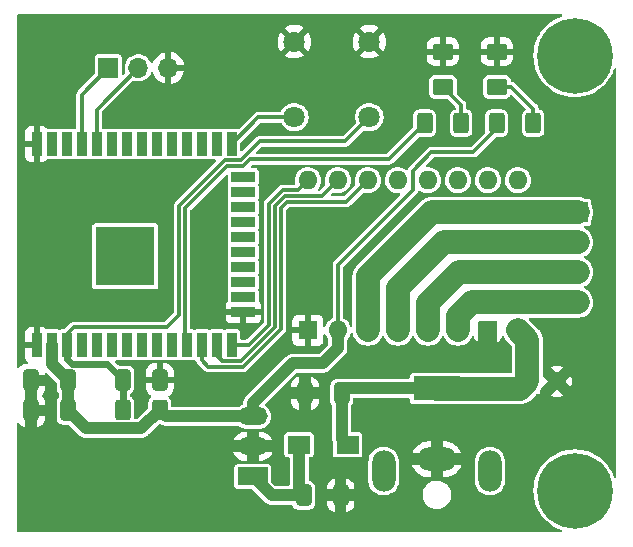
<source format=gtl>
%TF.GenerationSoftware,KiCad,Pcbnew,(6.0.1)*%
%TF.CreationDate,2022-02-11T20:29:18+00:00*%
%TF.ProjectId,pcb,7063622e-6b69-4636-9164-5f7063625858,rev?*%
%TF.SameCoordinates,Original*%
%TF.FileFunction,Copper,L1,Top*%
%TF.FilePolarity,Positive*%
%FSLAX46Y46*%
G04 Gerber Fmt 4.6, Leading zero omitted, Abs format (unit mm)*
G04 Created by KiCad (PCBNEW (6.0.1)) date 2022-02-11 20:29:18*
%MOMM*%
%LPD*%
G01*
G04 APERTURE LIST*
G04 Aperture macros list*
%AMRoundRect*
0 Rectangle with rounded corners*
0 $1 Rounding radius*
0 $2 $3 $4 $5 $6 $7 $8 $9 X,Y pos of 4 corners*
0 Add a 4 corners polygon primitive as box body*
4,1,4,$2,$3,$4,$5,$6,$7,$8,$9,$2,$3,0*
0 Add four circle primitives for the rounded corners*
1,1,$1+$1,$2,$3*
1,1,$1+$1,$4,$5*
1,1,$1+$1,$6,$7*
1,1,$1+$1,$8,$9*
0 Add four rect primitives between the rounded corners*
20,1,$1+$1,$2,$3,$4,$5,0*
20,1,$1+$1,$4,$5,$6,$7,0*
20,1,$1+$1,$6,$7,$8,$9,0*
20,1,$1+$1,$8,$9,$2,$3,0*%
G04 Aperture macros list end*
%TA.AperFunction,ComponentPad*%
%ADD10R,1.600000X1.600000*%
%TD*%
%TA.AperFunction,ComponentPad*%
%ADD11O,1.600000X1.600000*%
%TD*%
%TA.AperFunction,ComponentPad*%
%ADD12C,1.800000*%
%TD*%
%TA.AperFunction,SMDPad,CuDef*%
%ADD13RoundRect,0.250000X-0.412500X-0.650000X0.412500X-0.650000X0.412500X0.650000X-0.412500X0.650000X0*%
%TD*%
%TA.AperFunction,SMDPad,CuDef*%
%ADD14R,1.900000X1.500000*%
%TD*%
%TA.AperFunction,SMDPad,CuDef*%
%ADD15RoundRect,0.250000X-0.400000X-0.625000X0.400000X-0.625000X0.400000X0.625000X-0.400000X0.625000X0*%
%TD*%
%TA.AperFunction,SMDPad,CuDef*%
%ADD16RoundRect,0.250000X0.412500X0.650000X-0.412500X0.650000X-0.412500X-0.650000X0.412500X-0.650000X0*%
%TD*%
%TA.AperFunction,ComponentPad*%
%ADD17O,2.000000X3.500000*%
%TD*%
%TA.AperFunction,ComponentPad*%
%ADD18O,3.300000X2.000000*%
%TD*%
%TA.AperFunction,ComponentPad*%
%ADD19R,4.000000X2.000000*%
%TD*%
%TA.AperFunction,SMDPad,CuDef*%
%ADD20R,0.900000X2.000000*%
%TD*%
%TA.AperFunction,SMDPad,CuDef*%
%ADD21R,2.000000X0.900000*%
%TD*%
%TA.AperFunction,SMDPad,CuDef*%
%ADD22R,5.000000X5.000000*%
%TD*%
%TA.AperFunction,SMDPad,CuDef*%
%ADD23RoundRect,0.250001X-0.624999X0.462499X-0.624999X-0.462499X0.624999X-0.462499X0.624999X0.462499X0*%
%TD*%
%TA.AperFunction,ComponentPad*%
%ADD24C,1.600000*%
%TD*%
%TA.AperFunction,ComponentPad*%
%ADD25R,1.700000X1.700000*%
%TD*%
%TA.AperFunction,ComponentPad*%
%ADD26O,1.700000X1.700000*%
%TD*%
%TA.AperFunction,ComponentPad*%
%ADD27C,6.400000*%
%TD*%
%TA.AperFunction,SMDPad,CuDef*%
%ADD28RoundRect,0.250000X0.400000X0.625000X-0.400000X0.625000X-0.400000X-0.625000X0.400000X-0.625000X0*%
%TD*%
%TA.AperFunction,ComponentPad*%
%ADD29R,2.500000X1.500000*%
%TD*%
%TA.AperFunction,ComponentPad*%
%ADD30O,2.500000X1.500000*%
%TD*%
%TA.AperFunction,ViaPad*%
%ADD31C,0.800000*%
%TD*%
%TA.AperFunction,Conductor*%
%ADD32C,0.300000*%
%TD*%
%TA.AperFunction,Conductor*%
%ADD33C,1.000000*%
%TD*%
%TA.AperFunction,Conductor*%
%ADD34C,2.000000*%
%TD*%
%TA.AperFunction,Conductor*%
%ADD35C,0.600000*%
%TD*%
G04 APERTURE END LIST*
D10*
%TO.P,A1,1,GND*%
%TO.N,GND*%
X109474000Y-70856000D03*
D11*
%TO.P,A1,2,~{FLT}*%
%TO.N,+3V3*%
X112014000Y-70856000D03*
%TO.P,A1,3,A2*%
%TO.N,/A2*%
X114554000Y-70856000D03*
%TO.P,A1,4,A1*%
%TO.N,/A1*%
X117094000Y-70856000D03*
%TO.P,A1,5,B1*%
%TO.N,/B1*%
X119634000Y-70856000D03*
%TO.P,A1,6,B2*%
%TO.N,/B2*%
X122174000Y-70856000D03*
%TO.P,A1,7,GND*%
%TO.N,GND*%
X124714000Y-70856000D03*
%TO.P,A1,8,VMOT*%
%TO.N,+12V*%
X127254000Y-70856000D03*
%TO.P,A1,9,~{EN}*%
%TO.N,unconnected-(A1-Pad9)*%
X127254000Y-58156000D03*
%TO.P,A1,10,M0*%
%TO.N,unconnected-(A1-Pad10)*%
X124714000Y-58156000D03*
%TO.P,A1,11,M1*%
%TO.N,unconnected-(A1-Pad11)*%
X122174000Y-58156000D03*
%TO.P,A1,12,M2*%
%TO.N,unconnected-(A1-Pad12)*%
X119634000Y-58156000D03*
%TO.P,A1,13,~{RST}*%
%TO.N,unconnected-(A1-Pad13)*%
X117094000Y-58156000D03*
%TO.P,A1,14,~{SLP}*%
%TO.N,/SLP*%
X114554000Y-58156000D03*
%TO.P,A1,15,STEP*%
%TO.N,/STEP*%
X112014000Y-58156000D03*
%TO.P,A1,16,DIR*%
%TO.N,/DIR*%
X109474000Y-58156000D03*
%TD*%
D12*
%TO.P,SW1,1,1*%
%TO.N,/EN*%
X114681000Y-52819000D03*
%TO.P,SW1,2,2*%
%TO.N,GND*%
X114681000Y-46419000D03*
%TD*%
D13*
%TO.P,C6,2*%
%TO.N,GND*%
X112243400Y-84836000D03*
%TO.P,C6,1*%
%TO.N,Net-(C6-Pad1)*%
X109118400Y-84836000D03*
%TD*%
D14*
%TO.P,L1,1,1*%
%TO.N,+12V*%
X112832500Y-80553400D03*
%TO.P,L1,2,2*%
%TO.N,Net-(C6-Pad1)*%
X108732500Y-80553400D03*
%TD*%
D15*
%TO.P,R2,1*%
%TO.N,+3V3*%
X125450000Y-53340000D03*
%TO.P,R2,2*%
%TO.N,Net-(D1-Pad2)*%
X128550000Y-53340000D03*
%TD*%
D16*
%TO.P,C5,1*%
%TO.N,+12V*%
X112345000Y-76200000D03*
%TO.P,C5,2*%
%TO.N,GND*%
X109220000Y-76200000D03*
%TD*%
D17*
%TO.P,J2,MP*%
%TO.N,N/C*%
X115896000Y-82780000D03*
X124896000Y-82780000D03*
D18*
%TO.P,J2,2*%
%TO.N,GND*%
X120396000Y-81780000D03*
D19*
%TO.P,J2,1*%
%TO.N,+12V*%
X120396000Y-75780000D03*
%TD*%
D20*
%TO.P,U1,1,GND*%
%TO.N,GND*%
X86505400Y-72092200D03*
%TO.P,U1,2,VDD*%
%TO.N,+3V3*%
X87775400Y-72092200D03*
%TO.P,U1,3,EN*%
%TO.N,/EN*%
X89045400Y-72092200D03*
%TO.P,U1,4,SENSOR_VP*%
%TO.N,unconnected-(U1-Pad4)*%
X90315400Y-72092200D03*
%TO.P,U1,5,SENSOR_VN*%
%TO.N,unconnected-(U1-Pad5)*%
X91585400Y-72092200D03*
%TO.P,U1,6,IO34*%
%TO.N,unconnected-(U1-Pad6)*%
X92855400Y-72092200D03*
%TO.P,U1,7,IO35*%
%TO.N,unconnected-(U1-Pad7)*%
X94125400Y-72092200D03*
%TO.P,U1,8,IO32*%
%TO.N,unconnected-(U1-Pad8)*%
X95395400Y-72092200D03*
%TO.P,U1,9,IO33*%
%TO.N,unconnected-(U1-Pad9)*%
X96665400Y-72092200D03*
%TO.P,U1,10,IO25*%
%TO.N,unconnected-(U1-Pad10)*%
X97935400Y-72092200D03*
%TO.P,U1,11,IO26*%
%TO.N,Net-(R3-Pad1)*%
X99205400Y-72092200D03*
%TO.P,U1,12,IO27*%
%TO.N,/SLP*%
X100475400Y-72092200D03*
%TO.P,U1,13,IO14*%
%TO.N,/STEP*%
X101745400Y-72092200D03*
%TO.P,U1,14,IO12*%
%TO.N,/DIR*%
X103015400Y-72092200D03*
D21*
%TO.P,U1,15,GND*%
%TO.N,GND*%
X104015400Y-69307200D03*
%TO.P,U1,16,IO13*%
%TO.N,unconnected-(U1-Pad16)*%
X104015400Y-68037200D03*
%TO.P,U1,17,SHD/SD2*%
%TO.N,unconnected-(U1-Pad17)*%
X104015400Y-66767200D03*
%TO.P,U1,18,SWP/SD3*%
%TO.N,unconnected-(U1-Pad18)*%
X104015400Y-65497200D03*
%TO.P,U1,19,SCS/CMD*%
%TO.N,unconnected-(U1-Pad19)*%
X104015400Y-64227200D03*
%TO.P,U1,20,SCK/CLK*%
%TO.N,unconnected-(U1-Pad20)*%
X104015400Y-62957200D03*
%TO.P,U1,21,SDO/SD0*%
%TO.N,unconnected-(U1-Pad21)*%
X104015400Y-61687200D03*
%TO.P,U1,22,SDI/SD1*%
%TO.N,unconnected-(U1-Pad22)*%
X104015400Y-60417200D03*
%TO.P,U1,23,IO15*%
%TO.N,unconnected-(U1-Pad23)*%
X104015400Y-59147200D03*
%TO.P,U1,24,IO2*%
%TO.N,unconnected-(U1-Pad24)*%
X104015400Y-57877200D03*
D20*
%TO.P,U1,25,IO0*%
%TO.N,/IO0*%
X103015400Y-55092200D03*
%TO.P,U1,26,IO4*%
%TO.N,unconnected-(U1-Pad26)*%
X101745400Y-55092200D03*
%TO.P,U1,27,IO16*%
%TO.N,unconnected-(U1-Pad27)*%
X100475400Y-55092200D03*
%TO.P,U1,28,IO17*%
%TO.N,unconnected-(U1-Pad28)*%
X99205400Y-55092200D03*
%TO.P,U1,29,IO5*%
%TO.N,unconnected-(U1-Pad29)*%
X97935400Y-55092200D03*
%TO.P,U1,30,IO18*%
%TO.N,unconnected-(U1-Pad30)*%
X96665400Y-55092200D03*
%TO.P,U1,31,IO19*%
%TO.N,unconnected-(U1-Pad31)*%
X95395400Y-55092200D03*
%TO.P,U1,32,NC*%
%TO.N,unconnected-(U1-Pad32)*%
X94125400Y-55092200D03*
%TO.P,U1,33,IO21*%
%TO.N,unconnected-(U1-Pad33)*%
X92855400Y-55092200D03*
%TO.P,U1,34,RXD0/IO3*%
%TO.N,/RX*%
X91585400Y-55092200D03*
%TO.P,U1,35,TXD0/IO1*%
%TO.N,/TX*%
X90315400Y-55092200D03*
%TO.P,U1,36,IO22*%
%TO.N,unconnected-(U1-Pad36)*%
X89045400Y-55092200D03*
%TO.P,U1,37,IO23*%
%TO.N,unconnected-(U1-Pad37)*%
X87775400Y-55092200D03*
%TO.P,U1,38,GND*%
%TO.N,GND*%
X86505400Y-55092200D03*
D22*
%TO.P,U1,39,GND*%
%TO.N,N/C*%
X94005400Y-64592200D03*
%TD*%
D16*
%TO.P,C3,1*%
%TO.N,+3V3*%
X89167100Y-75107800D03*
%TO.P,C3,2*%
%TO.N,GND*%
X86042100Y-75107800D03*
%TD*%
D23*
%TO.P,D1,1,K*%
%TO.N,GND*%
X125476000Y-47280500D03*
%TO.P,D1,2,A*%
%TO.N,Net-(D1-Pad2)*%
X125476000Y-50255500D03*
%TD*%
D10*
%TO.P,C4,1*%
%TO.N,+12V*%
X128056000Y-75184000D03*
D24*
%TO.P,C4,2*%
%TO.N,GND*%
X130556000Y-75184000D03*
%TD*%
D23*
%TO.P,D2,1,K*%
%TO.N,GND*%
X120904000Y-47280500D03*
%TO.P,D2,2,A*%
%TO.N,Net-(D2-Pad2)*%
X120904000Y-50255500D03*
%TD*%
D25*
%TO.P,J1,1,Pin_1*%
%TO.N,/TX*%
X92583000Y-48641000D03*
D26*
%TO.P,J1,2,Pin_2*%
%TO.N,/RX*%
X95123000Y-48641000D03*
%TO.P,J1,3,Pin_3*%
%TO.N,GND*%
X97663000Y-48641000D03*
%TD*%
D16*
%TO.P,C2,1*%
%TO.N,+3V3*%
X89167100Y-77647800D03*
%TO.P,C2,2*%
%TO.N,GND*%
X86042100Y-77647800D03*
%TD*%
D15*
%TO.P,R3,1*%
%TO.N,Net-(R3-Pad1)*%
X119354000Y-53340000D03*
%TO.P,R3,2*%
%TO.N,Net-(D2-Pad2)*%
X122454000Y-53340000D03*
%TD*%
D27*
%TO.P,H2,1*%
%TO.N,N/C*%
X132080000Y-47615000D03*
%TD*%
%TO.P,H4,1*%
%TO.N,N/C*%
X132080000Y-84445000D03*
%TD*%
D28*
%TO.P,R1,1*%
%TO.N,+3V3*%
X96927000Y-77597000D03*
%TO.P,R1,2*%
%TO.N,/EN*%
X93827000Y-77597000D03*
%TD*%
D25*
%TO.P,J3,1,Pin_1*%
%TO.N,/A2*%
X132330300Y-60865900D03*
D26*
%TO.P,J3,2,Pin_2*%
%TO.N,/A1*%
X132330300Y-63405900D03*
%TO.P,J3,3,Pin_3*%
%TO.N,/B1*%
X132330300Y-65945900D03*
%TO.P,J3,4,Pin_4*%
%TO.N,/B2*%
X132330300Y-68485900D03*
%TD*%
D29*
%TO.P,U2,1,Vin*%
%TO.N,Net-(C6-Pad1)*%
X104806500Y-83229900D03*
D30*
%TO.P,U2,2,GND*%
%TO.N,GND*%
X104806500Y-80689900D03*
%TO.P,U2,3,Vout*%
%TO.N,+3V3*%
X104806500Y-78149900D03*
%TD*%
D13*
%TO.P,C1,1*%
%TO.N,/EN*%
X93814500Y-75057000D03*
%TO.P,C1,2*%
%TO.N,GND*%
X96939500Y-75057000D03*
%TD*%
D12*
%TO.P,SW2,1,1*%
%TO.N,/IO0*%
X108331000Y-52819000D03*
%TO.P,SW2,2,2*%
%TO.N,GND*%
X108331000Y-46419000D03*
%TD*%
D31*
%TO.N,GND*%
X98044000Y-82296000D03*
X99568000Y-57404000D03*
X98044000Y-80264000D03*
X113792000Y-84836000D03*
X97028000Y-69088000D03*
X87884000Y-57404000D03*
X118364000Y-55880000D03*
X85852000Y-79248000D03*
X122428000Y-45720000D03*
X93472000Y-57404000D03*
X100584000Y-69088000D03*
X107696000Y-76200000D03*
X87884000Y-69088000D03*
X87884000Y-52832000D03*
X127000000Y-45720000D03*
X99568000Y-52832000D03*
X93472000Y-52832000D03*
X125120400Y-55880000D03*
X98552000Y-75184000D03*
%TD*%
D32*
%TO.N,Net-(D1-Pad2)*%
X125476000Y-50255500D02*
X126709500Y-50255500D01*
X126709500Y-50255500D02*
X128550000Y-52096000D01*
X128550000Y-52096000D02*
X128550000Y-53340000D01*
D33*
%TO.N,+12V*%
X112765000Y-75780000D02*
X112345000Y-76200000D01*
X120396000Y-75780000D02*
X112765000Y-75780000D01*
D34*
X128056000Y-75184000D02*
X127421000Y-75819000D01*
X127421000Y-75819000D02*
X120435000Y-75819000D01*
D32*
%TO.N,/SLP*%
X112727169Y-59982831D02*
X114554000Y-58156000D01*
X107188000Y-60544056D02*
X107749225Y-59982831D01*
X104021818Y-73941231D02*
X107188000Y-70775049D01*
X107749225Y-59982831D02*
X112727169Y-59982831D01*
X101024431Y-73941231D02*
X104021818Y-73941231D01*
X107188000Y-70775049D02*
X107188000Y-60544056D01*
X100475400Y-73392200D02*
X101024431Y-73941231D01*
X100475400Y-72092200D02*
X100475400Y-73392200D01*
%TO.N,/DIR*%
X108656209Y-58983791D02*
X109474000Y-58166000D01*
X107335410Y-58983791D02*
X108656209Y-58983791D01*
X106172000Y-60147201D02*
X107335410Y-58983791D01*
X104457994Y-72092200D02*
X106172000Y-70378194D01*
X109474000Y-58166000D02*
X109474000Y-58156000D01*
X106172000Y-70378194D02*
X106172000Y-60147201D01*
X103015400Y-72092200D02*
X104457994Y-72092200D01*
%TO.N,+3V3*%
X112014000Y-70856000D02*
X112014000Y-65328800D01*
X112014000Y-65328800D02*
X118364000Y-58978800D01*
X118364000Y-58978800D02*
X118364000Y-57353200D01*
X118364000Y-57353200D02*
X119938800Y-55778400D01*
X119938800Y-55778400D02*
X123494800Y-55778400D01*
X123494800Y-55778400D02*
X125096786Y-54176414D01*
X125096786Y-54176414D02*
X125096786Y-53693213D01*
D33*
%TO.N,GND*%
X112243400Y-84836000D02*
X113792000Y-84836000D01*
%TO.N,Net-(C6-Pad1)*%
X109118400Y-84836000D02*
X106412600Y-84836000D01*
X106412600Y-84836000D02*
X104806500Y-83229900D01*
X108732500Y-80553400D02*
X108732500Y-84450100D01*
X108732500Y-84450100D02*
X109118400Y-84836000D01*
%TO.N,+12V*%
X112345000Y-76200000D02*
X112345000Y-80065900D01*
X112345000Y-80065900D02*
X112832500Y-80553400D01*
%TO.N,+3V3*%
X112014000Y-70856000D02*
X112014000Y-72390000D01*
X108204000Y-73660000D02*
X104806500Y-77057500D01*
X104806500Y-77057500D02*
X104806500Y-78149900D01*
X112014000Y-72390000D02*
X110744000Y-73660000D01*
X110744000Y-73660000D02*
X108204000Y-73660000D01*
%TO.N,GND*%
X109220000Y-76200000D02*
X107696000Y-76200000D01*
D34*
%TO.N,+12V*%
X128056000Y-71658000D02*
X127254000Y-70856000D01*
X128056000Y-75184000D02*
X128056000Y-71658000D01*
D33*
%TO.N,+3V3*%
X90690820Y-79171520D02*
X89167100Y-77647800D01*
X89167100Y-77647800D02*
X89167100Y-75107800D01*
X96927000Y-77597000D02*
X97479900Y-78149900D01*
X87775400Y-73716100D02*
X87775400Y-72092200D01*
X96927000Y-77597000D02*
X95352480Y-79171520D01*
X97479900Y-78149900D02*
X104806500Y-78149900D01*
X95352480Y-79171520D02*
X90690820Y-79171520D01*
X89167100Y-75107800D02*
X87775400Y-73716100D01*
D34*
%TO.N,/A2*%
X114554000Y-70856000D02*
X114554000Y-66294000D01*
X114554000Y-66294000D02*
X119982100Y-60865900D01*
X119982100Y-60865900D02*
X132330300Y-60865900D01*
%TO.N,/A1*%
X117094000Y-67310000D02*
X120998100Y-63405900D01*
X120998100Y-63405900D02*
X132330300Y-63405900D01*
X117094000Y-70856000D02*
X117094000Y-67310000D01*
%TO.N,/B1*%
X119634000Y-68591792D02*
X122279892Y-65945900D01*
X122279892Y-65945900D02*
X132330300Y-65945900D01*
X119634000Y-70856000D02*
X119634000Y-68591792D01*
%TO.N,/B2*%
X122174000Y-70856000D02*
X122174000Y-69658592D01*
X123346692Y-68485900D02*
X132330300Y-68485900D01*
X122174000Y-69658592D02*
X123346692Y-68485900D01*
D32*
%TO.N,/STEP*%
X107542317Y-59483311D02*
X110686689Y-59483311D01*
X106680000Y-60345628D02*
X107542317Y-59483311D01*
X102215889Y-73441711D02*
X103814911Y-73441711D01*
X101745400Y-72971222D02*
X102215889Y-73441711D01*
X106680000Y-70576622D02*
X106680000Y-60345628D01*
X103814911Y-73441711D02*
X106680000Y-70576622D01*
X110686689Y-59483311D02*
X112014000Y-58156000D01*
X101745400Y-72092200D02*
X101745400Y-72971222D01*
%TO.N,/TX*%
X92583000Y-48641000D02*
X90315400Y-50908600D01*
X90315400Y-50908600D02*
X90315400Y-55092200D01*
%TO.N,/RX*%
X95123000Y-48641000D02*
X91585400Y-52178600D01*
X91585400Y-52178600D02*
X91585400Y-55092200D01*
%TO.N,/EN*%
X98552000Y-69596000D02*
X97536000Y-70612000D01*
X102460689Y-56441711D02*
X98552000Y-60350400D01*
D35*
X89045400Y-73271222D02*
X89045400Y-72092200D01*
X93814500Y-75057000D02*
X93814500Y-77584500D01*
D32*
X112636000Y-54864000D02*
X105392622Y-54864000D01*
X103814911Y-56441711D02*
X102460689Y-56441711D01*
D35*
X93814500Y-77584500D02*
X93827000Y-77597000D01*
X93814500Y-75057000D02*
X92465780Y-73708280D01*
D32*
X114681000Y-52819000D02*
X112636000Y-54864000D01*
X97536000Y-70612000D02*
X89646578Y-70612000D01*
D35*
X89482458Y-73708280D02*
X89045400Y-73271222D01*
D32*
X89646578Y-70612000D02*
X89045400Y-71213178D01*
D35*
X92465780Y-73708280D02*
X89482458Y-73708280D01*
D32*
X105392622Y-54864000D02*
X103814911Y-56441711D01*
X89045400Y-71213178D02*
X89045400Y-72092200D01*
X98552000Y-60350400D02*
X98552000Y-69596000D01*
%TO.N,/IO0*%
X108331000Y-52819000D02*
X105288600Y-52819000D01*
X105288600Y-52819000D02*
X103015400Y-55092200D01*
%TO.N,Net-(R3-Pad1)*%
X104021820Y-56941230D02*
X102667598Y-56941230D01*
X119354000Y-53340000D02*
X116306000Y-56388000D01*
X116306000Y-56388000D02*
X104575050Y-56388000D01*
X99060000Y-71946800D02*
X99205400Y-72092200D01*
X104575050Y-56388000D02*
X104021820Y-56941230D01*
X102667598Y-56941230D02*
X99060000Y-60548828D01*
X99060000Y-60548828D02*
X99060000Y-71946800D01*
%TO.N,Net-(D2-Pad2)*%
X122454000Y-51805500D02*
X120904000Y-50255500D01*
X122454000Y-53340000D02*
X122454000Y-51805500D01*
%TD*%
%TA.AperFunction,Conductor*%
%TO.N,GND*%
G36*
X130980002Y-44123907D02*
G01*
X131015966Y-44173407D01*
X131015966Y-44234593D01*
X130980002Y-44284093D01*
X130957289Y-44296425D01*
X130654264Y-44412745D01*
X130651966Y-44413916D01*
X130651959Y-44413919D01*
X130444833Y-44519456D01*
X130327348Y-44579318D01*
X130325176Y-44580729D01*
X130325170Y-44580732D01*
X130163106Y-44685977D01*
X130019634Y-44779149D01*
X129734494Y-45010051D01*
X129475051Y-45269494D01*
X129244149Y-45554634D01*
X129242733Y-45556815D01*
X129113973Y-45755089D01*
X129044318Y-45862348D01*
X129043142Y-45864656D01*
X128907976Y-46129933D01*
X128877745Y-46189264D01*
X128746258Y-46531801D01*
X128745588Y-46534302D01*
X128662267Y-46845260D01*
X128651295Y-46886206D01*
X128650888Y-46888776D01*
X128599398Y-47213872D01*
X128593898Y-47248596D01*
X128574696Y-47615000D01*
X128593898Y-47981404D01*
X128594303Y-47983962D01*
X128594304Y-47983970D01*
X128630278Y-48211096D01*
X128651295Y-48343794D01*
X128651966Y-48346298D01*
X128651967Y-48346303D01*
X128676127Y-48436469D01*
X128746258Y-48698199D01*
X128877745Y-49040736D01*
X128878916Y-49043034D01*
X128878919Y-49043041D01*
X128985696Y-49252600D01*
X129044318Y-49367652D01*
X129045729Y-49369824D01*
X129045732Y-49369830D01*
X129068868Y-49405456D01*
X129244149Y-49675366D01*
X129475051Y-49960506D01*
X129734494Y-50219949D01*
X130019634Y-50450851D01*
X130163106Y-50544023D01*
X130325170Y-50649268D01*
X130325176Y-50649271D01*
X130327348Y-50650682D01*
X130329656Y-50651858D01*
X130651959Y-50816081D01*
X130651966Y-50816084D01*
X130654264Y-50817255D01*
X130996801Y-50948742D01*
X131005986Y-50951203D01*
X131348697Y-51043033D01*
X131348702Y-51043034D01*
X131351206Y-51043705D01*
X131353777Y-51044112D01*
X131353776Y-51044112D01*
X131711030Y-51100696D01*
X131711038Y-51100697D01*
X131713596Y-51101102D01*
X132080000Y-51120304D01*
X132446404Y-51101102D01*
X132448962Y-51100697D01*
X132448970Y-51100696D01*
X132806224Y-51044112D01*
X132806223Y-51044112D01*
X132808794Y-51043705D01*
X132811298Y-51043034D01*
X132811303Y-51043033D01*
X133154014Y-50951203D01*
X133163199Y-50948742D01*
X133505736Y-50817255D01*
X133508034Y-50816084D01*
X133508041Y-50816081D01*
X133830344Y-50651858D01*
X133832652Y-50650682D01*
X133834824Y-50649271D01*
X133834830Y-50649268D01*
X133996894Y-50544023D01*
X134140366Y-50450851D01*
X134425506Y-50219949D01*
X134684949Y-49960506D01*
X134915851Y-49675366D01*
X135091132Y-49405456D01*
X135114268Y-49369830D01*
X135114271Y-49369824D01*
X135115682Y-49367652D01*
X135174304Y-49252600D01*
X135281081Y-49043041D01*
X135281084Y-49043034D01*
X135282255Y-49040736D01*
X135323671Y-48932843D01*
X135398575Y-48737711D01*
X135437081Y-48690161D01*
X135496181Y-48674325D01*
X135553303Y-48696251D01*
X135586627Y-48747566D01*
X135590000Y-48773189D01*
X135590000Y-83286811D01*
X135571093Y-83345002D01*
X135521593Y-83380966D01*
X135460407Y-83380966D01*
X135410907Y-83345002D01*
X135398575Y-83322289D01*
X135283182Y-83021679D01*
X135282255Y-83019264D01*
X135269154Y-82993551D01*
X135116858Y-82694656D01*
X135115682Y-82692348D01*
X135085914Y-82646508D01*
X135006149Y-82523682D01*
X134915851Y-82384634D01*
X134684949Y-82099494D01*
X134425506Y-81840051D01*
X134140366Y-81609149D01*
X133923318Y-81468197D01*
X133834830Y-81410732D01*
X133834824Y-81410729D01*
X133832652Y-81409318D01*
X133777144Y-81381035D01*
X133508041Y-81243919D01*
X133508034Y-81243916D01*
X133505736Y-81242745D01*
X133163199Y-81111258D01*
X133044066Y-81079336D01*
X132811303Y-81016967D01*
X132811298Y-81016966D01*
X132808794Y-81016295D01*
X132768865Y-81009971D01*
X132448970Y-80959304D01*
X132448962Y-80959303D01*
X132446404Y-80958898D01*
X132080000Y-80939696D01*
X131713596Y-80958898D01*
X131711038Y-80959303D01*
X131711030Y-80959304D01*
X131391135Y-81009971D01*
X131351206Y-81016295D01*
X131348702Y-81016966D01*
X131348697Y-81016967D01*
X131115934Y-81079336D01*
X130996801Y-81111258D01*
X130654264Y-81242745D01*
X130651966Y-81243916D01*
X130651959Y-81243919D01*
X130382856Y-81381035D01*
X130327348Y-81409318D01*
X130325176Y-81410729D01*
X130325170Y-81410732D01*
X130236682Y-81468197D01*
X130019634Y-81609149D01*
X129734494Y-81840051D01*
X129475051Y-82099494D01*
X129244149Y-82384634D01*
X129153851Y-82523682D01*
X129074087Y-82646508D01*
X129044318Y-82692348D01*
X129043142Y-82694656D01*
X128890847Y-82993551D01*
X128877745Y-83019264D01*
X128746258Y-83361801D01*
X128745588Y-83364302D01*
X128655798Y-83699402D01*
X128651295Y-83716206D01*
X128650888Y-83718776D01*
X128597234Y-84057535D01*
X128593898Y-84078596D01*
X128574696Y-84445000D01*
X128593898Y-84811404D01*
X128594303Y-84813962D01*
X128594304Y-84813970D01*
X128608165Y-84901485D01*
X128651295Y-85173794D01*
X128651966Y-85176298D01*
X128651967Y-85176303D01*
X128694758Y-85336000D01*
X128746258Y-85528199D01*
X128877745Y-85870736D01*
X128878916Y-85873034D01*
X128878919Y-85873041D01*
X128987993Y-86087109D01*
X129044318Y-86197652D01*
X129244149Y-86505366D01*
X129475051Y-86790506D01*
X129734494Y-87049949D01*
X130019634Y-87280851D01*
X130146840Y-87363459D01*
X130325170Y-87479268D01*
X130325176Y-87479271D01*
X130327348Y-87480682D01*
X130329656Y-87481858D01*
X130651959Y-87646081D01*
X130651966Y-87646084D01*
X130654264Y-87647255D01*
X130656679Y-87648182D01*
X130957289Y-87763575D01*
X131004839Y-87802081D01*
X131020675Y-87861181D01*
X130998749Y-87918303D01*
X130947434Y-87951627D01*
X130921811Y-87955000D01*
X84935000Y-87955000D01*
X84876809Y-87936093D01*
X84840845Y-87886593D01*
X84836000Y-87856000D01*
X84836000Y-84024546D01*
X103256000Y-84024546D01*
X103259118Y-84050746D01*
X103304561Y-84153053D01*
X103383787Y-84232141D01*
X103392145Y-84235836D01*
X103479364Y-84274396D01*
X103479366Y-84274396D01*
X103486173Y-84277406D01*
X103511854Y-84280400D01*
X104683914Y-84280400D01*
X104742105Y-84299307D01*
X104753918Y-84309396D01*
X105840234Y-85395712D01*
X105840963Y-85396449D01*
X105903459Y-85460268D01*
X105908111Y-85463266D01*
X105940636Y-85484227D01*
X105948770Y-85490071D01*
X105983334Y-85517663D01*
X105988318Y-85520072D01*
X105988322Y-85520075D01*
X106014639Y-85532797D01*
X106025177Y-85538710D01*
X106054417Y-85557554D01*
X106095992Y-85572686D01*
X106105198Y-85576576D01*
X106140038Y-85593418D01*
X106140041Y-85593419D01*
X106145022Y-85595827D01*
X106178917Y-85603652D01*
X106190487Y-85607079D01*
X106223178Y-85618978D01*
X106264858Y-85624244D01*
X106267054Y-85624521D01*
X106276914Y-85626277D01*
X106294221Y-85630272D01*
X106320010Y-85636226D01*
X106360092Y-85636366D01*
X106361081Y-85636399D01*
X106361883Y-85636500D01*
X106398431Y-85636500D01*
X106398779Y-85636501D01*
X106499600Y-85636853D01*
X106500759Y-85636594D01*
X106502494Y-85636500D01*
X108106092Y-85636500D01*
X108164283Y-85655407D01*
X108198139Y-85699055D01*
X108221787Y-85758783D01*
X108225867Y-85764158D01*
X108225868Y-85764160D01*
X108255400Y-85803066D01*
X108312978Y-85878922D01*
X108318357Y-85883005D01*
X108427740Y-85966032D01*
X108427742Y-85966033D01*
X108433117Y-85970113D01*
X108573353Y-86025636D01*
X108663128Y-86036500D01*
X109573672Y-86036500D01*
X109663447Y-86025636D01*
X109803683Y-85970113D01*
X109809058Y-85966033D01*
X109809060Y-85966032D01*
X109918443Y-85883005D01*
X109923822Y-85878922D01*
X109981400Y-85803066D01*
X110010932Y-85764160D01*
X110010933Y-85764158D01*
X110015013Y-85758783D01*
X110070536Y-85618547D01*
X110080793Y-85533792D01*
X111072901Y-85533792D01*
X111073167Y-85538922D01*
X111083309Y-85636673D01*
X111085582Y-85647200D01*
X111137986Y-85804277D01*
X111142833Y-85814624D01*
X111229791Y-85955145D01*
X111236887Y-85964098D01*
X111353839Y-86080847D01*
X111362804Y-86087927D01*
X111503480Y-86174641D01*
X111513834Y-86179469D01*
X111671010Y-86231602D01*
X111681521Y-86233855D01*
X111727801Y-86238597D01*
X111740841Y-86235790D01*
X111742550Y-86233881D01*
X111743400Y-86229857D01*
X111743400Y-86224466D01*
X112743400Y-86224466D01*
X112747522Y-86237151D01*
X112749566Y-86238636D01*
X112753717Y-86239075D01*
X112806572Y-86233591D01*
X112817100Y-86231318D01*
X112974177Y-86178914D01*
X112984524Y-86174067D01*
X113125045Y-86087109D01*
X113133998Y-86080013D01*
X113250747Y-85963061D01*
X113257827Y-85954096D01*
X113344541Y-85813420D01*
X113349369Y-85803066D01*
X113401502Y-85645890D01*
X113403755Y-85635379D01*
X113413641Y-85538888D01*
X113413900Y-85533830D01*
X113413900Y-85351680D01*
X113409778Y-85338995D01*
X113405657Y-85336000D01*
X112759080Y-85336000D01*
X112746395Y-85340122D01*
X112743400Y-85344243D01*
X112743400Y-86224466D01*
X111743400Y-86224466D01*
X111743400Y-85351680D01*
X111739278Y-85338995D01*
X111735157Y-85336000D01*
X111088581Y-85336000D01*
X111075896Y-85340122D01*
X111072901Y-85344243D01*
X111072901Y-85533792D01*
X110080793Y-85533792D01*
X110081400Y-85528772D01*
X110081400Y-84874594D01*
X119194074Y-84874594D01*
X119194843Y-84879067D01*
X119194843Y-84879072D01*
X119230668Y-85087565D01*
X119230670Y-85087571D01*
X119231438Y-85092043D01*
X119307804Y-85299043D01*
X119310126Y-85302946D01*
X119310127Y-85302948D01*
X119334695Y-85344243D01*
X119420614Y-85488659D01*
X119423609Y-85492074D01*
X119423611Y-85492077D01*
X119495804Y-85574397D01*
X119566090Y-85654543D01*
X119569652Y-85657351D01*
X119735795Y-85788327D01*
X119735798Y-85788329D01*
X119739360Y-85791137D01*
X119743378Y-85793251D01*
X119930609Y-85891759D01*
X119930612Y-85891760D01*
X119934620Y-85893869D01*
X120017874Y-85919720D01*
X120140994Y-85957950D01*
X120140997Y-85957951D01*
X120145333Y-85959297D01*
X120149843Y-85959831D01*
X120149844Y-85959831D01*
X120177135Y-85963061D01*
X120324476Y-85980500D01*
X120451970Y-85980500D01*
X120615711Y-85965454D01*
X120642319Y-85957950D01*
X120823689Y-85906799D01*
X120823690Y-85906798D01*
X120828064Y-85905565D01*
X120832136Y-85903557D01*
X120832141Y-85903555D01*
X121021875Y-85809988D01*
X121021874Y-85809988D01*
X121025947Y-85807980D01*
X121202733Y-85675967D01*
X121219941Y-85657351D01*
X121349423Y-85517279D01*
X121349424Y-85517278D01*
X121352501Y-85513949D01*
X121367567Y-85490072D01*
X121467815Y-85331187D01*
X121470236Y-85327350D01*
X121551994Y-85122421D01*
X121595038Y-84906024D01*
X121597926Y-84685406D01*
X121593973Y-84662398D01*
X121561332Y-84472435D01*
X121561330Y-84472429D01*
X121560562Y-84467957D01*
X121491369Y-84280400D01*
X121485769Y-84265220D01*
X121485768Y-84265217D01*
X121484196Y-84260957D01*
X121371386Y-84071341D01*
X121359279Y-84057535D01*
X121228902Y-83908869D01*
X121225910Y-83905457D01*
X121209721Y-83892695D01*
X121056205Y-83771673D01*
X121056202Y-83771671D01*
X121052640Y-83768863D01*
X121020627Y-83752020D01*
X120861391Y-83668241D01*
X120861388Y-83668240D01*
X120857380Y-83666131D01*
X120758732Y-83635500D01*
X120651006Y-83602050D01*
X120651003Y-83602049D01*
X120646667Y-83600703D01*
X120642157Y-83600169D01*
X120642156Y-83600169D01*
X120594647Y-83594546D01*
X120529066Y-83586784D01*
X123595500Y-83586784D01*
X123595689Y-83588939D01*
X123595689Y-83588950D01*
X123603421Y-83677318D01*
X123610365Y-83756692D01*
X123611484Y-83760867D01*
X123611484Y-83760869D01*
X123640440Y-83868934D01*
X123669261Y-83976496D01*
X123765432Y-84182734D01*
X123767913Y-84186277D01*
X123767914Y-84186279D01*
X123847057Y-84299307D01*
X123895953Y-84369139D01*
X124056861Y-84530047D01*
X124060399Y-84532524D01*
X124060401Y-84532526D01*
X124239721Y-84658086D01*
X124243266Y-84660568D01*
X124449504Y-84756739D01*
X124538563Y-84780602D01*
X124665131Y-84814516D01*
X124665133Y-84814516D01*
X124669308Y-84815635D01*
X124896000Y-84835468D01*
X125122692Y-84815635D01*
X125126867Y-84814516D01*
X125126869Y-84814516D01*
X125253437Y-84780602D01*
X125342496Y-84756739D01*
X125548734Y-84660568D01*
X125552279Y-84658086D01*
X125731599Y-84532526D01*
X125731601Y-84532524D01*
X125735139Y-84530047D01*
X125896047Y-84369139D01*
X125944944Y-84299307D01*
X126024086Y-84186279D01*
X126024087Y-84186277D01*
X126026568Y-84182734D01*
X126122739Y-83976496D01*
X126151560Y-83868934D01*
X126180516Y-83760869D01*
X126180516Y-83760867D01*
X126181635Y-83756692D01*
X126188579Y-83677318D01*
X126196311Y-83588950D01*
X126196311Y-83588939D01*
X126196500Y-83586784D01*
X126196500Y-81973216D01*
X126196311Y-81971061D01*
X126196311Y-81971050D01*
X126182012Y-81807619D01*
X126181635Y-81803308D01*
X126122739Y-81583504D01*
X126026568Y-81377266D01*
X126008147Y-81350958D01*
X125898526Y-81194401D01*
X125898524Y-81194399D01*
X125896047Y-81190861D01*
X125735139Y-81029953D01*
X125715634Y-81016295D01*
X125552279Y-80901914D01*
X125552277Y-80901913D01*
X125548734Y-80899432D01*
X125342496Y-80803261D01*
X125253437Y-80779398D01*
X125126869Y-80745484D01*
X125126867Y-80745484D01*
X125122692Y-80744365D01*
X124896000Y-80724532D01*
X124669308Y-80744365D01*
X124665133Y-80745484D01*
X124665131Y-80745484D01*
X124538563Y-80779398D01*
X124449504Y-80803261D01*
X124243266Y-80899432D01*
X124239723Y-80901913D01*
X124239721Y-80901914D01*
X124076367Y-81016295D01*
X124056861Y-81029953D01*
X123895953Y-81190861D01*
X123893476Y-81194399D01*
X123893474Y-81194401D01*
X123783853Y-81350958D01*
X123765432Y-81377266D01*
X123669261Y-81583504D01*
X123610365Y-81803308D01*
X123609988Y-81807619D01*
X123595689Y-81971050D01*
X123595689Y-81971061D01*
X123595500Y-81973216D01*
X123595500Y-83586784D01*
X120529066Y-83586784D01*
X120467524Y-83579500D01*
X120340030Y-83579500D01*
X120176289Y-83594546D01*
X120171917Y-83595779D01*
X119984250Y-83648706D01*
X119963936Y-83654435D01*
X119959864Y-83656443D01*
X119959859Y-83656445D01*
X119835233Y-83717904D01*
X119766053Y-83752020D01*
X119589267Y-83884033D01*
X119586186Y-83887366D01*
X119507653Y-83972323D01*
X119439499Y-84046051D01*
X119437081Y-84049884D01*
X119437079Y-84049886D01*
X119384589Y-84133078D01*
X119321764Y-84232650D01*
X119240006Y-84437579D01*
X119196962Y-84653976D01*
X119196551Y-84685406D01*
X119194868Y-84813970D01*
X119194074Y-84874594D01*
X110081400Y-84874594D01*
X110081400Y-84320320D01*
X111072900Y-84320320D01*
X111077022Y-84333005D01*
X111081143Y-84336000D01*
X111727720Y-84336000D01*
X111740405Y-84331878D01*
X111743400Y-84327757D01*
X111743400Y-84320320D01*
X112743400Y-84320320D01*
X112747522Y-84333005D01*
X112751643Y-84336000D01*
X113398219Y-84336000D01*
X113410904Y-84331878D01*
X113413899Y-84327757D01*
X113413899Y-84138208D01*
X113413633Y-84133078D01*
X113403491Y-84035327D01*
X113401218Y-84024800D01*
X113348814Y-83867723D01*
X113343967Y-83857376D01*
X113257009Y-83716855D01*
X113249913Y-83707902D01*
X113132961Y-83591153D01*
X113127429Y-83586784D01*
X114595500Y-83586784D01*
X114595689Y-83588939D01*
X114595689Y-83588950D01*
X114603421Y-83677318D01*
X114610365Y-83756692D01*
X114611484Y-83760867D01*
X114611484Y-83760869D01*
X114640440Y-83868934D01*
X114669261Y-83976496D01*
X114765432Y-84182734D01*
X114767913Y-84186277D01*
X114767914Y-84186279D01*
X114847057Y-84299307D01*
X114895953Y-84369139D01*
X115056861Y-84530047D01*
X115060399Y-84532524D01*
X115060401Y-84532526D01*
X115239721Y-84658086D01*
X115243266Y-84660568D01*
X115449504Y-84756739D01*
X115538563Y-84780602D01*
X115665131Y-84814516D01*
X115665133Y-84814516D01*
X115669308Y-84815635D01*
X115896000Y-84835468D01*
X116122692Y-84815635D01*
X116126867Y-84814516D01*
X116126869Y-84814516D01*
X116253437Y-84780602D01*
X116342496Y-84756739D01*
X116548734Y-84660568D01*
X116552279Y-84658086D01*
X116731599Y-84532526D01*
X116731601Y-84532524D01*
X116735139Y-84530047D01*
X116896047Y-84369139D01*
X116944944Y-84299307D01*
X117024086Y-84186279D01*
X117024087Y-84186277D01*
X117026568Y-84182734D01*
X117122739Y-83976496D01*
X117151560Y-83868934D01*
X117180516Y-83760869D01*
X117180516Y-83760867D01*
X117181635Y-83756692D01*
X117188579Y-83677318D01*
X117196311Y-83588950D01*
X117196311Y-83588939D01*
X117196500Y-83586784D01*
X117196500Y-82294152D01*
X118324243Y-82294152D01*
X118326896Y-82303527D01*
X118329664Y-82310968D01*
X118428855Y-82523682D01*
X118432771Y-82530576D01*
X118564699Y-82724703D01*
X118569666Y-82730881D01*
X118730938Y-82901421D01*
X118736827Y-82906723D01*
X118923286Y-83049282D01*
X118929950Y-83053577D01*
X119136811Y-83164495D01*
X119144068Y-83167665D01*
X119365987Y-83244077D01*
X119373684Y-83246053D01*
X119605806Y-83286148D01*
X119611996Y-83286820D01*
X119636866Y-83287950D01*
X119639073Y-83288000D01*
X119880320Y-83288000D01*
X119893005Y-83283878D01*
X119896000Y-83279757D01*
X119896000Y-83272320D01*
X120896000Y-83272320D01*
X120900122Y-83285005D01*
X120904243Y-83288000D01*
X121104992Y-83288000D01*
X121108952Y-83287841D01*
X121283925Y-83273763D01*
X121291745Y-83272496D01*
X121519681Y-83216510D01*
X121527211Y-83214005D01*
X121743260Y-83122298D01*
X121750289Y-83118623D01*
X121948899Y-82993551D01*
X121955251Y-82988800D01*
X122131310Y-82833583D01*
X122136818Y-82827879D01*
X122285799Y-82646508D01*
X122290322Y-82640000D01*
X122408388Y-82437142D01*
X122411813Y-82429993D01*
X122463771Y-82294639D01*
X122464317Y-82284227D01*
X122452380Y-82280000D01*
X120911680Y-82280000D01*
X120898995Y-82284122D01*
X120896000Y-82288243D01*
X120896000Y-83272320D01*
X119896000Y-83272320D01*
X119896000Y-82295680D01*
X119891878Y-82282995D01*
X119887757Y-82280000D01*
X118335919Y-82280000D01*
X118324443Y-82283729D01*
X118324243Y-82294152D01*
X117196500Y-82294152D01*
X117196500Y-81973216D01*
X117196311Y-81971061D01*
X117196311Y-81971050D01*
X117182012Y-81807619D01*
X117181635Y-81803308D01*
X117122739Y-81583504D01*
X117026568Y-81377266D01*
X117008147Y-81350958D01*
X116955503Y-81275773D01*
X118327683Y-81275773D01*
X118339620Y-81280000D01*
X119880320Y-81280000D01*
X119893005Y-81275878D01*
X119896000Y-81271757D01*
X119896000Y-81264320D01*
X120896000Y-81264320D01*
X120900122Y-81277005D01*
X120904243Y-81280000D01*
X122456081Y-81280000D01*
X122467557Y-81276271D01*
X122467757Y-81265848D01*
X122465104Y-81256473D01*
X122462336Y-81249032D01*
X122363145Y-81036318D01*
X122359229Y-81029424D01*
X122227301Y-80835297D01*
X122222334Y-80829119D01*
X122061062Y-80658579D01*
X122055173Y-80653277D01*
X121868714Y-80510718D01*
X121862050Y-80506423D01*
X121655189Y-80395505D01*
X121647932Y-80392335D01*
X121426013Y-80315923D01*
X121418316Y-80313947D01*
X121186194Y-80273852D01*
X121180004Y-80273180D01*
X121155134Y-80272050D01*
X121152927Y-80272000D01*
X120911680Y-80272000D01*
X120898995Y-80276122D01*
X120896000Y-80280243D01*
X120896000Y-81264320D01*
X119896000Y-81264320D01*
X119896000Y-80287680D01*
X119891878Y-80274995D01*
X119887757Y-80272000D01*
X119687008Y-80272000D01*
X119683048Y-80272159D01*
X119508075Y-80286237D01*
X119500255Y-80287504D01*
X119272319Y-80343490D01*
X119264789Y-80345995D01*
X119048740Y-80437702D01*
X119041711Y-80441377D01*
X118843101Y-80566449D01*
X118836749Y-80571200D01*
X118660690Y-80726417D01*
X118655182Y-80732121D01*
X118506201Y-80913492D01*
X118501678Y-80920000D01*
X118383612Y-81122858D01*
X118380187Y-81130007D01*
X118328229Y-81265361D01*
X118327683Y-81275773D01*
X116955503Y-81275773D01*
X116898526Y-81194401D01*
X116898524Y-81194399D01*
X116896047Y-81190861D01*
X116735139Y-81029953D01*
X116715634Y-81016295D01*
X116552279Y-80901914D01*
X116552277Y-80901913D01*
X116548734Y-80899432D01*
X116342496Y-80803261D01*
X116253437Y-80779398D01*
X116126869Y-80745484D01*
X116126867Y-80745484D01*
X116122692Y-80744365D01*
X115896000Y-80724532D01*
X115669308Y-80744365D01*
X115665133Y-80745484D01*
X115665131Y-80745484D01*
X115538563Y-80779398D01*
X115449504Y-80803261D01*
X115243266Y-80899432D01*
X115239723Y-80901913D01*
X115239721Y-80901914D01*
X115076367Y-81016295D01*
X115056861Y-81029953D01*
X114895953Y-81190861D01*
X114893476Y-81194399D01*
X114893474Y-81194401D01*
X114783853Y-81350958D01*
X114765432Y-81377266D01*
X114669261Y-81583504D01*
X114610365Y-81803308D01*
X114609988Y-81807619D01*
X114595689Y-81971050D01*
X114595689Y-81971061D01*
X114595500Y-81973216D01*
X114595500Y-83586784D01*
X113127429Y-83586784D01*
X113123996Y-83584073D01*
X112983320Y-83497359D01*
X112972966Y-83492531D01*
X112815790Y-83440398D01*
X112805279Y-83438145D01*
X112758999Y-83433403D01*
X112745959Y-83436210D01*
X112744250Y-83438119D01*
X112743400Y-83442143D01*
X112743400Y-84320320D01*
X111743400Y-84320320D01*
X111743400Y-83447534D01*
X111739278Y-83434849D01*
X111737234Y-83433364D01*
X111733083Y-83432925D01*
X111680228Y-83438409D01*
X111669700Y-83440682D01*
X111512623Y-83493086D01*
X111502276Y-83497933D01*
X111361755Y-83584891D01*
X111352802Y-83591987D01*
X111236053Y-83708939D01*
X111228973Y-83717904D01*
X111142259Y-83858580D01*
X111137431Y-83868934D01*
X111085298Y-84026110D01*
X111083045Y-84036621D01*
X111073159Y-84133112D01*
X111072900Y-84138171D01*
X111072900Y-84320320D01*
X110081400Y-84320320D01*
X110081400Y-84143228D01*
X110070536Y-84053453D01*
X110015013Y-83913217D01*
X110006992Y-83902649D01*
X109927905Y-83798457D01*
X109923822Y-83793078D01*
X109889135Y-83766749D01*
X109809060Y-83705968D01*
X109809058Y-83705967D01*
X109803683Y-83701887D01*
X109663447Y-83646364D01*
X109635776Y-83643015D01*
X109620106Y-83641119D01*
X109564608Y-83615357D01*
X109534852Y-83561895D01*
X109533000Y-83542836D01*
X109533000Y-81702900D01*
X109551907Y-81644709D01*
X109601407Y-81608745D01*
X109632000Y-81603900D01*
X109727146Y-81603900D01*
X109745061Y-81601768D01*
X109745969Y-81601660D01*
X109745970Y-81601660D01*
X109753346Y-81600782D01*
X109855653Y-81555339D01*
X109934741Y-81476113D01*
X109980006Y-81373727D01*
X109983000Y-81348046D01*
X109983000Y-79758754D01*
X109979882Y-79732554D01*
X109934439Y-79630247D01*
X109909432Y-79605283D01*
X109861679Y-79557614D01*
X109855213Y-79551159D01*
X109826091Y-79538284D01*
X109759636Y-79508904D01*
X109759634Y-79508904D01*
X109752827Y-79505894D01*
X109738822Y-79504261D01*
X109729994Y-79503232D01*
X109729993Y-79503232D01*
X109727146Y-79502900D01*
X107737854Y-79502900D01*
X107721451Y-79504852D01*
X107719031Y-79505140D01*
X107719030Y-79505140D01*
X107711654Y-79506018D01*
X107609347Y-79551461D01*
X107530259Y-79630687D01*
X107484994Y-79733073D01*
X107482000Y-79758754D01*
X107482000Y-81348046D01*
X107485118Y-81374246D01*
X107530561Y-81476553D01*
X107609787Y-81555641D01*
X107618145Y-81559336D01*
X107705364Y-81597896D01*
X107705366Y-81597896D01*
X107712173Y-81600906D01*
X107719567Y-81601768D01*
X107734878Y-81603553D01*
X107737854Y-81603900D01*
X107833000Y-81603900D01*
X107891191Y-81622807D01*
X107927155Y-81672307D01*
X107932000Y-81702900D01*
X107932000Y-83936500D01*
X107913093Y-83994691D01*
X107863593Y-84030655D01*
X107833000Y-84035500D01*
X106785186Y-84035500D01*
X106726995Y-84016593D01*
X106715182Y-84006504D01*
X106385996Y-83677318D01*
X106358219Y-83622801D01*
X106357000Y-83607314D01*
X106357000Y-82435254D01*
X106353882Y-82409054D01*
X106308439Y-82306747D01*
X106229213Y-82227659D01*
X106200091Y-82214784D01*
X106133636Y-82185404D01*
X106133634Y-82185404D01*
X106126827Y-82182394D01*
X106112822Y-82180761D01*
X106103994Y-82179732D01*
X106103993Y-82179732D01*
X106101146Y-82179400D01*
X103511854Y-82179400D01*
X103495451Y-82181352D01*
X103493031Y-82181640D01*
X103493030Y-82181640D01*
X103485654Y-82182518D01*
X103383347Y-82227961D01*
X103304259Y-82307187D01*
X103300564Y-82315545D01*
X103270020Y-82384634D01*
X103258994Y-82409573D01*
X103256000Y-82435254D01*
X103256000Y-84024546D01*
X84836000Y-84024546D01*
X84836000Y-81199287D01*
X103153637Y-81199287D01*
X103238016Y-81362770D01*
X103242731Y-81370199D01*
X103374058Y-81541348D01*
X103380015Y-81547826D01*
X103539574Y-81693013D01*
X103546577Y-81698329D01*
X103729339Y-81812976D01*
X103737158Y-81816960D01*
X103937339Y-81897432D01*
X103945745Y-81899970D01*
X104157767Y-81943877D01*
X104164950Y-81944823D01*
X104216895Y-81947818D01*
X104219736Y-81947900D01*
X104290820Y-81947900D01*
X104303505Y-81943778D01*
X104306500Y-81939657D01*
X104306500Y-81932220D01*
X105306500Y-81932220D01*
X105310622Y-81944905D01*
X105314743Y-81947900D01*
X105361271Y-81947900D01*
X105365675Y-81947704D01*
X105525782Y-81933415D01*
X105534426Y-81931860D01*
X105742520Y-81874931D01*
X105750756Y-81871869D01*
X105945485Y-81778988D01*
X105953044Y-81774517D01*
X106128248Y-81648620D01*
X106134893Y-81642885D01*
X106285034Y-81487950D01*
X106290560Y-81481126D01*
X106410892Y-81302055D01*
X106415121Y-81294363D01*
X106454673Y-81204258D01*
X106455805Y-81192921D01*
X106448923Y-81189900D01*
X105322180Y-81189900D01*
X105309495Y-81194022D01*
X105306500Y-81198143D01*
X105306500Y-81932220D01*
X104306500Y-81932220D01*
X104306500Y-81205580D01*
X104302378Y-81192895D01*
X104298257Y-81189900D01*
X103164472Y-81189900D01*
X103153637Y-81193421D01*
X103153637Y-81199287D01*
X84836000Y-81199287D01*
X84836000Y-80186879D01*
X103157195Y-80186879D01*
X103164077Y-80189900D01*
X104290820Y-80189900D01*
X104303505Y-80185778D01*
X104306500Y-80181657D01*
X104306500Y-80174220D01*
X105306500Y-80174220D01*
X105310622Y-80186905D01*
X105314743Y-80189900D01*
X106448528Y-80189900D01*
X106459363Y-80186379D01*
X106459363Y-80180513D01*
X106374984Y-80017030D01*
X106370269Y-80009601D01*
X106238942Y-79838452D01*
X106232985Y-79831974D01*
X106073426Y-79686787D01*
X106066423Y-79681471D01*
X105883661Y-79566824D01*
X105875842Y-79562840D01*
X105675661Y-79482368D01*
X105667255Y-79479830D01*
X105455233Y-79435923D01*
X105448050Y-79434977D01*
X105396105Y-79431982D01*
X105393264Y-79431900D01*
X105322180Y-79431900D01*
X105309495Y-79436022D01*
X105306500Y-79440143D01*
X105306500Y-80174220D01*
X104306500Y-80174220D01*
X104306500Y-79447580D01*
X104302378Y-79434895D01*
X104298257Y-79431900D01*
X104251729Y-79431900D01*
X104247325Y-79432096D01*
X104087218Y-79446385D01*
X104078574Y-79447940D01*
X103870480Y-79504869D01*
X103862244Y-79507931D01*
X103667515Y-79600812D01*
X103659956Y-79605283D01*
X103484752Y-79731180D01*
X103478107Y-79736915D01*
X103327966Y-79891850D01*
X103322440Y-79898674D01*
X103202108Y-80077745D01*
X103197879Y-80085437D01*
X103158327Y-80175542D01*
X103157195Y-80186879D01*
X84836000Y-80186879D01*
X84836000Y-78804002D01*
X84854907Y-78745811D01*
X84904407Y-78709847D01*
X84965593Y-78709847D01*
X85015093Y-78745811D01*
X85019185Y-78751906D01*
X85028494Y-78766948D01*
X85035587Y-78775898D01*
X85152539Y-78892647D01*
X85161504Y-78899727D01*
X85302180Y-78986441D01*
X85312534Y-78991269D01*
X85469710Y-79043402D01*
X85480221Y-79045655D01*
X85526501Y-79050397D01*
X85539541Y-79047590D01*
X85541250Y-79045681D01*
X85542100Y-79041657D01*
X85542100Y-79036266D01*
X86542100Y-79036266D01*
X86546222Y-79048951D01*
X86548266Y-79050436D01*
X86552417Y-79050875D01*
X86605272Y-79045391D01*
X86615800Y-79043118D01*
X86772877Y-78990714D01*
X86783224Y-78985867D01*
X86923745Y-78898909D01*
X86932698Y-78891813D01*
X87049447Y-78774861D01*
X87056527Y-78765896D01*
X87143241Y-78625220D01*
X87148069Y-78614866D01*
X87200202Y-78457690D01*
X87202455Y-78447179D01*
X87212341Y-78350688D01*
X87212600Y-78345630D01*
X87212600Y-78163480D01*
X87208478Y-78150795D01*
X87204357Y-78147800D01*
X86557780Y-78147800D01*
X86545095Y-78151922D01*
X86542100Y-78156043D01*
X86542100Y-79036266D01*
X85542100Y-79036266D01*
X85542100Y-77132120D01*
X86542100Y-77132120D01*
X86546222Y-77144805D01*
X86550343Y-77147800D01*
X87196919Y-77147800D01*
X87209604Y-77143678D01*
X87212599Y-77139557D01*
X87212599Y-76950008D01*
X87212333Y-76944878D01*
X87202191Y-76847127D01*
X87199918Y-76836600D01*
X87147514Y-76679523D01*
X87142667Y-76669176D01*
X87055709Y-76528655D01*
X87048613Y-76519702D01*
X86976674Y-76447888D01*
X86948849Y-76393396D01*
X86958368Y-76332956D01*
X86976553Y-76307881D01*
X87049447Y-76234861D01*
X87056527Y-76225896D01*
X87143241Y-76085220D01*
X87148069Y-76074866D01*
X87200202Y-75917690D01*
X87202455Y-75907179D01*
X87212341Y-75810688D01*
X87212600Y-75805630D01*
X87212600Y-75623480D01*
X87208478Y-75610795D01*
X87204357Y-75607800D01*
X86557780Y-75607800D01*
X86545095Y-75611922D01*
X86542100Y-75616043D01*
X86542100Y-77132120D01*
X85542100Y-77132120D01*
X85542100Y-74706800D01*
X85561007Y-74648609D01*
X85610507Y-74612645D01*
X85641100Y-74607800D01*
X87196919Y-74607800D01*
X87209604Y-74603678D01*
X87212599Y-74599557D01*
X87212599Y-74524385D01*
X87231506Y-74466194D01*
X87281006Y-74430230D01*
X87342192Y-74430230D01*
X87381603Y-74454381D01*
X88175104Y-75247882D01*
X88202881Y-75302399D01*
X88204100Y-75317886D01*
X88204100Y-75800572D01*
X88214964Y-75890347D01*
X88270487Y-76030583D01*
X88274566Y-76035957D01*
X88274570Y-76035964D01*
X88346456Y-76130669D01*
X88366600Y-76190524D01*
X88366600Y-76565076D01*
X88346456Y-76624931D01*
X88274570Y-76719636D01*
X88274566Y-76719643D01*
X88270487Y-76725017D01*
X88214964Y-76865253D01*
X88204100Y-76955028D01*
X88204100Y-78340572D01*
X88214964Y-78430347D01*
X88270487Y-78570583D01*
X88361678Y-78690722D01*
X88367057Y-78694805D01*
X88476440Y-78777832D01*
X88476442Y-78777833D01*
X88481817Y-78781913D01*
X88622053Y-78837436D01*
X88711828Y-78848300D01*
X89194514Y-78848300D01*
X89252705Y-78867207D01*
X89264518Y-78877296D01*
X90118454Y-79731232D01*
X90119183Y-79731969D01*
X90181679Y-79795788D01*
X90186331Y-79798786D01*
X90218856Y-79819747D01*
X90226990Y-79825591D01*
X90261554Y-79853183D01*
X90266538Y-79855592D01*
X90266542Y-79855595D01*
X90292859Y-79868317D01*
X90303397Y-79874230D01*
X90332637Y-79893074D01*
X90374212Y-79908206D01*
X90383418Y-79912096D01*
X90418258Y-79928938D01*
X90418261Y-79928939D01*
X90423242Y-79931347D01*
X90457137Y-79939172D01*
X90468707Y-79942599D01*
X90501398Y-79954498D01*
X90543078Y-79959764D01*
X90545274Y-79960041D01*
X90555134Y-79961797D01*
X90572441Y-79965792D01*
X90598230Y-79971746D01*
X90638312Y-79971886D01*
X90639301Y-79971919D01*
X90640103Y-79972020D01*
X90676651Y-79972020D01*
X90676999Y-79972021D01*
X90777820Y-79972373D01*
X90778979Y-79972114D01*
X90780714Y-79972020D01*
X95343489Y-79972020D01*
X95344527Y-79972025D01*
X95433887Y-79972961D01*
X95477121Y-79963613D01*
X95486996Y-79961997D01*
X95504430Y-79960041D01*
X95525455Y-79957683D01*
X95525459Y-79957682D01*
X95530952Y-79957066D01*
X95536172Y-79955248D01*
X95536177Y-79955247D01*
X95563797Y-79945628D01*
X95575435Y-79942357D01*
X95604010Y-79936179D01*
X95609422Y-79935009D01*
X95614436Y-79932671D01*
X95614442Y-79932669D01*
X95649504Y-79916319D01*
X95658786Y-79912550D01*
X95695324Y-79899826D01*
X95700553Y-79898005D01*
X95730046Y-79879576D01*
X95740667Y-79873810D01*
X95767173Y-79861450D01*
X95767180Y-79861446D01*
X95772187Y-79859111D01*
X95776553Y-79855724D01*
X95776560Y-79855720D01*
X95807139Y-79832000D01*
X95815355Y-79826268D01*
X95816437Y-79825592D01*
X95852855Y-79802836D01*
X95881308Y-79774581D01*
X95882017Y-79773918D01*
X95882657Y-79773421D01*
X95908517Y-79747561D01*
X95915661Y-79740467D01*
X95977879Y-79678682D01*
X95977885Y-79678675D01*
X95980287Y-79676290D01*
X95980922Y-79675289D01*
X95982082Y-79673996D01*
X96854582Y-78801496D01*
X96909099Y-78773719D01*
X96924586Y-78772500D01*
X96939034Y-78772500D01*
X96992662Y-78788283D01*
X97007939Y-78798129D01*
X97016068Y-78803971D01*
X97046304Y-78828108D01*
X97046308Y-78828110D01*
X97050634Y-78831564D01*
X97055613Y-78833971D01*
X97055621Y-78833976D01*
X97081943Y-78846701D01*
X97092479Y-78852613D01*
X97117061Y-78868454D01*
X97117064Y-78868456D01*
X97121717Y-78871454D01*
X97163275Y-78886580D01*
X97172499Y-78890476D01*
X97212323Y-78909727D01*
X97246217Y-78917552D01*
X97257796Y-78920983D01*
X97290478Y-78932878D01*
X97334367Y-78938422D01*
X97344208Y-78940176D01*
X97381918Y-78948883D01*
X97381928Y-78948884D01*
X97387311Y-78950127D01*
X97427404Y-78950266D01*
X97428387Y-78950299D01*
X97429183Y-78950400D01*
X97465573Y-78950400D01*
X97465917Y-78950401D01*
X97566901Y-78950753D01*
X97568060Y-78950494D01*
X97569796Y-78950400D01*
X103590107Y-78950400D01*
X103648298Y-78969307D01*
X103653731Y-78973552D01*
X103710130Y-79020876D01*
X103714378Y-79023211D01*
X103714379Y-79023212D01*
X103738124Y-79036266D01*
X103890662Y-79120124D01*
X103895275Y-79121587D01*
X103895279Y-79121589D01*
X104065189Y-79175487D01*
X104087032Y-79182416D01*
X104091844Y-79182956D01*
X104091845Y-79182956D01*
X104244608Y-79200091D01*
X104244610Y-79200091D01*
X104247364Y-79200400D01*
X105358341Y-79200400D01*
X105360736Y-79200165D01*
X105360740Y-79200165D01*
X105506720Y-79185852D01*
X105506724Y-79185851D01*
X105511530Y-79185380D01*
X105516155Y-79183984D01*
X105516158Y-79183983D01*
X105628631Y-79150025D01*
X105708751Y-79125835D01*
X105890651Y-79029118D01*
X106050300Y-78898911D01*
X106071448Y-78873348D01*
X106178535Y-78743902D01*
X106178536Y-78743900D01*
X106181618Y-78740175D01*
X106249372Y-78614866D01*
X106277303Y-78563209D01*
X106277303Y-78563208D01*
X106279603Y-78558955D01*
X106310950Y-78457690D01*
X106339093Y-78366775D01*
X106339094Y-78366771D01*
X106340523Y-78362154D01*
X106341579Y-78352113D01*
X106361551Y-78162085D01*
X106361551Y-78162083D01*
X106362057Y-78157269D01*
X106343386Y-77952103D01*
X106285220Y-77754472D01*
X106189774Y-77571902D01*
X106114856Y-77478722D01*
X106063719Y-77415120D01*
X106063717Y-77415117D01*
X106060685Y-77411347D01*
X105902870Y-77278924D01*
X105898627Y-77276592D01*
X105898625Y-77276590D01*
X105898579Y-77276565D01*
X105898563Y-77276548D01*
X105894633Y-77273857D01*
X105895225Y-77272993D01*
X105856695Y-77231963D01*
X105849028Y-77171259D01*
X105876270Y-77119808D01*
X106098286Y-76897792D01*
X108049501Y-76897792D01*
X108049767Y-76902922D01*
X108059909Y-77000673D01*
X108062182Y-77011200D01*
X108114586Y-77168277D01*
X108119433Y-77178624D01*
X108206391Y-77319145D01*
X108213487Y-77328098D01*
X108330439Y-77444847D01*
X108339404Y-77451927D01*
X108480080Y-77538641D01*
X108490434Y-77543469D01*
X108647610Y-77595602D01*
X108658121Y-77597855D01*
X108704401Y-77602597D01*
X108717441Y-77599790D01*
X108719150Y-77597881D01*
X108720000Y-77593857D01*
X108720000Y-77588466D01*
X109720000Y-77588466D01*
X109724122Y-77601151D01*
X109726166Y-77602636D01*
X109730317Y-77603075D01*
X109783172Y-77597591D01*
X109793700Y-77595318D01*
X109950777Y-77542914D01*
X109961124Y-77538067D01*
X110101645Y-77451109D01*
X110110598Y-77444013D01*
X110227347Y-77327061D01*
X110234427Y-77318096D01*
X110321141Y-77177420D01*
X110325969Y-77167066D01*
X110378102Y-77009890D01*
X110380355Y-76999379D01*
X110390241Y-76902888D01*
X110390500Y-76897830D01*
X110390500Y-76715680D01*
X110386378Y-76702995D01*
X110382257Y-76700000D01*
X109735680Y-76700000D01*
X109722995Y-76704122D01*
X109720000Y-76708243D01*
X109720000Y-77588466D01*
X108720000Y-77588466D01*
X108720000Y-76715680D01*
X108715878Y-76702995D01*
X108711757Y-76700000D01*
X108065181Y-76700000D01*
X108052496Y-76704122D01*
X108049501Y-76708243D01*
X108049501Y-76897792D01*
X106098286Y-76897792D01*
X107311758Y-75684320D01*
X108049500Y-75684320D01*
X108053622Y-75697005D01*
X108057743Y-75700000D01*
X108704320Y-75700000D01*
X108717005Y-75695878D01*
X108720000Y-75691757D01*
X108720000Y-75684320D01*
X109720000Y-75684320D01*
X109724122Y-75697005D01*
X109728243Y-75700000D01*
X110374819Y-75700000D01*
X110387504Y-75695878D01*
X110390499Y-75691757D01*
X110390499Y-75502208D01*
X110390233Y-75497078D01*
X110380091Y-75399327D01*
X110377818Y-75388800D01*
X110325414Y-75231723D01*
X110320567Y-75221376D01*
X110233609Y-75080855D01*
X110226513Y-75071902D01*
X110109561Y-74955153D01*
X110100596Y-74948073D01*
X109959920Y-74861359D01*
X109949566Y-74856531D01*
X109792390Y-74804398D01*
X109781879Y-74802145D01*
X109735599Y-74797403D01*
X109722559Y-74800210D01*
X109720850Y-74802119D01*
X109720000Y-74806143D01*
X109720000Y-75684320D01*
X108720000Y-75684320D01*
X108720000Y-74811534D01*
X108715878Y-74798849D01*
X108713834Y-74797364D01*
X108709683Y-74796925D01*
X108656828Y-74802409D01*
X108646300Y-74804682D01*
X108489223Y-74857086D01*
X108478876Y-74861933D01*
X108338355Y-74948891D01*
X108329402Y-74955987D01*
X108212653Y-75072939D01*
X108205573Y-75081904D01*
X108118859Y-75222580D01*
X108114031Y-75232934D01*
X108061898Y-75390110D01*
X108059645Y-75400621D01*
X108049759Y-75497112D01*
X108049500Y-75502170D01*
X108049500Y-75684320D01*
X107311758Y-75684320D01*
X108506582Y-74489496D01*
X108561099Y-74461719D01*
X108576586Y-74460500D01*
X110735009Y-74460500D01*
X110736047Y-74460505D01*
X110825407Y-74461441D01*
X110868641Y-74452093D01*
X110878516Y-74450477D01*
X110890013Y-74449187D01*
X110916975Y-74446163D01*
X110916979Y-74446162D01*
X110922472Y-74445546D01*
X110927692Y-74443728D01*
X110927697Y-74443727D01*
X110955317Y-74434108D01*
X110966955Y-74430837D01*
X110995530Y-74424659D01*
X111000942Y-74423489D01*
X111005956Y-74421151D01*
X111005962Y-74421149D01*
X111041024Y-74404799D01*
X111050306Y-74401030D01*
X111086844Y-74388306D01*
X111092073Y-74386485D01*
X111115958Y-74371560D01*
X111121566Y-74368056D01*
X111132187Y-74362290D01*
X111158693Y-74349930D01*
X111158700Y-74349926D01*
X111163707Y-74347591D01*
X111168073Y-74344204D01*
X111168080Y-74344200D01*
X111198659Y-74320480D01*
X111206875Y-74314748D01*
X111209453Y-74313137D01*
X111244375Y-74291316D01*
X111272828Y-74263061D01*
X111273537Y-74262398D01*
X111274177Y-74261901D01*
X111300037Y-74236041D01*
X111319740Y-74216475D01*
X111369399Y-74167162D01*
X111369405Y-74167155D01*
X111371807Y-74164770D01*
X111372442Y-74163769D01*
X111373602Y-74162476D01*
X112573712Y-72962366D01*
X112574449Y-72961637D01*
X112634315Y-72903012D01*
X112638268Y-72899141D01*
X112653005Y-72876274D01*
X112662225Y-72861967D01*
X112668071Y-72853832D01*
X112692210Y-72823593D01*
X112692211Y-72823592D01*
X112695664Y-72819266D01*
X112698070Y-72814289D01*
X112698075Y-72814281D01*
X112710803Y-72787952D01*
X112716718Y-72777411D01*
X112732557Y-72752834D01*
X112732558Y-72752832D01*
X112735554Y-72748183D01*
X112750688Y-72706604D01*
X112754578Y-72697397D01*
X112771416Y-72662566D01*
X112771417Y-72662564D01*
X112773827Y-72657578D01*
X112781651Y-72623687D01*
X112785084Y-72612102D01*
X112795083Y-72584631D01*
X112795085Y-72584624D01*
X112796978Y-72579422D01*
X112802521Y-72535546D01*
X112804277Y-72525685D01*
X112812981Y-72487981D01*
X112814226Y-72482589D01*
X112814366Y-72442508D01*
X112814399Y-72441519D01*
X112814500Y-72440717D01*
X112814500Y-72404072D01*
X112814853Y-72303000D01*
X112814594Y-72301841D01*
X112814500Y-72300106D01*
X112814500Y-71650455D01*
X112833407Y-71592264D01*
X112837385Y-71587150D01*
X112905864Y-71504813D01*
X112924837Y-71482001D01*
X113023664Y-71305531D01*
X113036893Y-71266562D01*
X113088678Y-71114007D01*
X113090792Y-71114725D01*
X113118292Y-71069837D01*
X113174817Y-71046415D01*
X113234314Y-71060691D01*
X113274056Y-71107212D01*
X113278223Y-71119484D01*
X113327261Y-71302496D01*
X113423432Y-71508734D01*
X113425913Y-71512277D01*
X113425914Y-71512279D01*
X113513710Y-71637665D01*
X113553953Y-71695139D01*
X113714861Y-71856047D01*
X113901266Y-71986568D01*
X114107504Y-72082739D01*
X114179167Y-72101941D01*
X114323131Y-72140516D01*
X114323133Y-72140516D01*
X114327308Y-72141635D01*
X114554000Y-72161468D01*
X114780692Y-72141635D01*
X114784867Y-72140516D01*
X114784869Y-72140516D01*
X114928833Y-72101941D01*
X115000496Y-72082739D01*
X115206734Y-71986568D01*
X115393139Y-71856047D01*
X115554047Y-71695139D01*
X115594291Y-71637665D01*
X115682086Y-71512279D01*
X115682087Y-71512277D01*
X115684568Y-71508734D01*
X115734277Y-71402134D01*
X115776004Y-71357387D01*
X115836065Y-71345713D01*
X115891518Y-71371571D01*
X115913723Y-71402134D01*
X115963432Y-71508734D01*
X115965913Y-71512277D01*
X115965914Y-71512279D01*
X116053710Y-71637665D01*
X116093953Y-71695139D01*
X116254861Y-71856047D01*
X116441266Y-71986568D01*
X116647504Y-72082739D01*
X116719167Y-72101941D01*
X116863131Y-72140516D01*
X116863133Y-72140516D01*
X116867308Y-72141635D01*
X117094000Y-72161468D01*
X117320692Y-72141635D01*
X117324867Y-72140516D01*
X117324869Y-72140516D01*
X117468833Y-72101941D01*
X117540496Y-72082739D01*
X117746734Y-71986568D01*
X117933139Y-71856047D01*
X118094047Y-71695139D01*
X118134291Y-71637665D01*
X118222086Y-71512279D01*
X118222087Y-71512277D01*
X118224568Y-71508734D01*
X118274277Y-71402134D01*
X118316004Y-71357387D01*
X118376065Y-71345713D01*
X118431518Y-71371571D01*
X118453723Y-71402134D01*
X118503432Y-71508734D01*
X118505913Y-71512277D01*
X118505914Y-71512279D01*
X118593710Y-71637665D01*
X118633953Y-71695139D01*
X118794861Y-71856047D01*
X118981266Y-71986568D01*
X119187504Y-72082739D01*
X119259167Y-72101941D01*
X119403131Y-72140516D01*
X119403133Y-72140516D01*
X119407308Y-72141635D01*
X119634000Y-72161468D01*
X119860692Y-72141635D01*
X119864867Y-72140516D01*
X119864869Y-72140516D01*
X120008833Y-72101941D01*
X120080496Y-72082739D01*
X120286734Y-71986568D01*
X120473139Y-71856047D01*
X120634047Y-71695139D01*
X120674291Y-71637665D01*
X120762086Y-71512279D01*
X120762087Y-71512277D01*
X120764568Y-71508734D01*
X120814277Y-71402134D01*
X120856004Y-71357387D01*
X120916065Y-71345713D01*
X120971518Y-71371571D01*
X120993723Y-71402134D01*
X121043432Y-71508734D01*
X121045913Y-71512277D01*
X121045914Y-71512279D01*
X121133710Y-71637665D01*
X121173953Y-71695139D01*
X121334861Y-71856047D01*
X121521266Y-71986568D01*
X121727504Y-72082739D01*
X121799167Y-72101941D01*
X121943131Y-72140516D01*
X121943133Y-72140516D01*
X121947308Y-72141635D01*
X122174000Y-72161468D01*
X122400692Y-72141635D01*
X122404867Y-72140516D01*
X122404869Y-72140516D01*
X122548833Y-72101941D01*
X122620496Y-72082739D01*
X122826734Y-71986568D01*
X123013139Y-71856047D01*
X123174047Y-71695139D01*
X123214291Y-71637665D01*
X123302086Y-71512279D01*
X123302087Y-71512277D01*
X123304568Y-71508734D01*
X123350139Y-71411007D01*
X123391867Y-71366259D01*
X123451929Y-71354585D01*
X123507381Y-71380443D01*
X123529588Y-71411008D01*
X123575087Y-71508583D01*
X123579394Y-71516043D01*
X123705708Y-71696437D01*
X123711241Y-71703032D01*
X123866968Y-71858759D01*
X123873563Y-71864292D01*
X123901156Y-71883614D01*
X123912049Y-71886944D01*
X123914000Y-71884158D01*
X123914000Y-70155000D01*
X123932907Y-70096809D01*
X123982407Y-70060845D01*
X124013000Y-70056000D01*
X125415000Y-70056000D01*
X125473191Y-70074907D01*
X125509155Y-70124407D01*
X125514000Y-70155000D01*
X125514000Y-71876927D01*
X125517521Y-71887762D01*
X125520919Y-71887762D01*
X125554437Y-71864292D01*
X125561032Y-71858759D01*
X125716759Y-71703032D01*
X125722292Y-71696437D01*
X125848606Y-71516043D01*
X125852918Y-71508573D01*
X125895933Y-71416328D01*
X125937661Y-71371580D01*
X125997722Y-71359905D01*
X126053175Y-71385763D01*
X126071393Y-71408665D01*
X126129080Y-71508583D01*
X126166441Y-71573293D01*
X126184623Y-71604786D01*
X126187401Y-71608097D01*
X126187402Y-71608098D01*
X126292868Y-71733788D01*
X126292878Y-71733798D01*
X126294255Y-71735440D01*
X126726504Y-72167689D01*
X126754281Y-72222206D01*
X126755500Y-72237693D01*
X126755500Y-74419500D01*
X126736593Y-74477691D01*
X126687093Y-74513655D01*
X126656500Y-74518500D01*
X122568678Y-74518500D01*
X122528648Y-74510046D01*
X122473136Y-74485504D01*
X122473134Y-74485504D01*
X122466327Y-74482494D01*
X122452322Y-74480861D01*
X122443494Y-74479832D01*
X122443493Y-74479832D01*
X122440646Y-74479500D01*
X118351354Y-74479500D01*
X118334951Y-74481452D01*
X118332531Y-74481740D01*
X118332530Y-74481740D01*
X118325154Y-74482618D01*
X118222847Y-74528061D01*
X118143759Y-74607287D01*
X118140064Y-74615645D01*
X118107931Y-74688328D01*
X118098494Y-74709673D01*
X118095500Y-74735354D01*
X118095500Y-74880500D01*
X118076593Y-74938691D01*
X118027093Y-74974655D01*
X117996500Y-74979500D01*
X112774037Y-74979500D01*
X112773001Y-74979495D01*
X112683593Y-74978559D01*
X112640361Y-74987906D01*
X112630483Y-74989523D01*
X112592025Y-74993837D01*
X112592022Y-74993838D01*
X112586528Y-74994454D01*
X112581304Y-74996273D01*
X112577934Y-74997039D01*
X112555999Y-74999500D01*
X111889728Y-74999500D01*
X111799953Y-75010364D01*
X111659717Y-75065887D01*
X111654342Y-75069967D01*
X111654340Y-75069968D01*
X111544957Y-75152995D01*
X111539578Y-75157078D01*
X111535495Y-75162457D01*
X111470654Y-75247882D01*
X111448387Y-75277217D01*
X111392864Y-75417453D01*
X111382000Y-75507228D01*
X111382000Y-76892772D01*
X111392864Y-76982547D01*
X111448387Y-77122783D01*
X111452466Y-77128157D01*
X111452470Y-77128164D01*
X111524356Y-77222869D01*
X111544500Y-77282724D01*
X111544500Y-80056909D01*
X111544495Y-80057946D01*
X111543559Y-80147307D01*
X111552768Y-80189900D01*
X111552905Y-80190532D01*
X111554523Y-80200416D01*
X111559454Y-80244372D01*
X111561272Y-80249592D01*
X111561273Y-80249597D01*
X111570892Y-80277217D01*
X111574163Y-80288854D01*
X111579764Y-80314760D01*
X111582000Y-80335681D01*
X111582000Y-81348046D01*
X111585118Y-81374246D01*
X111630561Y-81476553D01*
X111709787Y-81555641D01*
X111718145Y-81559336D01*
X111805364Y-81597896D01*
X111805366Y-81597896D01*
X111812173Y-81600906D01*
X111819567Y-81601768D01*
X111834878Y-81603553D01*
X111837854Y-81603900D01*
X113827146Y-81603900D01*
X113845061Y-81601768D01*
X113845969Y-81601660D01*
X113845970Y-81601660D01*
X113853346Y-81600782D01*
X113955653Y-81555339D01*
X114034741Y-81476113D01*
X114080006Y-81373727D01*
X114083000Y-81348046D01*
X114083000Y-79758754D01*
X114079882Y-79732554D01*
X114034439Y-79630247D01*
X114009432Y-79605283D01*
X113961679Y-79557614D01*
X113955213Y-79551159D01*
X113926091Y-79538284D01*
X113859636Y-79508904D01*
X113859634Y-79508904D01*
X113852827Y-79505894D01*
X113838822Y-79504261D01*
X113829994Y-79503232D01*
X113829993Y-79503232D01*
X113827146Y-79502900D01*
X113244500Y-79502900D01*
X113186309Y-79483993D01*
X113150345Y-79434493D01*
X113145500Y-79403900D01*
X113145500Y-77282724D01*
X113165644Y-77222869D01*
X113237530Y-77128164D01*
X113237534Y-77128157D01*
X113241613Y-77122783D01*
X113297136Y-76982547D01*
X113308000Y-76892772D01*
X113308000Y-76679500D01*
X113326907Y-76621309D01*
X113376407Y-76585345D01*
X113407000Y-76580500D01*
X117996500Y-76580500D01*
X118054691Y-76599407D01*
X118090655Y-76648907D01*
X118095500Y-76679500D01*
X118095500Y-76824646D01*
X118098618Y-76850846D01*
X118144061Y-76953153D01*
X118150529Y-76959610D01*
X118150530Y-76959611D01*
X118167181Y-76976233D01*
X118223287Y-77032241D01*
X118231645Y-77035936D01*
X118318864Y-77074496D01*
X118318866Y-77074496D01*
X118325673Y-77077506D01*
X118333067Y-77078368D01*
X118346937Y-77079985D01*
X118351354Y-77080500D01*
X120105199Y-77080500D01*
X120130822Y-77083873D01*
X120204131Y-77103516D01*
X120204133Y-77103516D01*
X120208308Y-77104635D01*
X120252795Y-77108527D01*
X120376050Y-77119311D01*
X120376061Y-77119311D01*
X120378216Y-77119500D01*
X127307217Y-77119500D01*
X127307221Y-77119501D01*
X127534779Y-77119501D01*
X127539032Y-77118751D01*
X127539033Y-77118751D01*
X127586666Y-77110352D01*
X127595228Y-77109225D01*
X127629142Y-77106258D01*
X127647692Y-77104635D01*
X127651867Y-77103516D01*
X127651869Y-77103516D01*
X127680098Y-77095952D01*
X127698578Y-77091000D01*
X127707002Y-77089133D01*
X127758880Y-77079985D01*
X127808377Y-77061970D01*
X127816610Y-77059374D01*
X127863324Y-77046857D01*
X127863325Y-77046857D01*
X127867496Y-77045739D01*
X127871411Y-77043914D01*
X127871415Y-77043912D01*
X127915237Y-77023478D01*
X127923214Y-77020174D01*
X127968646Y-77003638D01*
X127968656Y-77003633D01*
X127972715Y-77002156D01*
X128018357Y-76975805D01*
X128025992Y-76971831D01*
X128055618Y-76958016D01*
X128069821Y-76951393D01*
X128069824Y-76951392D01*
X128073734Y-76949568D01*
X128116873Y-76919362D01*
X128124157Y-76914722D01*
X128166037Y-76890543D01*
X128166049Y-76890534D01*
X128169786Y-76888377D01*
X128187428Y-76873574D01*
X128210135Y-76854520D01*
X128216987Y-76849262D01*
X128256599Y-76821526D01*
X128256601Y-76821524D01*
X128260139Y-76819047D01*
X128421047Y-76658139D01*
X128421049Y-76658136D01*
X128687567Y-76391618D01*
X130060187Y-76391618D01*
X130068996Y-76400125D01*
X130103015Y-76415988D01*
X130111099Y-76418930D01*
X130323824Y-76475930D01*
X130332312Y-76477426D01*
X130551691Y-76496619D01*
X130560309Y-76496619D01*
X130779688Y-76477426D01*
X130788176Y-76475930D01*
X131000901Y-76418930D01*
X131008985Y-76415988D01*
X131043806Y-76399751D01*
X131051672Y-76392416D01*
X131046305Y-76381411D01*
X130567086Y-75902193D01*
X130555203Y-75896139D01*
X130550172Y-75896935D01*
X130065068Y-76382038D01*
X130060187Y-76391618D01*
X128687567Y-76391618D01*
X128765689Y-76313496D01*
X128820206Y-76285719D01*
X128835693Y-76284500D01*
X128900646Y-76284500D01*
X128917049Y-76282548D01*
X128919469Y-76282260D01*
X128919470Y-76282260D01*
X128926846Y-76281382D01*
X129029153Y-76235939D01*
X129038129Y-76226948D01*
X129101786Y-76163179D01*
X129108241Y-76156713D01*
X129133348Y-76099922D01*
X129150496Y-76061136D01*
X129150496Y-76061134D01*
X129153506Y-76054327D01*
X129156500Y-76028646D01*
X129156500Y-75910890D01*
X129174404Y-75854106D01*
X129184091Y-75840271D01*
X129186568Y-75836734D01*
X129208831Y-75788992D01*
X129212805Y-75781357D01*
X129239156Y-75735715D01*
X129239202Y-75735589D01*
X129280124Y-75691703D01*
X129340185Y-75680027D01*
X129345222Y-75680824D01*
X129358589Y-75674305D01*
X129837807Y-75195086D01*
X129843049Y-75184797D01*
X131268139Y-75184797D01*
X131268935Y-75189828D01*
X131754038Y-75674932D01*
X131763618Y-75679813D01*
X131772125Y-75671004D01*
X131787988Y-75636985D01*
X131790930Y-75628901D01*
X131847930Y-75416176D01*
X131849426Y-75407688D01*
X131868619Y-75188309D01*
X131868619Y-75179691D01*
X131849426Y-74960312D01*
X131847930Y-74951824D01*
X131790930Y-74739099D01*
X131787988Y-74731015D01*
X131771751Y-74696194D01*
X131764416Y-74688328D01*
X131753411Y-74693695D01*
X131274193Y-75172914D01*
X131268139Y-75184797D01*
X129843049Y-75184797D01*
X129843861Y-75183203D01*
X129843064Y-75178170D01*
X129385496Y-74720601D01*
X129357719Y-74666085D01*
X129356500Y-74650598D01*
X129356500Y-73975584D01*
X130060328Y-73975584D01*
X130065695Y-73986589D01*
X130544914Y-74465807D01*
X130556797Y-74471861D01*
X130561828Y-74471065D01*
X131046932Y-73985962D01*
X131051813Y-73976382D01*
X131043004Y-73967875D01*
X131008985Y-73952012D01*
X131000901Y-73949070D01*
X130788176Y-73892070D01*
X130779688Y-73890574D01*
X130560309Y-73871381D01*
X130551691Y-73871381D01*
X130332312Y-73890574D01*
X130323824Y-73892070D01*
X130111099Y-73949070D01*
X130103015Y-73952012D01*
X130068194Y-73968249D01*
X130060328Y-73975584D01*
X129356500Y-73975584D01*
X129356500Y-71771791D01*
X129356501Y-71771767D01*
X129356501Y-71544221D01*
X129355751Y-71539967D01*
X129347352Y-71492334D01*
X129346225Y-71483772D01*
X129342012Y-71435618D01*
X129341635Y-71431308D01*
X129336196Y-71411007D01*
X129328001Y-71380425D01*
X129326132Y-71371994D01*
X129326059Y-71371580D01*
X129316985Y-71320120D01*
X129298970Y-71270623D01*
X129296374Y-71262390D01*
X129283857Y-71215676D01*
X129283857Y-71215675D01*
X129282739Y-71211504D01*
X129274521Y-71193880D01*
X129260478Y-71163763D01*
X129257174Y-71155786D01*
X129240636Y-71110349D01*
X129240632Y-71110341D01*
X129239156Y-71106285D01*
X129212810Y-71060652D01*
X129208830Y-71053006D01*
X129188396Y-71009186D01*
X129186568Y-71005266D01*
X129156353Y-70962113D01*
X129151714Y-70954831D01*
X129127534Y-70912952D01*
X129125376Y-70909214D01*
X129091517Y-70868862D01*
X129086260Y-70862010D01*
X129080092Y-70853201D01*
X129056047Y-70818861D01*
X128895139Y-70657953D01*
X128895136Y-70657951D01*
X128192589Y-69955404D01*
X128164812Y-69900887D01*
X128174383Y-69840455D01*
X128217648Y-69797190D01*
X128262593Y-69786400D01*
X132387084Y-69786400D01*
X132389239Y-69786211D01*
X132389250Y-69786211D01*
X132512505Y-69775427D01*
X132556992Y-69771535D01*
X132561167Y-69770416D01*
X132561169Y-69770416D01*
X132687737Y-69736502D01*
X132776796Y-69712639D01*
X132983034Y-69616468D01*
X132992187Y-69610059D01*
X133165899Y-69488426D01*
X133165901Y-69488424D01*
X133169439Y-69485947D01*
X133330347Y-69325039D01*
X133460868Y-69138634D01*
X133557039Y-68932396D01*
X133596612Y-68784706D01*
X133614816Y-68716769D01*
X133614816Y-68716767D01*
X133615935Y-68712592D01*
X133635768Y-68485900D01*
X133615935Y-68259208D01*
X133557039Y-68039404D01*
X133460868Y-67833166D01*
X133330347Y-67646761D01*
X133169439Y-67485853D01*
X133066889Y-67414047D01*
X132986579Y-67357814D01*
X132986577Y-67357813D01*
X132983034Y-67355332D01*
X132876434Y-67305623D01*
X132831687Y-67263896D01*
X132820013Y-67203835D01*
X132845871Y-67148382D01*
X132876434Y-67126177D01*
X132983034Y-67076468D01*
X133169439Y-66945947D01*
X133330347Y-66785039D01*
X133460868Y-66598634D01*
X133557039Y-66392396D01*
X133615935Y-66172592D01*
X133635768Y-65945900D01*
X133615935Y-65719208D01*
X133608891Y-65692917D01*
X133558157Y-65503577D01*
X133557039Y-65499404D01*
X133460868Y-65293166D01*
X133426922Y-65244686D01*
X133332826Y-65110301D01*
X133332824Y-65110299D01*
X133330347Y-65106761D01*
X133169439Y-64945853D01*
X133066889Y-64874047D01*
X132986579Y-64817814D01*
X132986577Y-64817813D01*
X132983034Y-64815332D01*
X132876434Y-64765623D01*
X132831687Y-64723896D01*
X132820013Y-64663835D01*
X132845871Y-64608382D01*
X132876434Y-64586177D01*
X132983034Y-64536468D01*
X133169439Y-64405947D01*
X133330347Y-64245039D01*
X133460868Y-64058634D01*
X133557039Y-63852396D01*
X133615935Y-63632592D01*
X133635768Y-63405900D01*
X133615935Y-63179208D01*
X133557039Y-62959404D01*
X133460868Y-62753166D01*
X133330347Y-62566761D01*
X133169439Y-62405853D01*
X133066889Y-62334047D01*
X132986579Y-62277814D01*
X132986577Y-62277813D01*
X132983034Y-62275332D01*
X132876434Y-62225623D01*
X132831687Y-62183896D01*
X132820013Y-62123835D01*
X132845871Y-62068382D01*
X132876434Y-62046177D01*
X132920398Y-62025676D01*
X132962237Y-62016400D01*
X133224946Y-62016400D01*
X133241349Y-62014448D01*
X133243769Y-62014160D01*
X133243770Y-62014160D01*
X133251146Y-62013282D01*
X133353453Y-61967839D01*
X133432541Y-61888613D01*
X133451197Y-61846414D01*
X133474796Y-61793036D01*
X133474796Y-61793034D01*
X133477806Y-61786227D01*
X133480800Y-61760546D01*
X133480800Y-61497837D01*
X133490076Y-61455998D01*
X133555211Y-61316316D01*
X133557039Y-61312396D01*
X133615935Y-61092592D01*
X133635768Y-60865900D01*
X133615935Y-60639208D01*
X133557039Y-60419404D01*
X133528463Y-60358122D01*
X133490076Y-60275802D01*
X133480800Y-60233963D01*
X133480800Y-59971254D01*
X133477682Y-59945054D01*
X133432239Y-59842747D01*
X133422636Y-59833160D01*
X133383895Y-59794487D01*
X133353013Y-59763659D01*
X133303925Y-59741957D01*
X133257436Y-59721404D01*
X133257434Y-59721404D01*
X133250627Y-59718394D01*
X133224946Y-59715400D01*
X132962237Y-59715400D01*
X132920398Y-59706124D01*
X132780716Y-59640989D01*
X132780717Y-59640989D01*
X132776796Y-59639161D01*
X132648988Y-59604915D01*
X132561169Y-59581384D01*
X132561167Y-59581384D01*
X132556992Y-59580265D01*
X132500219Y-59575298D01*
X132389250Y-59565589D01*
X132389239Y-59565589D01*
X132387084Y-59565400D01*
X120095883Y-59565400D01*
X120095879Y-59565399D01*
X119868321Y-59565399D01*
X119840253Y-59570348D01*
X119816436Y-59574548D01*
X119807872Y-59575675D01*
X119778191Y-59578272D01*
X119755408Y-59580265D01*
X119751234Y-59581384D01*
X119751231Y-59581384D01*
X119704521Y-59593900D01*
X119696090Y-59595769D01*
X119679064Y-59598771D01*
X119644221Y-59604915D01*
X119640163Y-59606392D01*
X119640159Y-59606393D01*
X119610373Y-59617234D01*
X119594717Y-59622932D01*
X119586505Y-59625522D01*
X119535604Y-59639161D01*
X119531693Y-59640985D01*
X119531684Y-59640988D01*
X119487863Y-59661422D01*
X119479886Y-59664726D01*
X119434454Y-59681262D01*
X119434444Y-59681267D01*
X119430385Y-59682744D01*
X119384743Y-59709095D01*
X119377108Y-59713069D01*
X119365689Y-59718394D01*
X119333279Y-59733507D01*
X119333276Y-59733508D01*
X119329366Y-59735332D01*
X119319522Y-59742225D01*
X119286227Y-59765538D01*
X119278943Y-59770178D01*
X119237063Y-59794357D01*
X119237051Y-59794366D01*
X119233314Y-59796523D01*
X119230003Y-59799301D01*
X119230002Y-59799302D01*
X119192965Y-59830380D01*
X119186113Y-59835638D01*
X119142961Y-59865853D01*
X118982053Y-60026761D01*
X118982051Y-60026764D01*
X113714864Y-65293951D01*
X113714861Y-65293953D01*
X113553953Y-65454861D01*
X113551476Y-65458399D01*
X113551474Y-65458401D01*
X113523738Y-65498013D01*
X113518480Y-65504865D01*
X113509638Y-65515403D01*
X113484623Y-65545214D01*
X113482466Y-65548951D01*
X113482457Y-65548963D01*
X113458278Y-65590843D01*
X113453638Y-65598127D01*
X113423432Y-65641266D01*
X113421608Y-65645176D01*
X113421607Y-65645179D01*
X113401173Y-65689000D01*
X113397195Y-65696643D01*
X113370844Y-65742285D01*
X113369367Y-65746344D01*
X113369362Y-65746354D01*
X113352826Y-65791786D01*
X113349522Y-65799763D01*
X113329088Y-65843585D01*
X113327261Y-65847504D01*
X113326143Y-65851675D01*
X113326143Y-65851676D01*
X113313626Y-65898390D01*
X113311030Y-65906623D01*
X113293015Y-65956120D01*
X113286213Y-65994694D01*
X113283868Y-66007994D01*
X113282000Y-66016422D01*
X113268365Y-66067308D01*
X113267988Y-66071618D01*
X113263775Y-66119772D01*
X113262648Y-66128334D01*
X113254844Y-66172592D01*
X113253499Y-66180221D01*
X113253499Y-66407767D01*
X113253500Y-66407791D01*
X113253500Y-70480601D01*
X113234593Y-70538792D01*
X113185093Y-70574756D01*
X113123907Y-70574756D01*
X113074407Y-70538792D01*
X113059217Y-70507474D01*
X113047039Y-70464296D01*
X113045807Y-70459926D01*
X112956351Y-70278527D01*
X112835335Y-70116467D01*
X112686812Y-69979174D01*
X112664125Y-69964859D01*
X112519594Y-69873667D01*
X112515757Y-69871246D01*
X112516108Y-69870690D01*
X112475290Y-69829872D01*
X112464500Y-69784928D01*
X112464500Y-65556411D01*
X112483407Y-65498220D01*
X112493496Y-65486407D01*
X118659484Y-59320419D01*
X118668197Y-59312677D01*
X118690299Y-59295253D01*
X118696110Y-59290672D01*
X118729714Y-59242051D01*
X118731517Y-59239528D01*
X118762236Y-59197939D01*
X118762237Y-59197937D01*
X118766634Y-59191984D01*
X118769027Y-59185168D01*
X118773131Y-59179231D01*
X118790956Y-59122871D01*
X118791936Y-59119933D01*
X118807368Y-59075991D01*
X118844488Y-59027353D01*
X118903109Y-59009823D01*
X118955777Y-59026480D01*
X119106637Y-59127282D01*
X119292470Y-59207122D01*
X119489740Y-59251760D01*
X119691842Y-59259700D01*
X119701651Y-59258278D01*
X119887519Y-59231329D01*
X119887522Y-59231328D01*
X119892007Y-59230678D01*
X120015602Y-59188723D01*
X120079234Y-59167123D01*
X120079237Y-59167121D01*
X120083531Y-59165664D01*
X120260001Y-59066837D01*
X120415505Y-58937505D01*
X120544837Y-58782001D01*
X120643664Y-58605531D01*
X120647824Y-58593278D01*
X120682343Y-58491587D01*
X120708678Y-58414007D01*
X120711068Y-58397527D01*
X120737283Y-58216717D01*
X120737700Y-58213842D01*
X120739215Y-58156000D01*
X120736557Y-58127069D01*
X121069164Y-58127069D01*
X121082392Y-58328894D01*
X121083508Y-58333287D01*
X121083508Y-58333289D01*
X121125569Y-58498905D01*
X121132178Y-58524928D01*
X121216856Y-58708607D01*
X121333588Y-58873780D01*
X121478466Y-59014913D01*
X121646637Y-59127282D01*
X121832470Y-59207122D01*
X122029740Y-59251760D01*
X122231842Y-59259700D01*
X122241651Y-59258278D01*
X122427519Y-59231329D01*
X122427522Y-59231328D01*
X122432007Y-59230678D01*
X122555602Y-59188723D01*
X122619234Y-59167123D01*
X122619237Y-59167121D01*
X122623531Y-59165664D01*
X122800001Y-59066837D01*
X122955505Y-58937505D01*
X123084837Y-58782001D01*
X123183664Y-58605531D01*
X123187824Y-58593278D01*
X123222343Y-58491587D01*
X123248678Y-58414007D01*
X123251068Y-58397527D01*
X123277283Y-58216717D01*
X123277700Y-58213842D01*
X123279215Y-58156000D01*
X123276557Y-58127069D01*
X123609164Y-58127069D01*
X123622392Y-58328894D01*
X123623508Y-58333287D01*
X123623508Y-58333289D01*
X123665569Y-58498905D01*
X123672178Y-58524928D01*
X123756856Y-58708607D01*
X123873588Y-58873780D01*
X124018466Y-59014913D01*
X124186637Y-59127282D01*
X124372470Y-59207122D01*
X124569740Y-59251760D01*
X124771842Y-59259700D01*
X124781651Y-59258278D01*
X124967519Y-59231329D01*
X124967522Y-59231328D01*
X124972007Y-59230678D01*
X125095602Y-59188723D01*
X125159234Y-59167123D01*
X125159237Y-59167121D01*
X125163531Y-59165664D01*
X125340001Y-59066837D01*
X125495505Y-58937505D01*
X125624837Y-58782001D01*
X125723664Y-58605531D01*
X125727824Y-58593278D01*
X125762343Y-58491587D01*
X125788678Y-58414007D01*
X125791068Y-58397527D01*
X125817283Y-58216717D01*
X125817700Y-58213842D01*
X125819215Y-58156000D01*
X125816557Y-58127069D01*
X126149164Y-58127069D01*
X126162392Y-58328894D01*
X126163508Y-58333287D01*
X126163508Y-58333289D01*
X126205569Y-58498905D01*
X126212178Y-58524928D01*
X126296856Y-58708607D01*
X126413588Y-58873780D01*
X126558466Y-59014913D01*
X126726637Y-59127282D01*
X126912470Y-59207122D01*
X127109740Y-59251760D01*
X127311842Y-59259700D01*
X127321651Y-59258278D01*
X127507519Y-59231329D01*
X127507522Y-59231328D01*
X127512007Y-59230678D01*
X127635602Y-59188723D01*
X127699234Y-59167123D01*
X127699237Y-59167121D01*
X127703531Y-59165664D01*
X127880001Y-59066837D01*
X128035505Y-58937505D01*
X128164837Y-58782001D01*
X128263664Y-58605531D01*
X128267824Y-58593278D01*
X128302343Y-58491587D01*
X128328678Y-58414007D01*
X128331068Y-58397527D01*
X128357283Y-58216717D01*
X128357700Y-58213842D01*
X128359215Y-58156000D01*
X128340708Y-57954591D01*
X128285807Y-57759926D01*
X128196351Y-57578527D01*
X128075335Y-57416467D01*
X127926812Y-57279174D01*
X127908835Y-57267831D01*
X127759594Y-57173667D01*
X127755757Y-57171246D01*
X127567898Y-57096298D01*
X127369526Y-57056839D01*
X127269930Y-57055535D01*
X127171826Y-57054251D01*
X127171821Y-57054251D01*
X127167286Y-57054192D01*
X127162813Y-57054961D01*
X127162808Y-57054961D01*
X127064245Y-57071898D01*
X126967949Y-57088444D01*
X126778193Y-57158449D01*
X126604371Y-57261862D01*
X126600956Y-57264857D01*
X126600953Y-57264859D01*
X126581119Y-57282253D01*
X126452305Y-57395220D01*
X126327089Y-57554057D01*
X126232914Y-57733053D01*
X126231569Y-57737384D01*
X126231568Y-57737387D01*
X126221430Y-57770039D01*
X126172937Y-57926213D01*
X126149164Y-58127069D01*
X125816557Y-58127069D01*
X125800708Y-57954591D01*
X125745807Y-57759926D01*
X125656351Y-57578527D01*
X125535335Y-57416467D01*
X125386812Y-57279174D01*
X125368835Y-57267831D01*
X125219594Y-57173667D01*
X125215757Y-57171246D01*
X125027898Y-57096298D01*
X124829526Y-57056839D01*
X124729930Y-57055535D01*
X124631826Y-57054251D01*
X124631821Y-57054251D01*
X124627286Y-57054192D01*
X124622813Y-57054961D01*
X124622808Y-57054961D01*
X124524245Y-57071898D01*
X124427949Y-57088444D01*
X124238193Y-57158449D01*
X124064371Y-57261862D01*
X124060956Y-57264857D01*
X124060953Y-57264859D01*
X124041119Y-57282253D01*
X123912305Y-57395220D01*
X123787089Y-57554057D01*
X123692914Y-57733053D01*
X123691569Y-57737384D01*
X123691568Y-57737387D01*
X123681430Y-57770039D01*
X123632937Y-57926213D01*
X123609164Y-58127069D01*
X123276557Y-58127069D01*
X123260708Y-57954591D01*
X123205807Y-57759926D01*
X123116351Y-57578527D01*
X122995335Y-57416467D01*
X122846812Y-57279174D01*
X122828835Y-57267831D01*
X122679594Y-57173667D01*
X122675757Y-57171246D01*
X122487898Y-57096298D01*
X122289526Y-57056839D01*
X122189930Y-57055535D01*
X122091826Y-57054251D01*
X122091821Y-57054251D01*
X122087286Y-57054192D01*
X122082813Y-57054961D01*
X122082808Y-57054961D01*
X121984245Y-57071898D01*
X121887949Y-57088444D01*
X121698193Y-57158449D01*
X121524371Y-57261862D01*
X121520956Y-57264857D01*
X121520953Y-57264859D01*
X121501119Y-57282253D01*
X121372305Y-57395220D01*
X121247089Y-57554057D01*
X121152914Y-57733053D01*
X121151569Y-57737384D01*
X121151568Y-57737387D01*
X121141430Y-57770039D01*
X121092937Y-57926213D01*
X121069164Y-58127069D01*
X120736557Y-58127069D01*
X120720708Y-57954591D01*
X120665807Y-57759926D01*
X120576351Y-57578527D01*
X120455335Y-57416467D01*
X120306812Y-57279174D01*
X120288835Y-57267831D01*
X120139594Y-57173667D01*
X120135757Y-57171246D01*
X119947898Y-57096298D01*
X119749526Y-57056839D01*
X119643526Y-57055452D01*
X119551822Y-57054251D01*
X119551818Y-57054251D01*
X119547286Y-57054192D01*
X119545335Y-57054527D01*
X119486576Y-57040421D01*
X119446839Y-56993895D01*
X119442038Y-56932898D01*
X119468299Y-56886005D01*
X120096408Y-56257896D01*
X120150925Y-56230119D01*
X120166412Y-56228900D01*
X123462173Y-56228900D01*
X123473809Y-56229586D01*
X123509110Y-56233764D01*
X123516386Y-56232435D01*
X123516389Y-56232435D01*
X123547088Y-56226828D01*
X123567230Y-56223149D01*
X123570276Y-56222642D01*
X123628762Y-56213849D01*
X123635275Y-56210721D01*
X123642373Y-56209425D01*
X123694782Y-56182201D01*
X123697562Y-56180812D01*
X123744208Y-56158413D01*
X123744211Y-56158411D01*
X123750879Y-56155209D01*
X123755321Y-56151103D01*
X123757581Y-56149580D01*
X123762588Y-56146979D01*
X123767628Y-56142675D01*
X123805260Y-56105043D01*
X123808063Y-56102349D01*
X123844924Y-56068276D01*
X123844926Y-56068273D01*
X123850356Y-56063254D01*
X123853878Y-56057190D01*
X123860438Y-56049865D01*
X125365807Y-54544496D01*
X125420324Y-54516719D01*
X125435811Y-54515500D01*
X125892772Y-54515500D01*
X125982547Y-54504636D01*
X126122783Y-54449113D01*
X126128158Y-54445033D01*
X126128160Y-54445032D01*
X126237543Y-54362005D01*
X126242922Y-54357922D01*
X126334113Y-54237783D01*
X126389636Y-54097547D01*
X126400500Y-54007772D01*
X126400500Y-52672228D01*
X126389636Y-52582453D01*
X126349630Y-52481407D01*
X126336598Y-52448493D01*
X126336597Y-52448492D01*
X126334113Y-52442217D01*
X126314667Y-52416597D01*
X126247005Y-52327457D01*
X126242922Y-52322078D01*
X126141636Y-52245197D01*
X126128160Y-52234968D01*
X126128158Y-52234967D01*
X126122783Y-52230887D01*
X125982547Y-52175364D01*
X125892772Y-52164500D01*
X125007228Y-52164500D01*
X124917453Y-52175364D01*
X124777217Y-52230887D01*
X124771842Y-52234967D01*
X124771840Y-52234968D01*
X124758364Y-52245197D01*
X124657078Y-52322078D01*
X124652995Y-52327457D01*
X124585334Y-52416597D01*
X124565887Y-52442217D01*
X124563403Y-52448492D01*
X124563402Y-52448493D01*
X124550370Y-52481407D01*
X124510364Y-52582453D01*
X124499500Y-52672228D01*
X124499500Y-54007772D01*
X124507619Y-54074861D01*
X124495840Y-54134899D01*
X124479340Y-54156757D01*
X123337193Y-55298904D01*
X123282676Y-55326681D01*
X123267189Y-55327900D01*
X119971427Y-55327900D01*
X119959791Y-55327214D01*
X119955287Y-55326681D01*
X119924490Y-55323036D01*
X119866367Y-55333651D01*
X119863320Y-55334158D01*
X119839928Y-55337675D01*
X119812153Y-55341851D01*
X119812152Y-55341851D01*
X119804838Y-55342951D01*
X119798328Y-55346077D01*
X119791227Y-55347374D01*
X119763301Y-55361880D01*
X119738805Y-55374604D01*
X119736027Y-55375992D01*
X119689400Y-55398383D01*
X119689396Y-55398385D01*
X119682721Y-55401591D01*
X119678282Y-55405695D01*
X119676021Y-55407219D01*
X119671012Y-55409820D01*
X119665972Y-55414124D01*
X119628327Y-55451769D01*
X119625525Y-55454462D01*
X119583244Y-55493546D01*
X119579723Y-55499608D01*
X119573168Y-55506928D01*
X118068512Y-57011585D01*
X118059797Y-57019327D01*
X118031890Y-57041328D01*
X117998292Y-57089941D01*
X117996483Y-57092472D01*
X117966767Y-57132704D01*
X117961366Y-57140016D01*
X117958973Y-57146832D01*
X117954869Y-57152769D01*
X117952636Y-57159828D01*
X117952636Y-57159829D01*
X117937049Y-57209115D01*
X117936064Y-57212066D01*
X117926701Y-57238727D01*
X117889581Y-57287366D01*
X117830961Y-57304896D01*
X117773027Y-57284466D01*
X117770143Y-57282253D01*
X117766812Y-57279174D01*
X117595757Y-57171246D01*
X117407898Y-57096298D01*
X117209526Y-57056839D01*
X117109930Y-57055535D01*
X117011826Y-57054251D01*
X117011821Y-57054251D01*
X117007286Y-57054192D01*
X117002813Y-57054961D01*
X117002808Y-57054961D01*
X116904245Y-57071898D01*
X116807949Y-57088444D01*
X116618193Y-57158449D01*
X116444371Y-57261862D01*
X116440956Y-57264857D01*
X116440953Y-57264859D01*
X116421119Y-57282253D01*
X116292305Y-57395220D01*
X116167089Y-57554057D01*
X116072914Y-57733053D01*
X116071569Y-57737384D01*
X116071568Y-57737387D01*
X116061430Y-57770039D01*
X116012937Y-57926213D01*
X115989164Y-58127069D01*
X116002392Y-58328894D01*
X116003508Y-58333287D01*
X116003508Y-58333289D01*
X116045569Y-58498905D01*
X116052178Y-58524928D01*
X116136856Y-58708607D01*
X116253588Y-58873780D01*
X116398466Y-59014913D01*
X116566637Y-59127282D01*
X116752470Y-59207122D01*
X116949740Y-59251760D01*
X117151842Y-59259700D01*
X117156325Y-59259050D01*
X117156326Y-59259050D01*
X117200924Y-59252584D01*
X117261226Y-59262947D01*
X117303920Y-59306774D01*
X117312699Y-59367326D01*
X117285133Y-59420564D01*
X111718516Y-64987181D01*
X111709804Y-64994922D01*
X111681890Y-65016928D01*
X111677683Y-65023015D01*
X111648292Y-65065541D01*
X111646488Y-65068064D01*
X111611366Y-65115616D01*
X111608973Y-65122432D01*
X111604869Y-65128369D01*
X111602636Y-65135428D01*
X111602636Y-65135429D01*
X111587049Y-65184715D01*
X111586082Y-65187614D01*
X111566481Y-65243431D01*
X111566244Y-65249473D01*
X111565723Y-65252147D01*
X111564020Y-65257530D01*
X111563500Y-65264137D01*
X111563500Y-65317341D01*
X111563424Y-65321228D01*
X111561162Y-65378794D01*
X111562959Y-65385572D01*
X111563500Y-65395397D01*
X111563500Y-69787096D01*
X111544593Y-69845287D01*
X111515118Y-69872177D01*
X111513365Y-69873220D01*
X111364371Y-69961862D01*
X111360956Y-69964857D01*
X111360953Y-69964859D01*
X111262487Y-70051212D01*
X111212305Y-70095220D01*
X111209497Y-70098782D01*
X111092081Y-70247725D01*
X111087089Y-70254057D01*
X110992914Y-70433053D01*
X110985835Y-70455852D01*
X110975546Y-70488988D01*
X110940233Y-70538954D01*
X110882295Y-70558622D01*
X110823862Y-70540477D01*
X110787253Y-70491452D01*
X110781999Y-70459630D01*
X110781999Y-70010589D01*
X110781710Y-70005249D01*
X110775922Y-69951965D01*
X110773073Y-69939980D01*
X110726649Y-69816145D01*
X110719941Y-69803892D01*
X110641137Y-69698744D01*
X110631256Y-69688863D01*
X110526108Y-69610059D01*
X110513855Y-69603351D01*
X110390022Y-69556928D01*
X110378033Y-69554077D01*
X110324748Y-69548289D01*
X110319414Y-69548000D01*
X109743680Y-69548000D01*
X109730995Y-69552122D01*
X109728000Y-69556243D01*
X109728000Y-72148319D01*
X109732122Y-72161004D01*
X109736243Y-72163999D01*
X110319411Y-72163999D01*
X110324751Y-72163710D01*
X110378035Y-72157922D01*
X110390020Y-72155073D01*
X110513855Y-72108649D01*
X110526108Y-72101941D01*
X110631256Y-72023137D01*
X110641137Y-72013256D01*
X110719941Y-71908108D01*
X110726649Y-71895855D01*
X110773072Y-71772022D01*
X110775923Y-71760033D01*
X110781711Y-71706748D01*
X110782000Y-71701414D01*
X110782000Y-71262783D01*
X110800907Y-71204592D01*
X110850407Y-71168628D01*
X110911593Y-71168628D01*
X110961093Y-71204592D01*
X110971866Y-71225072D01*
X110972178Y-71224928D01*
X111056856Y-71408607D01*
X111173588Y-71573780D01*
X111176831Y-71576939D01*
X111176836Y-71576945D01*
X111183582Y-71583516D01*
X111212070Y-71637665D01*
X111213500Y-71654429D01*
X111213500Y-72017414D01*
X111194593Y-72075605D01*
X111184504Y-72087418D01*
X110441418Y-72830504D01*
X110386901Y-72858281D01*
X110371414Y-72859500D01*
X108213037Y-72859500D01*
X108212001Y-72859495D01*
X108122593Y-72858559D01*
X108079361Y-72867906D01*
X108069483Y-72869523D01*
X108031026Y-72873837D01*
X108031024Y-72873838D01*
X108025528Y-72874454D01*
X108020302Y-72876274D01*
X108020301Y-72876274D01*
X107992690Y-72885889D01*
X107981056Y-72889159D01*
X107970992Y-72891335D01*
X107952472Y-72895339D01*
X107952469Y-72895340D01*
X107947058Y-72896510D01*
X107907033Y-72915174D01*
X107906967Y-72915205D01*
X107897685Y-72918974D01*
X107855927Y-72933515D01*
X107826435Y-72951944D01*
X107815822Y-72957707D01*
X107784293Y-72972409D01*
X107779923Y-72975799D01*
X107779921Y-72975800D01*
X107749350Y-72999514D01*
X107741138Y-73005243D01*
X107703625Y-73028684D01*
X107675173Y-73056938D01*
X107674464Y-73057601D01*
X107673824Y-73058098D01*
X107647963Y-73083959D01*
X107647718Y-73084202D01*
X107578601Y-73152838D01*
X107578595Y-73152845D01*
X107576193Y-73155230D01*
X107575558Y-73156231D01*
X107574398Y-73157524D01*
X104246788Y-76485134D01*
X104246051Y-76485863D01*
X104182232Y-76548359D01*
X104179234Y-76553011D01*
X104158275Y-76585533D01*
X104152429Y-76593668D01*
X104130364Y-76621309D01*
X104124836Y-76628234D01*
X104122430Y-76633211D01*
X104122425Y-76633219D01*
X104109697Y-76659548D01*
X104103782Y-76670089D01*
X104088476Y-76693840D01*
X104084946Y-76699317D01*
X104069812Y-76740896D01*
X104065923Y-76750101D01*
X104046673Y-76789922D01*
X104045428Y-76795315D01*
X104038850Y-76823808D01*
X104035416Y-76835398D01*
X104025417Y-76862869D01*
X104025415Y-76862876D01*
X104023522Y-76868078D01*
X104022828Y-76873574D01*
X104017979Y-76911954D01*
X104016223Y-76921815D01*
X104014512Y-76929228D01*
X104006274Y-76964911D01*
X104006134Y-77004981D01*
X104006101Y-77005981D01*
X104006000Y-77006783D01*
X104006000Y-77043392D01*
X104005941Y-77060492D01*
X104005907Y-77070094D01*
X103986797Y-77128218D01*
X103935522Y-77164523D01*
X103904249Y-77173965D01*
X103722349Y-77270682D01*
X103709707Y-77280993D01*
X103653151Y-77327119D01*
X103590580Y-77349400D01*
X97976500Y-77349400D01*
X97918309Y-77330493D01*
X97882345Y-77280993D01*
X97877500Y-77250400D01*
X97877500Y-76929228D01*
X97866636Y-76839453D01*
X97811113Y-76699217D01*
X97796165Y-76679523D01*
X97724005Y-76584457D01*
X97719922Y-76579078D01*
X97714543Y-76574995D01*
X97683568Y-76551483D01*
X97648649Y-76501240D01*
X97649931Y-76440068D01*
X97691329Y-76388442D01*
X97821145Y-76308109D01*
X97830098Y-76301013D01*
X97946847Y-76184061D01*
X97953927Y-76175096D01*
X98040641Y-76034420D01*
X98045469Y-76024066D01*
X98097602Y-75866890D01*
X98099855Y-75856379D01*
X98109741Y-75759888D01*
X98110000Y-75754830D01*
X98110000Y-75326680D01*
X98105878Y-75313995D01*
X98101757Y-75311000D01*
X95784681Y-75311000D01*
X95771996Y-75315122D01*
X95769001Y-75319243D01*
X95769001Y-75754792D01*
X95769267Y-75759922D01*
X95779409Y-75857673D01*
X95781682Y-75868200D01*
X95834086Y-76025277D01*
X95838933Y-76035624D01*
X95925891Y-76176145D01*
X95932987Y-76185098D01*
X96049939Y-76301847D01*
X96058904Y-76308927D01*
X96173831Y-76379769D01*
X96213446Y-76426399D01*
X96218087Y-76487408D01*
X96181739Y-76542901D01*
X96170433Y-76551483D01*
X96134078Y-76579078D01*
X96129995Y-76584457D01*
X96057836Y-76679523D01*
X96042887Y-76699217D01*
X95987364Y-76839453D01*
X95976500Y-76929228D01*
X95976500Y-77374414D01*
X95957593Y-77432605D01*
X95947504Y-77444418D01*
X95049898Y-78342024D01*
X94995381Y-78369801D01*
X94979894Y-78371020D01*
X94876063Y-78371020D01*
X94817872Y-78352113D01*
X94781908Y-78302613D01*
X94777294Y-78266472D01*
X94777500Y-78264772D01*
X94777500Y-76929228D01*
X94766636Y-76839453D01*
X94711113Y-76699217D01*
X94696165Y-76679523D01*
X94624005Y-76584457D01*
X94619922Y-76579078D01*
X94583567Y-76551483D01*
X94505160Y-76491968D01*
X94505158Y-76491967D01*
X94499783Y-76487887D01*
X94493507Y-76485402D01*
X94493505Y-76485401D01*
X94477557Y-76479087D01*
X94430412Y-76440087D01*
X94415000Y-76387039D01*
X94415000Y-76291961D01*
X94433907Y-76233770D01*
X94477557Y-76199913D01*
X94493505Y-76193599D01*
X94493507Y-76193598D01*
X94499783Y-76191113D01*
X94505158Y-76187033D01*
X94505160Y-76187032D01*
X94614543Y-76104005D01*
X94619922Y-76099922D01*
X94624005Y-76094543D01*
X94707032Y-75985160D01*
X94707033Y-75985158D01*
X94711113Y-75979783D01*
X94766636Y-75839547D01*
X94777500Y-75749772D01*
X94777500Y-74787320D01*
X95769000Y-74787320D01*
X95773122Y-74800005D01*
X95777243Y-74803000D01*
X96669820Y-74803000D01*
X96682505Y-74798878D01*
X96685500Y-74794757D01*
X96685500Y-74787320D01*
X97193500Y-74787320D01*
X97197622Y-74800005D01*
X97201743Y-74803000D01*
X98094319Y-74803000D01*
X98107004Y-74798878D01*
X98109999Y-74794757D01*
X98109999Y-74359208D01*
X98109733Y-74354078D01*
X98099591Y-74256327D01*
X98097318Y-74245800D01*
X98044914Y-74088723D01*
X98040067Y-74078376D01*
X97953109Y-73937855D01*
X97946013Y-73928902D01*
X97829061Y-73812153D01*
X97820096Y-73805073D01*
X97679420Y-73718359D01*
X97669066Y-73713531D01*
X97511890Y-73661398D01*
X97501379Y-73659145D01*
X97404888Y-73649259D01*
X97399830Y-73649000D01*
X97209180Y-73649000D01*
X97196495Y-73653122D01*
X97193500Y-73657243D01*
X97193500Y-74787320D01*
X96685500Y-74787320D01*
X96685500Y-73664681D01*
X96681378Y-73651996D01*
X96677257Y-73649001D01*
X96479208Y-73649001D01*
X96474078Y-73649267D01*
X96376327Y-73659409D01*
X96365800Y-73661682D01*
X96208723Y-73714086D01*
X96198376Y-73718933D01*
X96057855Y-73805891D01*
X96048902Y-73812987D01*
X95932153Y-73929939D01*
X95925073Y-73938904D01*
X95838359Y-74079580D01*
X95833531Y-74089934D01*
X95781398Y-74247110D01*
X95779145Y-74257621D01*
X95769259Y-74354112D01*
X95769000Y-74359171D01*
X95769000Y-74787320D01*
X94777500Y-74787320D01*
X94777500Y-74364228D01*
X94766636Y-74274453D01*
X94722669Y-74163404D01*
X94713598Y-74140493D01*
X94713597Y-74140492D01*
X94711113Y-74134217D01*
X94657947Y-74064173D01*
X94624005Y-74019457D01*
X94619922Y-74014078D01*
X94570260Y-73976382D01*
X94505160Y-73926968D01*
X94505158Y-73926967D01*
X94499783Y-73922887D01*
X94359547Y-73867364D01*
X94269772Y-73856500D01*
X93504243Y-73856500D01*
X93446052Y-73837593D01*
X93434239Y-73827504D01*
X93168439Y-73561704D01*
X93140662Y-73507187D01*
X93150233Y-73446755D01*
X93193498Y-73403490D01*
X93238443Y-73392700D01*
X93350046Y-73392700D01*
X93367961Y-73390568D01*
X93368869Y-73390460D01*
X93368870Y-73390460D01*
X93376246Y-73389582D01*
X93450157Y-73356752D01*
X93511013Y-73350409D01*
X93530375Y-73356682D01*
X93598264Y-73386696D01*
X93598266Y-73386696D01*
X93605073Y-73389706D01*
X93612467Y-73390568D01*
X93627778Y-73392353D01*
X93630754Y-73392700D01*
X94620046Y-73392700D01*
X94637961Y-73390568D01*
X94638869Y-73390460D01*
X94638870Y-73390460D01*
X94646246Y-73389582D01*
X94720157Y-73356752D01*
X94781013Y-73350409D01*
X94800375Y-73356682D01*
X94868264Y-73386696D01*
X94868266Y-73386696D01*
X94875073Y-73389706D01*
X94882467Y-73390568D01*
X94897778Y-73392353D01*
X94900754Y-73392700D01*
X95890046Y-73392700D01*
X95907961Y-73390568D01*
X95908869Y-73390460D01*
X95908870Y-73390460D01*
X95916246Y-73389582D01*
X95990157Y-73356752D01*
X96051013Y-73350409D01*
X96070375Y-73356682D01*
X96138264Y-73386696D01*
X96138266Y-73386696D01*
X96145073Y-73389706D01*
X96152467Y-73390568D01*
X96167778Y-73392353D01*
X96170754Y-73392700D01*
X97160046Y-73392700D01*
X97177961Y-73390568D01*
X97178869Y-73390460D01*
X97178870Y-73390460D01*
X97186246Y-73389582D01*
X97260157Y-73356752D01*
X97321013Y-73350409D01*
X97340375Y-73356682D01*
X97408264Y-73386696D01*
X97408266Y-73386696D01*
X97415073Y-73389706D01*
X97422467Y-73390568D01*
X97437778Y-73392353D01*
X97440754Y-73392700D01*
X98430046Y-73392700D01*
X98447961Y-73390568D01*
X98448869Y-73390460D01*
X98448870Y-73390460D01*
X98456246Y-73389582D01*
X98530157Y-73356752D01*
X98591013Y-73350409D01*
X98610375Y-73356682D01*
X98678264Y-73386696D01*
X98678266Y-73386696D01*
X98685073Y-73389706D01*
X98692467Y-73390568D01*
X98707778Y-73392353D01*
X98710754Y-73392700D01*
X99700046Y-73392700D01*
X99717961Y-73390568D01*
X99718869Y-73390460D01*
X99718870Y-73390460D01*
X99726246Y-73389582D01*
X99800157Y-73356752D01*
X99861013Y-73350409D01*
X99880375Y-73356682D01*
X99948266Y-73386697D01*
X99948268Y-73386698D01*
X99955073Y-73389706D01*
X99960530Y-73390342D01*
X100010910Y-73423375D01*
X100031600Y-73470619D01*
X100039951Y-73526162D01*
X100043079Y-73532675D01*
X100044375Y-73539773D01*
X100047786Y-73546339D01*
X100071598Y-73592180D01*
X100072988Y-73594962D01*
X100095387Y-73641608D01*
X100095389Y-73641611D01*
X100098591Y-73648279D01*
X100102697Y-73652721D01*
X100104220Y-73654981D01*
X100106821Y-73659988D01*
X100111125Y-73665028D01*
X100148757Y-73702660D01*
X100151451Y-73705463D01*
X100185524Y-73742324D01*
X100185527Y-73742326D01*
X100190546Y-73747756D01*
X100196610Y-73751278D01*
X100203935Y-73757838D01*
X100682812Y-74236715D01*
X100690553Y-74245427D01*
X100712559Y-74273341D01*
X100759099Y-74305506D01*
X100761172Y-74306939D01*
X100763703Y-74308748D01*
X100805292Y-74339467D01*
X100805294Y-74339468D01*
X100811247Y-74343865D01*
X100818063Y-74346258D01*
X100824000Y-74350362D01*
X100831059Y-74352595D01*
X100831060Y-74352595D01*
X100835857Y-74354112D01*
X100880360Y-74368187D01*
X100883245Y-74369149D01*
X100939062Y-74388750D01*
X100945104Y-74388987D01*
X100947778Y-74389508D01*
X100953161Y-74391211D01*
X100959768Y-74391731D01*
X101012972Y-74391731D01*
X101016859Y-74391807D01*
X101067034Y-74393779D01*
X101067037Y-74393779D01*
X101074425Y-74394069D01*
X101081203Y-74392272D01*
X101091028Y-74391731D01*
X103989191Y-74391731D01*
X104000827Y-74392417D01*
X104036128Y-74396595D01*
X104043404Y-74395266D01*
X104043407Y-74395266D01*
X104079083Y-74388750D01*
X104094248Y-74385980D01*
X104097294Y-74385473D01*
X104155780Y-74376680D01*
X104162293Y-74373552D01*
X104169391Y-74372256D01*
X104221800Y-74345032D01*
X104224580Y-74343643D01*
X104271226Y-74321244D01*
X104271229Y-74321242D01*
X104277897Y-74318040D01*
X104282339Y-74313934D01*
X104284599Y-74312411D01*
X104289606Y-74309810D01*
X104294646Y-74305506D01*
X104332278Y-74267874D01*
X104335081Y-74265180D01*
X104371937Y-74231111D01*
X104377374Y-74226085D01*
X104380899Y-74220018D01*
X104387456Y-74212697D01*
X106898742Y-71701411D01*
X108166001Y-71701411D01*
X108166290Y-71706751D01*
X108172078Y-71760035D01*
X108174927Y-71772020D01*
X108221351Y-71895855D01*
X108228059Y-71908108D01*
X108306863Y-72013256D01*
X108316744Y-72023137D01*
X108421892Y-72101941D01*
X108434145Y-72108649D01*
X108557978Y-72155072D01*
X108569967Y-72157923D01*
X108623252Y-72163711D01*
X108628586Y-72164000D01*
X109204320Y-72164000D01*
X109217005Y-72159878D01*
X109220000Y-72155757D01*
X109220000Y-71125680D01*
X109215878Y-71112995D01*
X109211757Y-71110000D01*
X108181681Y-71110000D01*
X108168996Y-71114122D01*
X108166001Y-71118243D01*
X108166001Y-71701411D01*
X106898742Y-71701411D01*
X107483489Y-71116664D01*
X107492203Y-71108922D01*
X107514296Y-71091505D01*
X107514298Y-71091503D01*
X107520110Y-71086921D01*
X107524318Y-71080833D01*
X107553691Y-71038334D01*
X107555498Y-71035805D01*
X107578054Y-71005266D01*
X107590635Y-70988232D01*
X107593029Y-70981415D01*
X107597131Y-70975480D01*
X107601359Y-70962113D01*
X107612336Y-70927403D01*
X107614948Y-70919145D01*
X107615928Y-70916208D01*
X107633068Y-70867401D01*
X107633068Y-70867399D01*
X107635520Y-70860418D01*
X107635758Y-70854376D01*
X107636280Y-70851696D01*
X107637980Y-70846319D01*
X107638500Y-70839712D01*
X107638500Y-70786533D01*
X107638576Y-70782646D01*
X107639118Y-70768857D01*
X107640839Y-70725055D01*
X107639041Y-70718273D01*
X107638500Y-70708448D01*
X107638500Y-70586320D01*
X108166000Y-70586320D01*
X108170122Y-70599005D01*
X108174243Y-70602000D01*
X109204320Y-70602000D01*
X109217005Y-70597878D01*
X109220000Y-70593757D01*
X109220000Y-69563681D01*
X109215878Y-69550996D01*
X109211757Y-69548001D01*
X108628589Y-69548001D01*
X108623249Y-69548290D01*
X108569965Y-69554078D01*
X108557980Y-69556927D01*
X108434145Y-69603351D01*
X108421892Y-69610059D01*
X108316744Y-69688863D01*
X108306863Y-69698744D01*
X108228059Y-69803892D01*
X108221351Y-69816145D01*
X108174928Y-69939978D01*
X108172077Y-69951967D01*
X108166289Y-70005252D01*
X108166000Y-70010586D01*
X108166000Y-70586320D01*
X107638500Y-70586320D01*
X107638500Y-60771667D01*
X107657407Y-60713476D01*
X107667496Y-60701663D01*
X107906832Y-60462327D01*
X107961349Y-60434550D01*
X107976836Y-60433331D01*
X112694542Y-60433331D01*
X112706178Y-60434017D01*
X112741479Y-60438195D01*
X112748755Y-60436866D01*
X112748758Y-60436866D01*
X112779457Y-60431259D01*
X112799599Y-60427580D01*
X112802645Y-60427073D01*
X112861131Y-60418280D01*
X112867644Y-60415152D01*
X112874742Y-60413856D01*
X112927151Y-60386632D01*
X112929931Y-60385243D01*
X112976577Y-60362844D01*
X112976580Y-60362842D01*
X112983248Y-60359640D01*
X112987690Y-60355534D01*
X112989950Y-60354011D01*
X112994957Y-60351410D01*
X112999997Y-60347106D01*
X113037629Y-60309474D01*
X113040432Y-60306780D01*
X113077293Y-60272707D01*
X113077295Y-60272704D01*
X113082725Y-60267685D01*
X113086247Y-60261621D01*
X113092807Y-60254296D01*
X114115189Y-59231914D01*
X114169706Y-59204137D01*
X114212386Y-59207493D01*
X114212470Y-59207122D01*
X114409740Y-59251760D01*
X114611842Y-59259700D01*
X114621651Y-59258278D01*
X114807519Y-59231329D01*
X114807522Y-59231328D01*
X114812007Y-59230678D01*
X114935602Y-59188723D01*
X114999234Y-59167123D01*
X114999237Y-59167121D01*
X115003531Y-59165664D01*
X115180001Y-59066837D01*
X115335505Y-58937505D01*
X115464837Y-58782001D01*
X115563664Y-58605531D01*
X115567824Y-58593278D01*
X115602343Y-58491587D01*
X115628678Y-58414007D01*
X115631068Y-58397527D01*
X115657283Y-58216717D01*
X115657700Y-58213842D01*
X115659215Y-58156000D01*
X115640708Y-57954591D01*
X115585807Y-57759926D01*
X115496351Y-57578527D01*
X115375335Y-57416467D01*
X115226812Y-57279174D01*
X115208835Y-57267831D01*
X115059594Y-57173667D01*
X115055757Y-57171246D01*
X114867898Y-57096298D01*
X114669526Y-57056839D01*
X114569930Y-57055535D01*
X114471826Y-57054251D01*
X114471821Y-57054251D01*
X114467286Y-57054192D01*
X114462813Y-57054961D01*
X114462808Y-57054961D01*
X114364245Y-57071898D01*
X114267949Y-57088444D01*
X114078193Y-57158449D01*
X113904371Y-57261862D01*
X113900956Y-57264857D01*
X113900953Y-57264859D01*
X113881119Y-57282253D01*
X113752305Y-57395220D01*
X113627089Y-57554057D01*
X113532914Y-57733053D01*
X113531569Y-57737384D01*
X113531568Y-57737387D01*
X113521430Y-57770039D01*
X113472937Y-57926213D01*
X113449164Y-58127069D01*
X113462392Y-58328894D01*
X113463508Y-58333287D01*
X113463508Y-58333289D01*
X113505569Y-58498905D01*
X113501567Y-58559959D01*
X113479619Y-58593278D01*
X112569562Y-59503335D01*
X112515045Y-59531112D01*
X112499558Y-59532331D01*
X111513780Y-59532331D01*
X111455589Y-59513424D01*
X111419625Y-59463924D01*
X111419625Y-59402738D01*
X111443776Y-59363327D01*
X111575189Y-59231914D01*
X111629706Y-59204137D01*
X111672386Y-59207493D01*
X111672470Y-59207122D01*
X111869740Y-59251760D01*
X112071842Y-59259700D01*
X112081651Y-59258278D01*
X112267519Y-59231329D01*
X112267522Y-59231328D01*
X112272007Y-59230678D01*
X112395602Y-59188723D01*
X112459234Y-59167123D01*
X112459237Y-59167121D01*
X112463531Y-59165664D01*
X112640001Y-59066837D01*
X112795505Y-58937505D01*
X112924837Y-58782001D01*
X113023664Y-58605531D01*
X113027824Y-58593278D01*
X113062343Y-58491587D01*
X113088678Y-58414007D01*
X113091068Y-58397527D01*
X113117283Y-58216717D01*
X113117700Y-58213842D01*
X113119215Y-58156000D01*
X113100708Y-57954591D01*
X113045807Y-57759926D01*
X112956351Y-57578527D01*
X112835335Y-57416467D01*
X112686812Y-57279174D01*
X112668835Y-57267831D01*
X112519594Y-57173667D01*
X112515757Y-57171246D01*
X112327898Y-57096298D01*
X112129526Y-57056839D01*
X112029930Y-57055535D01*
X111931826Y-57054251D01*
X111931821Y-57054251D01*
X111927286Y-57054192D01*
X111922813Y-57054961D01*
X111922808Y-57054961D01*
X111824245Y-57071898D01*
X111727949Y-57088444D01*
X111538193Y-57158449D01*
X111364371Y-57261862D01*
X111360956Y-57264857D01*
X111360953Y-57264859D01*
X111341119Y-57282253D01*
X111212305Y-57395220D01*
X111087089Y-57554057D01*
X110992914Y-57733053D01*
X110991569Y-57737384D01*
X110991568Y-57737387D01*
X110981430Y-57770039D01*
X110932937Y-57926213D01*
X110909164Y-58127069D01*
X110922392Y-58328894D01*
X110923508Y-58333287D01*
X110923508Y-58333289D01*
X110965569Y-58498905D01*
X110961567Y-58559959D01*
X110939619Y-58593278D01*
X110529082Y-59003815D01*
X110474565Y-59031592D01*
X110459078Y-59032811D01*
X110387343Y-59032811D01*
X110329152Y-59013904D01*
X110293188Y-58964404D01*
X110293188Y-58903218D01*
X110311228Y-58870506D01*
X110381934Y-58785491D01*
X110384837Y-58782001D01*
X110483664Y-58605531D01*
X110487824Y-58593278D01*
X110522343Y-58491587D01*
X110548678Y-58414007D01*
X110551068Y-58397527D01*
X110577283Y-58216717D01*
X110577700Y-58213842D01*
X110579215Y-58156000D01*
X110560708Y-57954591D01*
X110505807Y-57759926D01*
X110416351Y-57578527D01*
X110295335Y-57416467D01*
X110146812Y-57279174D01*
X110128835Y-57267831D01*
X109979594Y-57173667D01*
X109975757Y-57171246D01*
X109787898Y-57096298D01*
X109589526Y-57056839D01*
X109489930Y-57055535D01*
X109391826Y-57054251D01*
X109391821Y-57054251D01*
X109387286Y-57054192D01*
X109382813Y-57054961D01*
X109382808Y-57054961D01*
X109284245Y-57071898D01*
X109187949Y-57088444D01*
X108998193Y-57158449D01*
X108824371Y-57261862D01*
X108820956Y-57264857D01*
X108820953Y-57264859D01*
X108801119Y-57282253D01*
X108672305Y-57395220D01*
X108547089Y-57554057D01*
X108452914Y-57733053D01*
X108451569Y-57737384D01*
X108451568Y-57737387D01*
X108441430Y-57770039D01*
X108392937Y-57926213D01*
X108369164Y-58127069D01*
X108382392Y-58328894D01*
X108383508Y-58333287D01*
X108383508Y-58333289D01*
X108402970Y-58409922D01*
X108398968Y-58470977D01*
X108359843Y-58518018D01*
X108307016Y-58533291D01*
X107368036Y-58533291D01*
X107356400Y-58532605D01*
X107354863Y-58532423D01*
X107321099Y-58528427D01*
X107313823Y-58529756D01*
X107313819Y-58529756D01*
X107262983Y-58539041D01*
X107259915Y-58539552D01*
X107212904Y-58546620D01*
X107201448Y-58548342D01*
X107194935Y-58551470D01*
X107187837Y-58552766D01*
X107173990Y-58559959D01*
X107135412Y-58579998D01*
X107132646Y-58581381D01*
X107079331Y-58606982D01*
X107074891Y-58611086D01*
X107072628Y-58612611D01*
X107067621Y-58615212D01*
X107062582Y-58619516D01*
X107024950Y-58657148D01*
X107022147Y-58659842D01*
X106985286Y-58693915D01*
X106985284Y-58693918D01*
X106979854Y-58698937D01*
X106976332Y-58705001D01*
X106969772Y-58712326D01*
X105876516Y-59805582D01*
X105867804Y-59813323D01*
X105839890Y-59835329D01*
X105835683Y-59841416D01*
X105806292Y-59883942D01*
X105804488Y-59886465D01*
X105797185Y-59896354D01*
X105775669Y-59925484D01*
X105769366Y-59934017D01*
X105766973Y-59940833D01*
X105762869Y-59946770D01*
X105760636Y-59953829D01*
X105760636Y-59953830D01*
X105745049Y-60003116D01*
X105744082Y-60006015D01*
X105724481Y-60061832D01*
X105724244Y-60067874D01*
X105723723Y-60070548D01*
X105722020Y-60075931D01*
X105721500Y-60082538D01*
X105721500Y-60135742D01*
X105721424Y-60139629D01*
X105719162Y-60197195D01*
X105720959Y-60203973D01*
X105721500Y-60213798D01*
X105721500Y-70150582D01*
X105702593Y-70208773D01*
X105692504Y-70220586D01*
X104300387Y-71612704D01*
X104245870Y-71640481D01*
X104230383Y-71641700D01*
X103864900Y-71641700D01*
X103806709Y-71622793D01*
X103770745Y-71573293D01*
X103765900Y-71542700D01*
X103765900Y-71047554D01*
X103762782Y-71021354D01*
X103717339Y-70919047D01*
X103638113Y-70839959D01*
X103558634Y-70804821D01*
X103542536Y-70797704D01*
X103542534Y-70797704D01*
X103535727Y-70794694D01*
X103521722Y-70793061D01*
X103512894Y-70792032D01*
X103512893Y-70792032D01*
X103510046Y-70791700D01*
X102520754Y-70791700D01*
X102504351Y-70793652D01*
X102501931Y-70793940D01*
X102501930Y-70793940D01*
X102494554Y-70794818D01*
X102420643Y-70827648D01*
X102359787Y-70833991D01*
X102340425Y-70827718D01*
X102272536Y-70797704D01*
X102272534Y-70797704D01*
X102265727Y-70794694D01*
X102251722Y-70793061D01*
X102242894Y-70792032D01*
X102242893Y-70792032D01*
X102240046Y-70791700D01*
X101250754Y-70791700D01*
X101234351Y-70793652D01*
X101231931Y-70793940D01*
X101231930Y-70793940D01*
X101224554Y-70794818D01*
X101150643Y-70827648D01*
X101089787Y-70833991D01*
X101070425Y-70827718D01*
X101002536Y-70797704D01*
X101002534Y-70797704D01*
X100995727Y-70794694D01*
X100981722Y-70793061D01*
X100972894Y-70792032D01*
X100972893Y-70792032D01*
X100970046Y-70791700D01*
X99980754Y-70791700D01*
X99964351Y-70793652D01*
X99961931Y-70793940D01*
X99961930Y-70793940D01*
X99954554Y-70794818D01*
X99880643Y-70827648D01*
X99819787Y-70833991D01*
X99800425Y-70827718D01*
X99732536Y-70797704D01*
X99732534Y-70797704D01*
X99725727Y-70794694D01*
X99711722Y-70793061D01*
X99702894Y-70792032D01*
X99702893Y-70792032D01*
X99700046Y-70791700D01*
X99609500Y-70791700D01*
X99551309Y-70772793D01*
X99515345Y-70723293D01*
X99510500Y-70692700D01*
X99510500Y-69802611D01*
X102507401Y-69802611D01*
X102507690Y-69807951D01*
X102513478Y-69861235D01*
X102516327Y-69873220D01*
X102562751Y-69997055D01*
X102569459Y-70009308D01*
X102648263Y-70114456D01*
X102658144Y-70124337D01*
X102763292Y-70203141D01*
X102775545Y-70209849D01*
X102899378Y-70256272D01*
X102911367Y-70259123D01*
X102964652Y-70264911D01*
X102969986Y-70265200D01*
X103745720Y-70265200D01*
X103758405Y-70261078D01*
X103761400Y-70256957D01*
X103761400Y-70249519D01*
X104269400Y-70249519D01*
X104273522Y-70262204D01*
X104277643Y-70265199D01*
X105060811Y-70265199D01*
X105066151Y-70264910D01*
X105119435Y-70259122D01*
X105131420Y-70256273D01*
X105255255Y-70209849D01*
X105267508Y-70203141D01*
X105372656Y-70124337D01*
X105382537Y-70114456D01*
X105461341Y-70009308D01*
X105468049Y-69997055D01*
X105514472Y-69873222D01*
X105517323Y-69861233D01*
X105523111Y-69807948D01*
X105523400Y-69802614D01*
X105523400Y-69576880D01*
X105519278Y-69564195D01*
X105515157Y-69561200D01*
X104285080Y-69561200D01*
X104272395Y-69565322D01*
X104269400Y-69569443D01*
X104269400Y-70249519D01*
X103761400Y-70249519D01*
X103761400Y-69576880D01*
X103757278Y-69564195D01*
X103753157Y-69561200D01*
X102523081Y-69561200D01*
X102510396Y-69565322D01*
X102507401Y-69569443D01*
X102507401Y-69802611D01*
X99510500Y-69802611D01*
X99510500Y-60776439D01*
X99529407Y-60718248D01*
X99539496Y-60706435D01*
X102545896Y-57700035D01*
X102600413Y-57672258D01*
X102660845Y-57681829D01*
X102704110Y-57725094D01*
X102714900Y-57770039D01*
X102714900Y-58371846D01*
X102718018Y-58398046D01*
X102750413Y-58470977D01*
X102750848Y-58471957D01*
X102757191Y-58532813D01*
X102750918Y-58552175D01*
X102721147Y-58619516D01*
X102717894Y-58626873D01*
X102714900Y-58652554D01*
X102714900Y-59641846D01*
X102718018Y-59668046D01*
X102724547Y-59682744D01*
X102750848Y-59741957D01*
X102757191Y-59802813D01*
X102750918Y-59822175D01*
X102742412Y-59841416D01*
X102717894Y-59896873D01*
X102714900Y-59922554D01*
X102714900Y-60911846D01*
X102718018Y-60938046D01*
X102721034Y-60944835D01*
X102750848Y-61011957D01*
X102757191Y-61072813D01*
X102750918Y-61092175D01*
X102717894Y-61166873D01*
X102714900Y-61192554D01*
X102714900Y-62181846D01*
X102718018Y-62208046D01*
X102721034Y-62214835D01*
X102750848Y-62281957D01*
X102757191Y-62342813D01*
X102750918Y-62362175D01*
X102717894Y-62436873D01*
X102714900Y-62462554D01*
X102714900Y-63451846D01*
X102718018Y-63478046D01*
X102721034Y-63484835D01*
X102750848Y-63551957D01*
X102757191Y-63612813D01*
X102750918Y-63632175D01*
X102717894Y-63706873D01*
X102714900Y-63732554D01*
X102714900Y-64721846D01*
X102718018Y-64748046D01*
X102721034Y-64754835D01*
X102750848Y-64821957D01*
X102757191Y-64882813D01*
X102750918Y-64902175D01*
X102717894Y-64976873D01*
X102714900Y-65002554D01*
X102714900Y-65991846D01*
X102718018Y-66018046D01*
X102721034Y-66024835D01*
X102750848Y-66091957D01*
X102757191Y-66152813D01*
X102750918Y-66172175D01*
X102745452Y-66184540D01*
X102717894Y-66246873D01*
X102714900Y-66272554D01*
X102714900Y-67261846D01*
X102718018Y-67288046D01*
X102741817Y-67341626D01*
X102750848Y-67361957D01*
X102757191Y-67422813D01*
X102750918Y-67442175D01*
X102717894Y-67516873D01*
X102714900Y-67542554D01*
X102714900Y-68398005D01*
X102695993Y-68456196D01*
X102675273Y-68477225D01*
X102658145Y-68490062D01*
X102648263Y-68499944D01*
X102569459Y-68605092D01*
X102562751Y-68617345D01*
X102516328Y-68741178D01*
X102513477Y-68753167D01*
X102507689Y-68806452D01*
X102507400Y-68811786D01*
X102507400Y-69037520D01*
X102511522Y-69050205D01*
X102515643Y-69053200D01*
X105507719Y-69053200D01*
X105520404Y-69049078D01*
X105523399Y-69044957D01*
X105523399Y-68811789D01*
X105523110Y-68806449D01*
X105517322Y-68753165D01*
X105514473Y-68741180D01*
X105468049Y-68617345D01*
X105461341Y-68605092D01*
X105382537Y-68499944D01*
X105372655Y-68490062D01*
X105355527Y-68477225D01*
X105320302Y-68427197D01*
X105315900Y-68398005D01*
X105315900Y-67542554D01*
X105312782Y-67516354D01*
X105279952Y-67442443D01*
X105273609Y-67381587D01*
X105279882Y-67362225D01*
X105309896Y-67294336D01*
X105309896Y-67294334D01*
X105312906Y-67287527D01*
X105315900Y-67261846D01*
X105315900Y-66272554D01*
X105312782Y-66246354D01*
X105279952Y-66172443D01*
X105273609Y-66111587D01*
X105279882Y-66092225D01*
X105309896Y-66024336D01*
X105309896Y-66024334D01*
X105312906Y-66017527D01*
X105315900Y-65991846D01*
X105315900Y-65002554D01*
X105312782Y-64976354D01*
X105279952Y-64902443D01*
X105273609Y-64841587D01*
X105279882Y-64822225D01*
X105309896Y-64754336D01*
X105309896Y-64754334D01*
X105312906Y-64747527D01*
X105315900Y-64721846D01*
X105315900Y-63732554D01*
X105312782Y-63706354D01*
X105279952Y-63632443D01*
X105273609Y-63571587D01*
X105279882Y-63552225D01*
X105309896Y-63484336D01*
X105309896Y-63484334D01*
X105312906Y-63477527D01*
X105315900Y-63451846D01*
X105315900Y-62462554D01*
X105312782Y-62436354D01*
X105279952Y-62362443D01*
X105273609Y-62301587D01*
X105279882Y-62282225D01*
X105309896Y-62214336D01*
X105309896Y-62214334D01*
X105312906Y-62207527D01*
X105315900Y-62181846D01*
X105315900Y-61192554D01*
X105312782Y-61166354D01*
X105279952Y-61092443D01*
X105273609Y-61031587D01*
X105279882Y-61012225D01*
X105309896Y-60944336D01*
X105309896Y-60944334D01*
X105312906Y-60937527D01*
X105315900Y-60911846D01*
X105315900Y-59922554D01*
X105312782Y-59896354D01*
X105279952Y-59822443D01*
X105273609Y-59761587D01*
X105279882Y-59742225D01*
X105309896Y-59674336D01*
X105309896Y-59674334D01*
X105312906Y-59667527D01*
X105315900Y-59641846D01*
X105315900Y-58652554D01*
X105312782Y-58626354D01*
X105279952Y-58552443D01*
X105273609Y-58491587D01*
X105279882Y-58472225D01*
X105309896Y-58404336D01*
X105309896Y-58404334D01*
X105312906Y-58397527D01*
X105315900Y-58371846D01*
X105315900Y-57382554D01*
X105312782Y-57356354D01*
X105267339Y-57254047D01*
X105188113Y-57174959D01*
X105132443Y-57150347D01*
X105092536Y-57132704D01*
X105092534Y-57132704D01*
X105085727Y-57129694D01*
X105060046Y-57126700D01*
X104712461Y-57126700D01*
X104654270Y-57107793D01*
X104618306Y-57058293D01*
X104618306Y-56997107D01*
X104642457Y-56957696D01*
X104732657Y-56867496D01*
X104787174Y-56839719D01*
X104802661Y-56838500D01*
X116273373Y-56838500D01*
X116285009Y-56839186D01*
X116320310Y-56843364D01*
X116327586Y-56842035D01*
X116327589Y-56842035D01*
X116358288Y-56836428D01*
X116378430Y-56832749D01*
X116381476Y-56832242D01*
X116439962Y-56823449D01*
X116446475Y-56820321D01*
X116453573Y-56819025D01*
X116505982Y-56791801D01*
X116508762Y-56790412D01*
X116555408Y-56768013D01*
X116555411Y-56768011D01*
X116562079Y-56764809D01*
X116566521Y-56760703D01*
X116568781Y-56759180D01*
X116573788Y-56756579D01*
X116578828Y-56752275D01*
X116616460Y-56714643D01*
X116619263Y-56711949D01*
X116656124Y-56677876D01*
X116656126Y-56677873D01*
X116661556Y-56672854D01*
X116665078Y-56666790D01*
X116671638Y-56659465D01*
X118791859Y-54539244D01*
X118846376Y-54511467D01*
X118873754Y-54510965D01*
X118911228Y-54515500D01*
X119796772Y-54515500D01*
X119886547Y-54504636D01*
X120026783Y-54449113D01*
X120032158Y-54445033D01*
X120032160Y-54445032D01*
X120141543Y-54362005D01*
X120146922Y-54357922D01*
X120238113Y-54237783D01*
X120293636Y-54097547D01*
X120304500Y-54007772D01*
X120304500Y-52672228D01*
X120293636Y-52582453D01*
X120253630Y-52481407D01*
X120240598Y-52448493D01*
X120240597Y-52448492D01*
X120238113Y-52442217D01*
X120218667Y-52416597D01*
X120151005Y-52327457D01*
X120146922Y-52322078D01*
X120045636Y-52245197D01*
X120032160Y-52234968D01*
X120032158Y-52234967D01*
X120026783Y-52230887D01*
X119886547Y-52175364D01*
X119796772Y-52164500D01*
X118911228Y-52164500D01*
X118821453Y-52175364D01*
X118681217Y-52230887D01*
X118675842Y-52234967D01*
X118675840Y-52234968D01*
X118662364Y-52245197D01*
X118561078Y-52322078D01*
X118556995Y-52327457D01*
X118489334Y-52416597D01*
X118469887Y-52442217D01*
X118467403Y-52448492D01*
X118467402Y-52448493D01*
X118454370Y-52481407D01*
X118414364Y-52582453D01*
X118403500Y-52672228D01*
X118403500Y-53612389D01*
X118384593Y-53670580D01*
X118374504Y-53682393D01*
X116148393Y-55908504D01*
X116093876Y-55936281D01*
X116078389Y-55937500D01*
X105195233Y-55937500D01*
X105137042Y-55918593D01*
X105101078Y-55869093D01*
X105101078Y-55807907D01*
X105125229Y-55768496D01*
X105550229Y-55343496D01*
X105604746Y-55315719D01*
X105620233Y-55314500D01*
X112603373Y-55314500D01*
X112615009Y-55315186D01*
X112650310Y-55319364D01*
X112657586Y-55318035D01*
X112657589Y-55318035D01*
X112688288Y-55312428D01*
X112708430Y-55308749D01*
X112711476Y-55308242D01*
X112769962Y-55299449D01*
X112776475Y-55296321D01*
X112783573Y-55295025D01*
X112835982Y-55267801D01*
X112838762Y-55266412D01*
X112885408Y-55244013D01*
X112885411Y-55244011D01*
X112892079Y-55240809D01*
X112896521Y-55236703D01*
X112898781Y-55235180D01*
X112903788Y-55232579D01*
X112908828Y-55228275D01*
X112946460Y-55190643D01*
X112949263Y-55187949D01*
X112986124Y-55153876D01*
X112986126Y-55153873D01*
X112991556Y-55148854D01*
X112995078Y-55142790D01*
X113001638Y-55135465D01*
X114165190Y-53971913D01*
X114219707Y-53944136D01*
X114274271Y-53950956D01*
X114308436Y-53965635D01*
X114386165Y-53983223D01*
X114519206Y-54013328D01*
X114519211Y-54013329D01*
X114523632Y-54014329D01*
X114633865Y-54018660D01*
X114739565Y-54022813D01*
X114739566Y-54022813D01*
X114744098Y-54022991D01*
X114962452Y-53991331D01*
X114966751Y-53989872D01*
X114966754Y-53989871D01*
X115167078Y-53921870D01*
X115171379Y-53920410D01*
X115242944Y-53880332D01*
X115314797Y-53840092D01*
X115363884Y-53812602D01*
X115533518Y-53671518D01*
X115674602Y-53501884D01*
X115782410Y-53309379D01*
X115809272Y-53230247D01*
X115851871Y-53104754D01*
X115851872Y-53104751D01*
X115853331Y-53100452D01*
X115866156Y-53011999D01*
X115884571Y-52884997D01*
X115884571Y-52884991D01*
X115884991Y-52882098D01*
X115886643Y-52819000D01*
X115866454Y-52599289D01*
X115836681Y-52493719D01*
X115807799Y-52391311D01*
X115807798Y-52391310D01*
X115806565Y-52386936D01*
X115804557Y-52382864D01*
X115804555Y-52382859D01*
X115710988Y-52193125D01*
X115708980Y-52189053D01*
X115594685Y-52035994D01*
X115579683Y-52015904D01*
X115579682Y-52015903D01*
X115576967Y-52012267D01*
X115548658Y-51986098D01*
X115418279Y-51865577D01*
X115418278Y-51865576D01*
X115414949Y-51862499D01*
X115374506Y-51836981D01*
X115232187Y-51747185D01*
X115228350Y-51744764D01*
X115023421Y-51663006D01*
X114807024Y-51619962D01*
X114698347Y-51618539D01*
X114590946Y-51617133D01*
X114590941Y-51617133D01*
X114586406Y-51617074D01*
X114581933Y-51617843D01*
X114581928Y-51617843D01*
X114373435Y-51653668D01*
X114373429Y-51653670D01*
X114368957Y-51654438D01*
X114302772Y-51678855D01*
X114166220Y-51729231D01*
X114166217Y-51729232D01*
X114161957Y-51730804D01*
X114158054Y-51733126D01*
X114158052Y-51733127D01*
X114138492Y-51744764D01*
X113972341Y-51843614D01*
X113968926Y-51846609D01*
X113968923Y-51846611D01*
X113914168Y-51894630D01*
X113806457Y-51989090D01*
X113803649Y-51992652D01*
X113686173Y-52141671D01*
X113669863Y-52162360D01*
X113667749Y-52166378D01*
X113583001Y-52327457D01*
X113567131Y-52357620D01*
X113548818Y-52416597D01*
X113510678Y-52539430D01*
X113501703Y-52568333D01*
X113501169Y-52572843D01*
X113501169Y-52572844D01*
X113476303Y-52782936D01*
X113475770Y-52787440D01*
X113490200Y-53007604D01*
X113491316Y-53011997D01*
X113491316Y-53011999D01*
X113514873Y-53104754D01*
X113544511Y-53221452D01*
X113546409Y-53225568D01*
X113547926Y-53229853D01*
X113546813Y-53230247D01*
X113553403Y-53285895D01*
X113526308Y-53336589D01*
X112478393Y-54384504D01*
X112423876Y-54412281D01*
X112408389Y-54413500D01*
X105425248Y-54413500D01*
X105413612Y-54412814D01*
X105409108Y-54412281D01*
X105378311Y-54408636D01*
X105371035Y-54409965D01*
X105371031Y-54409965D01*
X105320195Y-54419250D01*
X105317127Y-54419761D01*
X105270116Y-54426829D01*
X105258660Y-54428551D01*
X105252147Y-54431679D01*
X105245049Y-54432975D01*
X105221838Y-54445032D01*
X105192624Y-54460207D01*
X105189858Y-54461590D01*
X105136543Y-54487191D01*
X105132103Y-54491295D01*
X105129840Y-54492820D01*
X105124833Y-54495421D01*
X105119794Y-54499725D01*
X105082162Y-54537357D01*
X105079359Y-54540051D01*
X105042498Y-54574124D01*
X105042496Y-54574127D01*
X105037066Y-54579146D01*
X105033544Y-54585210D01*
X105026984Y-54592535D01*
X103934904Y-55684615D01*
X103880387Y-55712392D01*
X103819955Y-55702821D01*
X103776690Y-55659556D01*
X103765900Y-55614611D01*
X103765900Y-55019811D01*
X103784807Y-54961620D01*
X103794896Y-54949807D01*
X105446207Y-53298496D01*
X105500724Y-53270719D01*
X105516211Y-53269500D01*
X107153288Y-53269500D01*
X107211479Y-53288407D01*
X107243194Y-53327052D01*
X107286883Y-53421821D01*
X107414222Y-53602002D01*
X107572264Y-53755961D01*
X107755717Y-53878540D01*
X107958436Y-53965635D01*
X108036165Y-53983223D01*
X108169206Y-54013328D01*
X108169211Y-54013329D01*
X108173632Y-54014329D01*
X108283865Y-54018660D01*
X108389565Y-54022813D01*
X108389566Y-54022813D01*
X108394098Y-54022991D01*
X108612452Y-53991331D01*
X108616751Y-53989872D01*
X108616754Y-53989871D01*
X108817078Y-53921870D01*
X108821379Y-53920410D01*
X108892944Y-53880332D01*
X108964797Y-53840092D01*
X109013884Y-53812602D01*
X109183518Y-53671518D01*
X109324602Y-53501884D01*
X109432410Y-53309379D01*
X109459272Y-53230247D01*
X109501871Y-53104754D01*
X109501872Y-53104751D01*
X109503331Y-53100452D01*
X109516156Y-53011999D01*
X109534571Y-52884997D01*
X109534571Y-52884991D01*
X109534991Y-52882098D01*
X109536643Y-52819000D01*
X109516454Y-52599289D01*
X109486681Y-52493719D01*
X109457799Y-52391311D01*
X109457798Y-52391310D01*
X109456565Y-52386936D01*
X109454557Y-52382864D01*
X109454555Y-52382859D01*
X109360988Y-52193125D01*
X109358980Y-52189053D01*
X109244685Y-52035994D01*
X109229683Y-52015904D01*
X109229682Y-52015903D01*
X109226967Y-52012267D01*
X109198658Y-51986098D01*
X109068279Y-51865577D01*
X109068278Y-51865576D01*
X109064949Y-51862499D01*
X109024506Y-51836981D01*
X108882187Y-51747185D01*
X108878350Y-51744764D01*
X108673421Y-51663006D01*
X108457024Y-51619962D01*
X108348347Y-51618539D01*
X108240946Y-51617133D01*
X108240941Y-51617133D01*
X108236406Y-51617074D01*
X108231933Y-51617843D01*
X108231928Y-51617843D01*
X108023435Y-51653668D01*
X108023429Y-51653670D01*
X108018957Y-51654438D01*
X107952772Y-51678855D01*
X107816220Y-51729231D01*
X107816217Y-51729232D01*
X107811957Y-51730804D01*
X107808054Y-51733126D01*
X107808052Y-51733127D01*
X107788492Y-51744764D01*
X107622341Y-51843614D01*
X107618926Y-51846609D01*
X107618923Y-51846611D01*
X107564168Y-51894630D01*
X107456457Y-51989090D01*
X107453649Y-51992652D01*
X107336173Y-52141671D01*
X107319863Y-52162360D01*
X107317749Y-52166378D01*
X107239241Y-52315596D01*
X107195413Y-52358291D01*
X107151627Y-52368500D01*
X105321226Y-52368500D01*
X105309590Y-52367814D01*
X105308053Y-52367632D01*
X105274289Y-52363636D01*
X105267013Y-52364965D01*
X105267009Y-52364965D01*
X105216173Y-52374250D01*
X105213105Y-52374761D01*
X105166093Y-52381829D01*
X105154638Y-52383551D01*
X105148125Y-52386679D01*
X105141027Y-52387975D01*
X105107256Y-52405517D01*
X105088602Y-52415207D01*
X105085836Y-52416590D01*
X105032521Y-52442191D01*
X105028081Y-52446295D01*
X105025818Y-52447820D01*
X105020811Y-52450421D01*
X105015772Y-52454725D01*
X104978140Y-52492357D01*
X104975337Y-52495051D01*
X104938476Y-52529124D01*
X104938474Y-52529127D01*
X104933044Y-52534146D01*
X104929522Y-52540210D01*
X104922962Y-52547535D01*
X103680838Y-53789659D01*
X103626321Y-53817436D01*
X103570804Y-53810201D01*
X103542536Y-53797704D01*
X103542534Y-53797704D01*
X103535727Y-53794694D01*
X103528336Y-53793832D01*
X103528335Y-53793832D01*
X103512894Y-53792032D01*
X103512893Y-53792032D01*
X103510046Y-53791700D01*
X102520754Y-53791700D01*
X102504351Y-53793652D01*
X102501931Y-53793940D01*
X102501930Y-53793940D01*
X102494554Y-53794818D01*
X102443634Y-53817436D01*
X102420643Y-53827648D01*
X102359787Y-53833991D01*
X102340425Y-53827718D01*
X102272536Y-53797704D01*
X102272534Y-53797704D01*
X102265727Y-53794694D01*
X102251722Y-53793061D01*
X102242894Y-53792032D01*
X102242893Y-53792032D01*
X102240046Y-53791700D01*
X101250754Y-53791700D01*
X101234351Y-53793652D01*
X101231931Y-53793940D01*
X101231930Y-53793940D01*
X101224554Y-53794818D01*
X101173634Y-53817436D01*
X101150643Y-53827648D01*
X101089787Y-53833991D01*
X101070425Y-53827718D01*
X101002536Y-53797704D01*
X101002534Y-53797704D01*
X100995727Y-53794694D01*
X100981722Y-53793061D01*
X100972894Y-53792032D01*
X100972893Y-53792032D01*
X100970046Y-53791700D01*
X99980754Y-53791700D01*
X99964351Y-53793652D01*
X99961931Y-53793940D01*
X99961930Y-53793940D01*
X99954554Y-53794818D01*
X99903634Y-53817436D01*
X99880643Y-53827648D01*
X99819787Y-53833991D01*
X99800425Y-53827718D01*
X99732536Y-53797704D01*
X99732534Y-53797704D01*
X99725727Y-53794694D01*
X99711722Y-53793061D01*
X99702894Y-53792032D01*
X99702893Y-53792032D01*
X99700046Y-53791700D01*
X98710754Y-53791700D01*
X98694351Y-53793652D01*
X98691931Y-53793940D01*
X98691930Y-53793940D01*
X98684554Y-53794818D01*
X98633634Y-53817436D01*
X98610643Y-53827648D01*
X98549787Y-53833991D01*
X98530425Y-53827718D01*
X98462536Y-53797704D01*
X98462534Y-53797704D01*
X98455727Y-53794694D01*
X98441722Y-53793061D01*
X98432894Y-53792032D01*
X98432893Y-53792032D01*
X98430046Y-53791700D01*
X97440754Y-53791700D01*
X97424351Y-53793652D01*
X97421931Y-53793940D01*
X97421930Y-53793940D01*
X97414554Y-53794818D01*
X97363634Y-53817436D01*
X97340643Y-53827648D01*
X97279787Y-53833991D01*
X97260425Y-53827718D01*
X97192536Y-53797704D01*
X97192534Y-53797704D01*
X97185727Y-53794694D01*
X97171722Y-53793061D01*
X97162894Y-53792032D01*
X97162893Y-53792032D01*
X97160046Y-53791700D01*
X96170754Y-53791700D01*
X96154351Y-53793652D01*
X96151931Y-53793940D01*
X96151930Y-53793940D01*
X96144554Y-53794818D01*
X96093634Y-53817436D01*
X96070643Y-53827648D01*
X96009787Y-53833991D01*
X95990425Y-53827718D01*
X95922536Y-53797704D01*
X95922534Y-53797704D01*
X95915727Y-53794694D01*
X95901722Y-53793061D01*
X95892894Y-53792032D01*
X95892893Y-53792032D01*
X95890046Y-53791700D01*
X94900754Y-53791700D01*
X94884351Y-53793652D01*
X94881931Y-53793940D01*
X94881930Y-53793940D01*
X94874554Y-53794818D01*
X94823634Y-53817436D01*
X94800643Y-53827648D01*
X94739787Y-53833991D01*
X94720425Y-53827718D01*
X94652536Y-53797704D01*
X94652534Y-53797704D01*
X94645727Y-53794694D01*
X94631722Y-53793061D01*
X94622894Y-53792032D01*
X94622893Y-53792032D01*
X94620046Y-53791700D01*
X93630754Y-53791700D01*
X93614351Y-53793652D01*
X93611931Y-53793940D01*
X93611930Y-53793940D01*
X93604554Y-53794818D01*
X93553634Y-53817436D01*
X93530643Y-53827648D01*
X93469787Y-53833991D01*
X93450425Y-53827718D01*
X93382536Y-53797704D01*
X93382534Y-53797704D01*
X93375727Y-53794694D01*
X93361722Y-53793061D01*
X93352894Y-53792032D01*
X93352893Y-53792032D01*
X93350046Y-53791700D01*
X92360754Y-53791700D01*
X92344351Y-53793652D01*
X92341931Y-53793940D01*
X92341930Y-53793940D01*
X92334554Y-53794818D01*
X92283634Y-53817436D01*
X92260643Y-53827648D01*
X92199787Y-53833991D01*
X92180425Y-53827718D01*
X92112536Y-53797704D01*
X92112534Y-53797704D01*
X92105945Y-53794791D01*
X92105943Y-53794789D01*
X92105727Y-53794694D01*
X92105743Y-53794658D01*
X92057691Y-53763154D01*
X92035900Y-53701188D01*
X92035900Y-52406211D01*
X92054807Y-52348020D01*
X92064896Y-52336207D01*
X94645258Y-49755845D01*
X94699775Y-49728068D01*
X94754342Y-49734890D01*
X94765953Y-49739878D01*
X94831143Y-49754629D01*
X94967760Y-49785543D01*
X94967765Y-49785544D01*
X94972186Y-49786544D01*
X95077828Y-49790695D01*
X95178937Y-49794668D01*
X95178938Y-49794668D01*
X95183470Y-49794846D01*
X95392730Y-49764504D01*
X95397029Y-49763045D01*
X95397032Y-49763044D01*
X95588654Y-49697997D01*
X95592955Y-49696537D01*
X95624406Y-49678924D01*
X95773481Y-49595437D01*
X95777442Y-49593219D01*
X95940012Y-49458012D01*
X96075219Y-49295442D01*
X96158761Y-49146268D01*
X96176319Y-49114916D01*
X96176320Y-49114914D01*
X96178537Y-49110955D01*
X96188488Y-49081640D01*
X96225097Y-49032615D01*
X96283531Y-49014471D01*
X96341469Y-49034139D01*
X96373960Y-49076217D01*
X96445183Y-49251620D01*
X96448840Y-49258860D01*
X96561266Y-49442322D01*
X96566056Y-49448867D01*
X96706935Y-49611502D01*
X96712729Y-49617176D01*
X96878292Y-49754629D01*
X96884921Y-49759270D01*
X97070713Y-49867838D01*
X97078008Y-49871334D01*
X97279038Y-49948099D01*
X97286808Y-49950357D01*
X97393637Y-49972091D01*
X97406846Y-49970586D01*
X97409000Y-49962405D01*
X97409000Y-49961952D01*
X97917000Y-49961952D01*
X97921122Y-49974637D01*
X97922650Y-49975748D01*
X97927884Y-49976238D01*
X97942291Y-49974392D01*
X97950200Y-49972710D01*
X98156304Y-49910876D01*
X98163852Y-49907918D01*
X98357087Y-49813253D01*
X98364046Y-49809104D01*
X98446587Y-49750229D01*
X119728500Y-49750229D01*
X119728501Y-50760770D01*
X119728860Y-50763735D01*
X119728860Y-50763739D01*
X119738416Y-50842712D01*
X119739364Y-50850547D01*
X119741703Y-50856454D01*
X119741703Y-50856455D01*
X119792402Y-50984503D01*
X119794888Y-50990783D01*
X119886078Y-51110922D01*
X120006217Y-51202112D01*
X120012488Y-51204595D01*
X120012490Y-51204596D01*
X120066311Y-51225905D01*
X120146453Y-51257636D01*
X120152762Y-51258399D01*
X120152764Y-51258400D01*
X120233254Y-51268140D01*
X120236229Y-51268500D01*
X120307132Y-51268500D01*
X121238888Y-51268499D01*
X121297079Y-51287406D01*
X121308892Y-51297495D01*
X121974504Y-51963107D01*
X122002281Y-52017624D01*
X122003500Y-52033111D01*
X122003500Y-52078366D01*
X121984593Y-52136557D01*
X121935093Y-52172521D01*
X121928869Y-52174320D01*
X121927767Y-52174600D01*
X121921453Y-52175364D01*
X121915541Y-52177705D01*
X121915540Y-52177705D01*
X121876594Y-52193125D01*
X121781217Y-52230887D01*
X121775842Y-52234967D01*
X121775840Y-52234968D01*
X121762364Y-52245197D01*
X121661078Y-52322078D01*
X121656995Y-52327457D01*
X121589334Y-52416597D01*
X121569887Y-52442217D01*
X121567403Y-52448492D01*
X121567402Y-52448493D01*
X121554370Y-52481407D01*
X121514364Y-52582453D01*
X121503500Y-52672228D01*
X121503500Y-54007772D01*
X121514364Y-54097547D01*
X121569887Y-54237783D01*
X121661078Y-54357922D01*
X121666457Y-54362005D01*
X121775840Y-54445032D01*
X121775842Y-54445033D01*
X121781217Y-54449113D01*
X121921453Y-54504636D01*
X122011228Y-54515500D01*
X122896772Y-54515500D01*
X122986547Y-54504636D01*
X123126783Y-54449113D01*
X123132158Y-54445033D01*
X123132160Y-54445032D01*
X123241543Y-54362005D01*
X123246922Y-54357922D01*
X123338113Y-54237783D01*
X123393636Y-54097547D01*
X123404500Y-54007772D01*
X123404500Y-52672228D01*
X123393636Y-52582453D01*
X123353630Y-52481407D01*
X123340598Y-52448493D01*
X123340597Y-52448492D01*
X123338113Y-52442217D01*
X123318667Y-52416597D01*
X123251005Y-52327457D01*
X123246922Y-52322078D01*
X123145636Y-52245197D01*
X123132160Y-52234968D01*
X123132158Y-52234967D01*
X123126783Y-52230887D01*
X123031407Y-52193125D01*
X122992460Y-52177705D01*
X122992459Y-52177705D01*
X122986547Y-52175364D01*
X122980233Y-52174600D01*
X122979131Y-52174320D01*
X122927385Y-52141671D01*
X122904712Y-52084841D01*
X122904500Y-52078366D01*
X122904500Y-51838127D01*
X122905186Y-51826491D01*
X122908494Y-51798538D01*
X122909364Y-51791190D01*
X122907821Y-51782737D01*
X122899259Y-51735861D01*
X122898749Y-51733070D01*
X122898241Y-51730017D01*
X122890549Y-51678855D01*
X122889449Y-51671538D01*
X122886321Y-51665025D01*
X122885025Y-51657927D01*
X122857801Y-51605518D01*
X122856412Y-51602738D01*
X122834013Y-51556092D01*
X122834011Y-51556089D01*
X122830809Y-51549421D01*
X122826703Y-51544979D01*
X122825180Y-51542719D01*
X122822579Y-51537712D01*
X122818275Y-51532672D01*
X122780643Y-51495040D01*
X122777949Y-51492237D01*
X122743876Y-51455376D01*
X122743873Y-51455374D01*
X122738854Y-51449944D01*
X122732790Y-51446422D01*
X122725465Y-51439862D01*
X122108496Y-50822893D01*
X122080719Y-50768376D01*
X122079500Y-50752889D01*
X122079499Y-49753219D01*
X122079499Y-49750230D01*
X122079499Y-49750229D01*
X124300500Y-49750229D01*
X124300501Y-50760770D01*
X124300860Y-50763735D01*
X124300860Y-50763739D01*
X124310416Y-50842712D01*
X124311364Y-50850547D01*
X124313703Y-50856454D01*
X124313703Y-50856455D01*
X124364402Y-50984503D01*
X124366888Y-50990783D01*
X124458078Y-51110922D01*
X124578217Y-51202112D01*
X124584488Y-51204595D01*
X124584490Y-51204596D01*
X124638311Y-51225905D01*
X124718453Y-51257636D01*
X124724762Y-51258399D01*
X124724764Y-51258400D01*
X124805254Y-51268140D01*
X124808229Y-51268500D01*
X125476000Y-51268500D01*
X126143770Y-51268499D01*
X126146735Y-51268140D01*
X126146739Y-51268140D01*
X126227237Y-51258400D01*
X126227241Y-51258399D01*
X126233547Y-51257636D01*
X126239455Y-51255297D01*
X126367510Y-51204596D01*
X126367512Y-51204595D01*
X126373783Y-51202112D01*
X126493922Y-51110922D01*
X126585112Y-50990783D01*
X126587597Y-50984506D01*
X126587599Y-50984503D01*
X126592759Y-50971472D01*
X126631760Y-50924328D01*
X126691023Y-50909112D01*
X126747912Y-50931637D01*
X126754810Y-50937913D01*
X127894758Y-52077861D01*
X127922535Y-52132378D01*
X127912964Y-52192810D01*
X127876878Y-52230441D01*
X127877217Y-52230887D01*
X127757078Y-52322078D01*
X127752995Y-52327457D01*
X127685334Y-52416597D01*
X127665887Y-52442217D01*
X127663403Y-52448492D01*
X127663402Y-52448493D01*
X127650370Y-52481407D01*
X127610364Y-52582453D01*
X127599500Y-52672228D01*
X127599500Y-54007772D01*
X127610364Y-54097547D01*
X127665887Y-54237783D01*
X127757078Y-54357922D01*
X127762457Y-54362005D01*
X127871840Y-54445032D01*
X127871842Y-54445033D01*
X127877217Y-54449113D01*
X128017453Y-54504636D01*
X128107228Y-54515500D01*
X128992772Y-54515500D01*
X129082547Y-54504636D01*
X129222783Y-54449113D01*
X129228158Y-54445033D01*
X129228160Y-54445032D01*
X129337543Y-54362005D01*
X129342922Y-54357922D01*
X129434113Y-54237783D01*
X129489636Y-54097547D01*
X129500500Y-54007772D01*
X129500500Y-52672228D01*
X129489636Y-52582453D01*
X129449630Y-52481407D01*
X129436598Y-52448493D01*
X129436597Y-52448492D01*
X129434113Y-52442217D01*
X129414667Y-52416597D01*
X129347005Y-52327457D01*
X129342922Y-52322078D01*
X129241636Y-52245197D01*
X129228160Y-52234968D01*
X129228158Y-52234967D01*
X129222783Y-52230887D01*
X129198324Y-52221203D01*
X129088463Y-52177706D01*
X129088461Y-52177705D01*
X129082547Y-52175364D01*
X129078180Y-52174836D01*
X129027122Y-52142618D01*
X129005041Y-52084417D01*
X129005364Y-52081690D01*
X128994749Y-52023570D01*
X128994241Y-52020517D01*
X128993548Y-52015904D01*
X128985449Y-51962038D01*
X128982321Y-51955525D01*
X128981025Y-51948427D01*
X128953801Y-51896018D01*
X128952412Y-51893238D01*
X128930013Y-51846592D01*
X128930011Y-51846589D01*
X128926809Y-51839921D01*
X128922703Y-51835479D01*
X128921180Y-51833219D01*
X128918579Y-51828212D01*
X128914275Y-51823172D01*
X128876643Y-51785540D01*
X128873949Y-51782737D01*
X128839876Y-51745876D01*
X128839873Y-51745874D01*
X128834854Y-51740444D01*
X128828790Y-51736922D01*
X128821465Y-51730362D01*
X127051119Y-49960016D01*
X127043377Y-49951303D01*
X127025953Y-49929201D01*
X127021372Y-49923390D01*
X126972751Y-49889786D01*
X126970228Y-49887983D01*
X126928639Y-49857264D01*
X126928637Y-49857263D01*
X126922684Y-49852866D01*
X126915868Y-49850473D01*
X126909931Y-49846369D01*
X126902872Y-49844136D01*
X126902871Y-49844136D01*
X126882527Y-49837702D01*
X126853571Y-49828544D01*
X126850686Y-49827582D01*
X126794869Y-49807981D01*
X126788827Y-49807744D01*
X126786153Y-49807223D01*
X126780770Y-49805520D01*
X126774163Y-49805000D01*
X126745869Y-49805000D01*
X126687678Y-49786093D01*
X126651714Y-49736593D01*
X126647586Y-49717892D01*
X126641400Y-49666763D01*
X126641399Y-49666759D01*
X126640636Y-49660453D01*
X126638297Y-49654545D01*
X126587596Y-49526490D01*
X126587595Y-49526488D01*
X126585112Y-49520217D01*
X126493922Y-49400078D01*
X126373783Y-49308888D01*
X126367512Y-49306405D01*
X126367510Y-49306404D01*
X126313689Y-49285095D01*
X126233547Y-49253364D01*
X126227238Y-49252601D01*
X126227236Y-49252600D01*
X126146738Y-49242859D01*
X126146737Y-49242859D01*
X126143771Y-49242500D01*
X126140782Y-49242500D01*
X125476001Y-49242501D01*
X124808230Y-49242501D01*
X124805265Y-49242860D01*
X124805261Y-49242860D01*
X124724763Y-49252600D01*
X124724759Y-49252601D01*
X124718453Y-49253364D01*
X124712546Y-49255703D01*
X124712545Y-49255703D01*
X124584490Y-49306404D01*
X124584488Y-49306405D01*
X124578217Y-49308888D01*
X124458078Y-49400078D01*
X124366888Y-49520217D01*
X124364405Y-49526488D01*
X124364404Y-49526490D01*
X124343095Y-49580311D01*
X124311364Y-49660453D01*
X124310601Y-49666762D01*
X124310600Y-49666764D01*
X124307266Y-49694319D01*
X124300500Y-49750229D01*
X122079499Y-49750229D01*
X122078368Y-49740879D01*
X122069400Y-49666763D01*
X122069399Y-49666759D01*
X122068636Y-49660453D01*
X122066297Y-49654545D01*
X122015596Y-49526490D01*
X122015595Y-49526488D01*
X122013112Y-49520217D01*
X121921922Y-49400078D01*
X121801783Y-49308888D01*
X121795512Y-49306405D01*
X121795510Y-49306404D01*
X121741689Y-49285095D01*
X121661547Y-49253364D01*
X121655238Y-49252601D01*
X121655236Y-49252600D01*
X121574738Y-49242859D01*
X121574737Y-49242859D01*
X121571771Y-49242500D01*
X121568782Y-49242500D01*
X120904001Y-49242501D01*
X120236230Y-49242501D01*
X120233265Y-49242860D01*
X120233261Y-49242860D01*
X120152763Y-49252600D01*
X120152759Y-49252601D01*
X120146453Y-49253364D01*
X120140546Y-49255703D01*
X120140545Y-49255703D01*
X120012490Y-49306404D01*
X120012488Y-49306405D01*
X120006217Y-49308888D01*
X119886078Y-49400078D01*
X119794888Y-49520217D01*
X119792405Y-49526488D01*
X119792404Y-49526490D01*
X119771095Y-49580311D01*
X119739364Y-49660453D01*
X119738601Y-49666762D01*
X119738600Y-49666764D01*
X119735266Y-49694319D01*
X119728500Y-49750229D01*
X98446587Y-49750229D01*
X98539231Y-49684148D01*
X98545412Y-49678924D01*
X98697831Y-49527035D01*
X98703088Y-49520858D01*
X98828651Y-49346119D01*
X98832823Y-49339176D01*
X98928164Y-49146268D01*
X98931144Y-49138744D01*
X98993701Y-48932843D01*
X98995410Y-48924938D01*
X98997304Y-48910547D01*
X98994873Y-48897431D01*
X98993571Y-48896195D01*
X98988290Y-48895000D01*
X97932680Y-48895000D01*
X97919995Y-48899122D01*
X97917000Y-48903243D01*
X97917000Y-49961952D01*
X97409000Y-49961952D01*
X97409000Y-48371320D01*
X97917000Y-48371320D01*
X97921122Y-48384005D01*
X97925243Y-48387000D01*
X98983779Y-48387000D01*
X98995730Y-48383117D01*
X98996058Y-48373462D01*
X98953946Y-48205809D01*
X98951333Y-48198133D01*
X98865534Y-48000807D01*
X98861701Y-47993660D01*
X98744826Y-47812997D01*
X98739880Y-47806575D01*
X98595065Y-47647426D01*
X98589139Y-47641899D01*
X98511764Y-47580792D01*
X107533834Y-47580792D01*
X107540654Y-47588016D01*
X107717034Y-47691084D01*
X107724330Y-47694580D01*
X107933040Y-47774279D01*
X107940810Y-47776537D01*
X108159739Y-47821078D01*
X108167777Y-47822036D01*
X108391031Y-47830223D01*
X108399113Y-47829857D01*
X108620722Y-47801467D01*
X108628631Y-47799785D01*
X108842610Y-47735589D01*
X108850158Y-47732631D01*
X109050780Y-47634348D01*
X109057735Y-47630201D01*
X109118078Y-47587159D01*
X109122789Y-47580792D01*
X113883834Y-47580792D01*
X113890654Y-47588016D01*
X114067034Y-47691084D01*
X114074330Y-47694580D01*
X114283040Y-47774279D01*
X114290810Y-47776537D01*
X114509739Y-47821078D01*
X114517777Y-47822036D01*
X114741031Y-47830223D01*
X114749113Y-47829857D01*
X114970722Y-47801467D01*
X114978631Y-47799785D01*
X115008603Y-47790793D01*
X119521000Y-47790793D01*
X119521265Y-47795920D01*
X119531409Y-47893671D01*
X119533682Y-47904200D01*
X119586086Y-48061276D01*
X119590933Y-48071623D01*
X119677891Y-48212146D01*
X119684986Y-48221097D01*
X119801941Y-48337848D01*
X119810904Y-48344927D01*
X119951580Y-48431641D01*
X119961934Y-48436469D01*
X120119111Y-48488602D01*
X120129622Y-48490855D01*
X120226113Y-48500741D01*
X120231171Y-48501000D01*
X120634320Y-48501000D01*
X120647005Y-48496878D01*
X120650000Y-48492757D01*
X120650000Y-48485320D01*
X121158000Y-48485320D01*
X121162122Y-48498005D01*
X121166243Y-48501000D01*
X121576793Y-48501000D01*
X121581920Y-48500735D01*
X121679671Y-48490591D01*
X121690200Y-48488318D01*
X121847276Y-48435914D01*
X121857623Y-48431067D01*
X121998146Y-48344109D01*
X122007097Y-48337014D01*
X122123848Y-48220059D01*
X122130927Y-48211096D01*
X122217641Y-48070420D01*
X122222469Y-48060066D01*
X122274602Y-47902889D01*
X122276855Y-47892378D01*
X122286741Y-47795887D01*
X122287000Y-47790829D01*
X122287000Y-47790793D01*
X124093000Y-47790793D01*
X124093265Y-47795920D01*
X124103409Y-47893671D01*
X124105682Y-47904200D01*
X124158086Y-48061276D01*
X124162933Y-48071623D01*
X124249891Y-48212146D01*
X124256986Y-48221097D01*
X124373941Y-48337848D01*
X124382904Y-48344927D01*
X124523580Y-48431641D01*
X124533934Y-48436469D01*
X124691111Y-48488602D01*
X124701622Y-48490855D01*
X124798113Y-48500741D01*
X124803171Y-48501000D01*
X125206320Y-48501000D01*
X125219005Y-48496878D01*
X125222000Y-48492757D01*
X125222000Y-48485320D01*
X125730000Y-48485320D01*
X125734122Y-48498005D01*
X125738243Y-48501000D01*
X126148793Y-48501000D01*
X126153920Y-48500735D01*
X126251671Y-48490591D01*
X126262200Y-48488318D01*
X126419276Y-48435914D01*
X126429623Y-48431067D01*
X126570146Y-48344109D01*
X126579097Y-48337014D01*
X126695848Y-48220059D01*
X126702927Y-48211096D01*
X126789641Y-48070420D01*
X126794469Y-48060066D01*
X126846602Y-47902889D01*
X126848855Y-47892378D01*
X126858741Y-47795887D01*
X126859000Y-47790829D01*
X126859000Y-47550180D01*
X126854878Y-47537495D01*
X126850757Y-47534500D01*
X125745680Y-47534500D01*
X125732995Y-47538622D01*
X125730000Y-47542743D01*
X125730000Y-48485320D01*
X125222000Y-48485320D01*
X125222000Y-47550180D01*
X125217878Y-47537495D01*
X125213757Y-47534500D01*
X124108680Y-47534500D01*
X124095995Y-47538622D01*
X124093000Y-47542743D01*
X124093000Y-47790793D01*
X122287000Y-47790793D01*
X122287000Y-47550180D01*
X122282878Y-47537495D01*
X122278757Y-47534500D01*
X121173680Y-47534500D01*
X121160995Y-47538622D01*
X121158000Y-47542743D01*
X121158000Y-48485320D01*
X120650000Y-48485320D01*
X120650000Y-47550180D01*
X120645878Y-47537495D01*
X120641757Y-47534500D01*
X119536680Y-47534500D01*
X119523995Y-47538622D01*
X119521000Y-47542743D01*
X119521000Y-47790793D01*
X115008603Y-47790793D01*
X115192610Y-47735589D01*
X115200158Y-47732631D01*
X115400780Y-47634348D01*
X115407735Y-47630201D01*
X115468078Y-47587159D01*
X115476012Y-47576437D01*
X115476019Y-47575574D01*
X115472403Y-47569614D01*
X114692086Y-46789296D01*
X114680203Y-46783242D01*
X114675172Y-46784038D01*
X113889458Y-47569753D01*
X113883834Y-47580792D01*
X109122789Y-47580792D01*
X109126012Y-47576437D01*
X109126019Y-47575574D01*
X109122403Y-47569614D01*
X108342086Y-46789296D01*
X108330203Y-46783242D01*
X108325172Y-46784038D01*
X107539458Y-47569753D01*
X107533834Y-47580792D01*
X98511764Y-47580792D01*
X98420269Y-47508534D01*
X98413525Y-47504054D01*
X98225141Y-47400060D01*
X98217749Y-47396738D01*
X98014920Y-47324912D01*
X98007081Y-47322841D01*
X97932436Y-47309545D01*
X97919226Y-47311378D01*
X97918805Y-47311782D01*
X97917000Y-47318996D01*
X97917000Y-48371320D01*
X97409000Y-48371320D01*
X97409000Y-47321667D01*
X97404878Y-47308982D01*
X97403877Y-47308254D01*
X97397549Y-47307739D01*
X97351220Y-47314829D01*
X97343348Y-47316705D01*
X97138807Y-47383558D01*
X97131350Y-47386693D01*
X96940479Y-47486054D01*
X96933627Y-47490369D01*
X96761544Y-47619573D01*
X96755491Y-47624947D01*
X96606830Y-47780513D01*
X96601727Y-47786814D01*
X96480466Y-47964575D01*
X96476468Y-47971613D01*
X96385871Y-48166790D01*
X96383073Y-48174394D01*
X96377832Y-48193292D01*
X96344062Y-48244314D01*
X96286751Y-48265741D01*
X96227791Y-48249389D01*
X96193643Y-48210622D01*
X96191270Y-48205809D01*
X96108165Y-48037290D01*
X95981651Y-47867867D01*
X95826381Y-47724337D01*
X95819752Y-47720154D01*
X95651391Y-47613926D01*
X95647554Y-47611505D01*
X95451160Y-47533152D01*
X95243775Y-47491901D01*
X95139599Y-47490537D01*
X95036886Y-47489192D01*
X95036881Y-47489192D01*
X95032346Y-47489133D01*
X95027873Y-47489902D01*
X95027868Y-47489902D01*
X94924601Y-47507647D01*
X94823953Y-47524941D01*
X94625575Y-47598127D01*
X94621676Y-47600446D01*
X94621671Y-47600449D01*
X94463451Y-47694580D01*
X94443856Y-47706238D01*
X94440441Y-47709233D01*
X94440438Y-47709235D01*
X94401433Y-47743442D01*
X94284881Y-47845655D01*
X94282073Y-47849217D01*
X94162570Y-48000807D01*
X94153976Y-48011708D01*
X94151862Y-48015726D01*
X94068383Y-48174394D01*
X94055523Y-48198836D01*
X94030728Y-48278690D01*
X93997097Y-48387000D01*
X93992820Y-48400773D01*
X93992286Y-48405283D01*
X93992286Y-48405284D01*
X93989167Y-48431641D01*
X93967967Y-48610754D01*
X93981796Y-48821749D01*
X94033428Y-49025047D01*
X94029426Y-49086100D01*
X94007478Y-49119419D01*
X93902504Y-49224393D01*
X93847987Y-49252170D01*
X93787555Y-49242599D01*
X93744290Y-49199334D01*
X93733500Y-49154389D01*
X93733500Y-47746354D01*
X93730382Y-47720154D01*
X93684939Y-47617847D01*
X93654198Y-47587159D01*
X93612179Y-47545214D01*
X93605713Y-47538759D01*
X93572721Y-47524173D01*
X93510136Y-47496504D01*
X93510134Y-47496504D01*
X93503327Y-47493494D01*
X93489157Y-47491842D01*
X93480494Y-47490832D01*
X93480493Y-47490832D01*
X93477646Y-47490500D01*
X91688354Y-47490500D01*
X91671951Y-47492452D01*
X91669531Y-47492740D01*
X91669530Y-47492740D01*
X91662154Y-47493618D01*
X91559847Y-47539061D01*
X91480759Y-47618287D01*
X91477064Y-47626645D01*
X91441876Y-47706238D01*
X91435494Y-47720673D01*
X91432500Y-47746354D01*
X91432500Y-49113389D01*
X91413593Y-49171580D01*
X91403504Y-49183393D01*
X90019916Y-50566981D01*
X90011204Y-50574722D01*
X89983290Y-50596728D01*
X89979083Y-50602815D01*
X89949692Y-50645341D01*
X89947888Y-50647864D01*
X89912766Y-50695416D01*
X89910373Y-50702232D01*
X89906269Y-50708169D01*
X89890579Y-50757781D01*
X89888449Y-50764515D01*
X89887482Y-50767414D01*
X89867881Y-50823231D01*
X89867644Y-50829273D01*
X89867123Y-50831947D01*
X89865420Y-50837330D01*
X89864900Y-50843937D01*
X89864900Y-50897141D01*
X89864824Y-50901028D01*
X89862923Y-50949412D01*
X89862562Y-50958594D01*
X89864359Y-50965372D01*
X89864900Y-50975197D01*
X89864900Y-53701172D01*
X89845993Y-53759363D01*
X89794800Y-53794789D01*
X89794554Y-53794818D01*
X89787767Y-53797833D01*
X89787766Y-53797833D01*
X89720643Y-53827648D01*
X89659787Y-53833991D01*
X89640425Y-53827718D01*
X89572536Y-53797704D01*
X89572534Y-53797704D01*
X89565727Y-53794694D01*
X89551722Y-53793061D01*
X89542894Y-53792032D01*
X89542893Y-53792032D01*
X89540046Y-53791700D01*
X88550754Y-53791700D01*
X88534351Y-53793652D01*
X88531931Y-53793940D01*
X88531930Y-53793940D01*
X88524554Y-53794818D01*
X88473634Y-53817436D01*
X88450643Y-53827648D01*
X88389787Y-53833991D01*
X88370425Y-53827718D01*
X88302536Y-53797704D01*
X88302534Y-53797704D01*
X88295727Y-53794694D01*
X88281722Y-53793061D01*
X88272894Y-53792032D01*
X88272893Y-53792032D01*
X88270046Y-53791700D01*
X87414595Y-53791700D01*
X87356404Y-53772793D01*
X87335375Y-53752073D01*
X87322538Y-53734945D01*
X87312656Y-53725063D01*
X87207508Y-53646259D01*
X87195255Y-53639551D01*
X87071422Y-53593128D01*
X87059433Y-53590277D01*
X87006148Y-53584489D01*
X87000814Y-53584200D01*
X86775080Y-53584200D01*
X86762395Y-53588322D01*
X86759400Y-53592443D01*
X86759400Y-56584519D01*
X86763522Y-56597204D01*
X86767643Y-56600199D01*
X87000811Y-56600199D01*
X87006151Y-56599910D01*
X87059435Y-56594122D01*
X87071420Y-56591273D01*
X87195255Y-56544849D01*
X87207508Y-56538141D01*
X87312656Y-56459337D01*
X87322538Y-56449455D01*
X87335375Y-56432327D01*
X87385403Y-56397102D01*
X87414595Y-56392700D01*
X88270046Y-56392700D01*
X88287961Y-56390568D01*
X88288869Y-56390460D01*
X88288870Y-56390460D01*
X88296246Y-56389582D01*
X88370157Y-56356752D01*
X88431013Y-56350409D01*
X88450375Y-56356682D01*
X88518264Y-56386696D01*
X88518266Y-56386696D01*
X88525073Y-56389706D01*
X88532467Y-56390568D01*
X88547778Y-56392353D01*
X88550754Y-56392700D01*
X89540046Y-56392700D01*
X89557961Y-56390568D01*
X89558869Y-56390460D01*
X89558870Y-56390460D01*
X89566246Y-56389582D01*
X89640157Y-56356752D01*
X89701013Y-56350409D01*
X89720375Y-56356682D01*
X89788264Y-56386696D01*
X89788266Y-56386696D01*
X89795073Y-56389706D01*
X89802467Y-56390568D01*
X89817778Y-56392353D01*
X89820754Y-56392700D01*
X90810046Y-56392700D01*
X90827961Y-56390568D01*
X90828869Y-56390460D01*
X90828870Y-56390460D01*
X90836246Y-56389582D01*
X90910157Y-56356752D01*
X90971013Y-56350409D01*
X90990375Y-56356682D01*
X91058264Y-56386696D01*
X91058266Y-56386696D01*
X91065073Y-56389706D01*
X91072467Y-56390568D01*
X91087778Y-56392353D01*
X91090754Y-56392700D01*
X92080046Y-56392700D01*
X92097961Y-56390568D01*
X92098869Y-56390460D01*
X92098870Y-56390460D01*
X92106246Y-56389582D01*
X92180157Y-56356752D01*
X92241013Y-56350409D01*
X92260375Y-56356682D01*
X92328264Y-56386696D01*
X92328266Y-56386696D01*
X92335073Y-56389706D01*
X92342467Y-56390568D01*
X92357778Y-56392353D01*
X92360754Y-56392700D01*
X93350046Y-56392700D01*
X93367961Y-56390568D01*
X93368869Y-56390460D01*
X93368870Y-56390460D01*
X93376246Y-56389582D01*
X93450157Y-56356752D01*
X93511013Y-56350409D01*
X93530375Y-56356682D01*
X93598264Y-56386696D01*
X93598266Y-56386696D01*
X93605073Y-56389706D01*
X93612467Y-56390568D01*
X93627778Y-56392353D01*
X93630754Y-56392700D01*
X94620046Y-56392700D01*
X94637961Y-56390568D01*
X94638869Y-56390460D01*
X94638870Y-56390460D01*
X94646246Y-56389582D01*
X94720157Y-56356752D01*
X94781013Y-56350409D01*
X94800375Y-56356682D01*
X94868264Y-56386696D01*
X94868266Y-56386696D01*
X94875073Y-56389706D01*
X94882467Y-56390568D01*
X94897778Y-56392353D01*
X94900754Y-56392700D01*
X95890046Y-56392700D01*
X95907961Y-56390568D01*
X95908869Y-56390460D01*
X95908870Y-56390460D01*
X95916246Y-56389582D01*
X95990157Y-56356752D01*
X96051013Y-56350409D01*
X96070375Y-56356682D01*
X96138264Y-56386696D01*
X96138266Y-56386696D01*
X96145073Y-56389706D01*
X96152467Y-56390568D01*
X96167778Y-56392353D01*
X96170754Y-56392700D01*
X97160046Y-56392700D01*
X97177961Y-56390568D01*
X97178869Y-56390460D01*
X97178870Y-56390460D01*
X97186246Y-56389582D01*
X97260157Y-56356752D01*
X97321013Y-56350409D01*
X97340375Y-56356682D01*
X97408264Y-56386696D01*
X97408266Y-56386696D01*
X97415073Y-56389706D01*
X97422467Y-56390568D01*
X97437778Y-56392353D01*
X97440754Y-56392700D01*
X98430046Y-56392700D01*
X98447961Y-56390568D01*
X98448869Y-56390460D01*
X98448870Y-56390460D01*
X98456246Y-56389582D01*
X98530157Y-56356752D01*
X98591013Y-56350409D01*
X98610375Y-56356682D01*
X98678264Y-56386696D01*
X98678266Y-56386696D01*
X98685073Y-56389706D01*
X98692467Y-56390568D01*
X98707778Y-56392353D01*
X98710754Y-56392700D01*
X99700046Y-56392700D01*
X99717961Y-56390568D01*
X99718869Y-56390460D01*
X99718870Y-56390460D01*
X99726246Y-56389582D01*
X99800157Y-56356752D01*
X99861013Y-56350409D01*
X99880375Y-56356682D01*
X99948264Y-56386696D01*
X99948266Y-56386696D01*
X99955073Y-56389706D01*
X99962467Y-56390568D01*
X99977778Y-56392353D01*
X99980754Y-56392700D01*
X100970046Y-56392700D01*
X100987961Y-56390568D01*
X100988869Y-56390460D01*
X100988870Y-56390460D01*
X100996246Y-56389582D01*
X101070157Y-56356752D01*
X101131013Y-56350409D01*
X101150375Y-56356682D01*
X101218264Y-56386696D01*
X101218266Y-56386696D01*
X101225073Y-56389706D01*
X101232467Y-56390568D01*
X101247778Y-56392353D01*
X101250754Y-56392700D01*
X101633589Y-56392700D01*
X101691780Y-56411607D01*
X101727744Y-56461107D01*
X101727744Y-56522293D01*
X101703593Y-56561704D01*
X98256516Y-60008781D01*
X98247804Y-60016522D01*
X98219890Y-60038528D01*
X98194040Y-60075931D01*
X98186292Y-60087141D01*
X98184488Y-60089664D01*
X98149366Y-60137216D01*
X98146973Y-60144032D01*
X98142869Y-60149969D01*
X98125145Y-60206013D01*
X98125049Y-60206315D01*
X98124082Y-60209214D01*
X98104481Y-60265031D01*
X98104244Y-60271073D01*
X98103723Y-60273747D01*
X98102020Y-60279130D01*
X98101500Y-60285737D01*
X98101500Y-60338941D01*
X98101424Y-60342828D01*
X98099703Y-60386633D01*
X98099162Y-60400394D01*
X98100959Y-60407172D01*
X98101500Y-60416997D01*
X98101500Y-69368389D01*
X98082593Y-69426580D01*
X98072504Y-69438393D01*
X97378393Y-70132504D01*
X97323876Y-70160281D01*
X97308389Y-70161500D01*
X89679205Y-70161500D01*
X89667569Y-70160814D01*
X89663065Y-70160281D01*
X89632268Y-70156636D01*
X89624992Y-70157965D01*
X89624989Y-70157965D01*
X89605635Y-70161500D01*
X89574148Y-70167251D01*
X89571102Y-70167758D01*
X89512616Y-70176551D01*
X89506103Y-70179679D01*
X89499005Y-70180975D01*
X89478570Y-70191590D01*
X89446598Y-70208198D01*
X89443816Y-70209588D01*
X89397170Y-70231987D01*
X89397167Y-70231989D01*
X89390499Y-70235191D01*
X89386057Y-70239297D01*
X89383797Y-70240820D01*
X89378790Y-70243421D01*
X89373750Y-70247725D01*
X89336118Y-70285357D01*
X89333315Y-70288051D01*
X89296454Y-70322124D01*
X89296452Y-70322127D01*
X89291022Y-70327146D01*
X89287500Y-70333210D01*
X89280940Y-70340535D01*
X88858771Y-70762704D01*
X88804254Y-70790481D01*
X88788767Y-70791700D01*
X88550754Y-70791700D01*
X88534351Y-70793652D01*
X88531931Y-70793940D01*
X88531930Y-70793940D01*
X88524554Y-70794818D01*
X88450643Y-70827648D01*
X88389787Y-70833991D01*
X88370425Y-70827718D01*
X88302536Y-70797704D01*
X88302534Y-70797704D01*
X88295727Y-70794694D01*
X88281722Y-70793061D01*
X88272894Y-70792032D01*
X88272893Y-70792032D01*
X88270046Y-70791700D01*
X87414595Y-70791700D01*
X87356404Y-70772793D01*
X87335375Y-70752073D01*
X87322538Y-70734945D01*
X87312656Y-70725063D01*
X87207508Y-70646259D01*
X87195255Y-70639551D01*
X87071422Y-70593128D01*
X87059433Y-70590277D01*
X87006148Y-70584489D01*
X87000814Y-70584200D01*
X86775080Y-70584200D01*
X86762395Y-70588322D01*
X86759400Y-70592443D01*
X86759400Y-72247200D01*
X86740493Y-72305391D01*
X86690993Y-72341355D01*
X86660400Y-72346200D01*
X85563081Y-72346200D01*
X85550396Y-72350322D01*
X85547401Y-72354443D01*
X85547401Y-73137611D01*
X85547690Y-73142951D01*
X85553478Y-73196235D01*
X85556327Y-73208220D01*
X85602751Y-73332055D01*
X85609459Y-73344308D01*
X85688263Y-73449456D01*
X85698144Y-73459337D01*
X85781195Y-73521580D01*
X85816421Y-73571608D01*
X85815513Y-73632787D01*
X85778819Y-73681748D01*
X85721823Y-73699801D01*
X85581808Y-73699801D01*
X85576678Y-73700067D01*
X85478927Y-73710209D01*
X85468400Y-73712482D01*
X85311323Y-73764886D01*
X85300976Y-73769733D01*
X85160455Y-73856691D01*
X85151502Y-73863787D01*
X85034753Y-73980739D01*
X85027673Y-73989704D01*
X85019276Y-74003326D01*
X84972646Y-74042941D01*
X84911637Y-74047582D01*
X84859552Y-74015476D01*
X84836285Y-73958887D01*
X84836000Y-73951378D01*
X84836000Y-71822520D01*
X85547400Y-71822520D01*
X85551522Y-71835205D01*
X85555643Y-71838200D01*
X86235720Y-71838200D01*
X86248405Y-71834078D01*
X86251400Y-71829957D01*
X86251400Y-70599881D01*
X86247278Y-70587196D01*
X86243157Y-70584201D01*
X86009989Y-70584201D01*
X86004649Y-70584490D01*
X85951365Y-70590278D01*
X85939380Y-70593127D01*
X85815545Y-70639551D01*
X85803292Y-70646259D01*
X85698144Y-70725063D01*
X85688263Y-70734944D01*
X85609459Y-70840092D01*
X85602751Y-70852345D01*
X85556328Y-70976178D01*
X85553477Y-70988167D01*
X85547689Y-71041452D01*
X85547400Y-71046786D01*
X85547400Y-71822520D01*
X84836000Y-71822520D01*
X84836000Y-67136846D01*
X91204900Y-67136846D01*
X91208018Y-67163046D01*
X91253461Y-67265353D01*
X91259929Y-67271810D01*
X91259930Y-67271811D01*
X91282994Y-67294835D01*
X91332687Y-67344441D01*
X91341045Y-67348136D01*
X91428264Y-67386696D01*
X91428266Y-67386696D01*
X91435073Y-67389706D01*
X91442467Y-67390568D01*
X91457778Y-67392353D01*
X91460754Y-67392700D01*
X96550046Y-67392700D01*
X96567961Y-67390568D01*
X96568869Y-67390460D01*
X96568870Y-67390460D01*
X96576246Y-67389582D01*
X96678553Y-67344139D01*
X96757641Y-67264913D01*
X96784644Y-67203835D01*
X96799896Y-67169336D01*
X96799896Y-67169334D01*
X96802906Y-67162527D01*
X96805900Y-67136846D01*
X96805900Y-62047554D01*
X96802782Y-62021354D01*
X96757339Y-61919047D01*
X96678113Y-61839959D01*
X96648991Y-61827084D01*
X96582536Y-61797704D01*
X96582534Y-61797704D01*
X96575727Y-61794694D01*
X96561506Y-61793036D01*
X96552894Y-61792032D01*
X96552893Y-61792032D01*
X96550046Y-61791700D01*
X91460754Y-61791700D01*
X91444351Y-61793652D01*
X91441931Y-61793940D01*
X91441930Y-61793940D01*
X91434554Y-61794818D01*
X91332247Y-61840261D01*
X91253159Y-61919487D01*
X91249464Y-61927845D01*
X91231783Y-61967839D01*
X91207894Y-62021873D01*
X91204900Y-62047554D01*
X91204900Y-67136846D01*
X84836000Y-67136846D01*
X84836000Y-56137611D01*
X85547401Y-56137611D01*
X85547690Y-56142951D01*
X85553478Y-56196235D01*
X85556327Y-56208220D01*
X85602751Y-56332055D01*
X85609459Y-56344308D01*
X85688263Y-56449456D01*
X85698144Y-56459337D01*
X85803292Y-56538141D01*
X85815545Y-56544849D01*
X85939378Y-56591272D01*
X85951367Y-56594123D01*
X86004652Y-56599911D01*
X86009986Y-56600200D01*
X86235720Y-56600200D01*
X86248405Y-56596078D01*
X86251400Y-56591957D01*
X86251400Y-55361880D01*
X86247278Y-55349195D01*
X86243157Y-55346200D01*
X85563081Y-55346200D01*
X85550396Y-55350322D01*
X85547401Y-55354443D01*
X85547401Y-56137611D01*
X84836000Y-56137611D01*
X84836000Y-54822520D01*
X85547400Y-54822520D01*
X85551522Y-54835205D01*
X85555643Y-54838200D01*
X86235720Y-54838200D01*
X86248405Y-54834078D01*
X86251400Y-54829957D01*
X86251400Y-53599881D01*
X86247278Y-53587196D01*
X86243157Y-53584201D01*
X86009989Y-53584201D01*
X86004649Y-53584490D01*
X85951365Y-53590278D01*
X85939380Y-53593127D01*
X85815545Y-53639551D01*
X85803292Y-53646259D01*
X85698144Y-53725063D01*
X85688263Y-53734944D01*
X85609459Y-53840092D01*
X85602751Y-53852345D01*
X85556328Y-53976178D01*
X85553477Y-53988167D01*
X85547689Y-54041452D01*
X85547400Y-54046786D01*
X85547400Y-54822520D01*
X84836000Y-54822520D01*
X84836000Y-46388534D01*
X106918830Y-46388534D01*
X106931691Y-46611577D01*
X106932816Y-46619585D01*
X106981930Y-46837526D01*
X106984354Y-46845260D01*
X107068404Y-47052249D01*
X107072053Y-47059474D01*
X107162370Y-47206859D01*
X107172056Y-47215131D01*
X107180242Y-47210547D01*
X107960704Y-46430086D01*
X107965946Y-46419797D01*
X108695242Y-46419797D01*
X108696038Y-46424828D01*
X109479029Y-47207818D01*
X109490912Y-47213872D01*
X109491857Y-47213723D01*
X109497030Y-47209281D01*
X109539655Y-47149961D01*
X109543828Y-47143016D01*
X109642813Y-46942736D01*
X109645793Y-46935210D01*
X109710736Y-46721459D01*
X109712450Y-46713533D01*
X109741794Y-46490635D01*
X109742204Y-46485365D01*
X109743761Y-46421640D01*
X109743610Y-46416371D01*
X109741321Y-46388534D01*
X113268830Y-46388534D01*
X113281691Y-46611577D01*
X113282816Y-46619585D01*
X113331930Y-46837526D01*
X113334354Y-46845260D01*
X113418404Y-47052249D01*
X113422053Y-47059474D01*
X113512370Y-47206859D01*
X113522056Y-47215131D01*
X113530242Y-47210547D01*
X114310704Y-46430086D01*
X114315946Y-46419797D01*
X115045242Y-46419797D01*
X115046038Y-46424828D01*
X115829029Y-47207818D01*
X115840912Y-47213872D01*
X115841857Y-47213723D01*
X115847030Y-47209281D01*
X115889655Y-47149961D01*
X115893828Y-47143016D01*
X115959164Y-47010820D01*
X119521000Y-47010820D01*
X119525122Y-47023505D01*
X119529243Y-47026500D01*
X120634320Y-47026500D01*
X120647005Y-47022378D01*
X120650000Y-47018257D01*
X120650000Y-47010820D01*
X121158000Y-47010820D01*
X121162122Y-47023505D01*
X121166243Y-47026500D01*
X122271320Y-47026500D01*
X122284005Y-47022378D01*
X122287000Y-47018257D01*
X122287000Y-47010820D01*
X124093000Y-47010820D01*
X124097122Y-47023505D01*
X124101243Y-47026500D01*
X125206320Y-47026500D01*
X125219005Y-47022378D01*
X125222000Y-47018257D01*
X125222000Y-47010820D01*
X125730000Y-47010820D01*
X125734122Y-47023505D01*
X125738243Y-47026500D01*
X126843320Y-47026500D01*
X126856005Y-47022378D01*
X126859000Y-47018257D01*
X126859000Y-46770207D01*
X126858735Y-46765080D01*
X126848591Y-46667329D01*
X126846318Y-46656800D01*
X126793914Y-46499724D01*
X126789067Y-46489377D01*
X126702109Y-46348854D01*
X126695014Y-46339903D01*
X126578059Y-46223152D01*
X126569096Y-46216073D01*
X126428420Y-46129359D01*
X126418066Y-46124531D01*
X126260889Y-46072398D01*
X126250378Y-46070145D01*
X126153887Y-46060259D01*
X126148829Y-46060000D01*
X125745680Y-46060000D01*
X125732995Y-46064122D01*
X125730000Y-46068243D01*
X125730000Y-47010820D01*
X125222000Y-47010820D01*
X125222000Y-46075680D01*
X125217878Y-46062995D01*
X125213757Y-46060000D01*
X124803207Y-46060000D01*
X124798080Y-46060265D01*
X124700329Y-46070409D01*
X124689800Y-46072682D01*
X124532724Y-46125086D01*
X124522377Y-46129933D01*
X124381854Y-46216891D01*
X124372903Y-46223986D01*
X124256152Y-46340941D01*
X124249073Y-46349904D01*
X124162359Y-46490580D01*
X124157531Y-46500934D01*
X124105398Y-46658111D01*
X124103145Y-46668622D01*
X124093259Y-46765113D01*
X124093000Y-46770172D01*
X124093000Y-47010820D01*
X122287000Y-47010820D01*
X122287000Y-46770207D01*
X122286735Y-46765080D01*
X122276591Y-46667329D01*
X122274318Y-46656800D01*
X122221914Y-46499724D01*
X122217067Y-46489377D01*
X122130109Y-46348854D01*
X122123014Y-46339903D01*
X122006059Y-46223152D01*
X121997096Y-46216073D01*
X121856420Y-46129359D01*
X121846066Y-46124531D01*
X121688889Y-46072398D01*
X121678378Y-46070145D01*
X121581887Y-46060259D01*
X121576829Y-46060000D01*
X121173680Y-46060000D01*
X121160995Y-46064122D01*
X121158000Y-46068243D01*
X121158000Y-47010820D01*
X120650000Y-47010820D01*
X120650000Y-46075680D01*
X120645878Y-46062995D01*
X120641757Y-46060000D01*
X120231207Y-46060000D01*
X120226080Y-46060265D01*
X120128329Y-46070409D01*
X120117800Y-46072682D01*
X119960724Y-46125086D01*
X119950377Y-46129933D01*
X119809854Y-46216891D01*
X119800903Y-46223986D01*
X119684152Y-46340941D01*
X119677073Y-46349904D01*
X119590359Y-46490580D01*
X119585531Y-46500934D01*
X119533398Y-46658111D01*
X119531145Y-46668622D01*
X119521259Y-46765113D01*
X119521000Y-46770172D01*
X119521000Y-47010820D01*
X115959164Y-47010820D01*
X115992813Y-46942736D01*
X115995793Y-46935210D01*
X116060736Y-46721459D01*
X116062450Y-46713533D01*
X116091794Y-46490635D01*
X116092204Y-46485365D01*
X116093761Y-46421640D01*
X116093610Y-46416371D01*
X116075188Y-46192296D01*
X116073866Y-46184310D01*
X116019442Y-45967641D01*
X116016829Y-45959966D01*
X115927746Y-45755089D01*
X115923926Y-45747963D01*
X115848901Y-45631993D01*
X115838710Y-45623711D01*
X115831136Y-45628075D01*
X115051296Y-46407914D01*
X115045242Y-46419797D01*
X114315946Y-46419797D01*
X114316758Y-46418203D01*
X114315962Y-46413172D01*
X113533140Y-45630351D01*
X113521257Y-45624297D01*
X113520958Y-45624344D01*
X113515031Y-45629560D01*
X113454842Y-45717793D01*
X113450844Y-45724831D01*
X113356785Y-45927467D01*
X113353987Y-45935070D01*
X113294287Y-46150339D01*
X113292766Y-46158313D01*
X113269028Y-46380443D01*
X113268830Y-46388534D01*
X109741321Y-46388534D01*
X109725188Y-46192296D01*
X109723866Y-46184310D01*
X109669442Y-45967641D01*
X109666829Y-45959966D01*
X109577746Y-45755089D01*
X109573926Y-45747963D01*
X109498901Y-45631993D01*
X109488710Y-45623711D01*
X109481136Y-45628075D01*
X108701296Y-46407914D01*
X108695242Y-46419797D01*
X107965946Y-46419797D01*
X107966758Y-46418203D01*
X107965962Y-46413172D01*
X107183140Y-45630351D01*
X107171257Y-45624297D01*
X107170958Y-45624344D01*
X107165031Y-45629560D01*
X107104842Y-45717793D01*
X107100844Y-45724831D01*
X107006785Y-45927467D01*
X107003987Y-45935070D01*
X106944287Y-46150339D01*
X106942766Y-46158313D01*
X106919028Y-46380443D01*
X106918830Y-46388534D01*
X84836000Y-46388534D01*
X84836000Y-45260760D01*
X107535344Y-45260760D01*
X107535367Y-45262278D01*
X107538480Y-45267269D01*
X108319914Y-46048704D01*
X108331797Y-46054758D01*
X108336828Y-46053962D01*
X109121716Y-45269073D01*
X109125951Y-45260760D01*
X113885344Y-45260760D01*
X113885367Y-45262278D01*
X113888480Y-45267269D01*
X114669914Y-46048704D01*
X114681797Y-46054758D01*
X114686828Y-46053962D01*
X115471716Y-45269073D01*
X115477770Y-45257190D01*
X115477432Y-45255051D01*
X115474395Y-45251348D01*
X115466038Y-45244748D01*
X115459289Y-45240263D01*
X115263708Y-45132297D01*
X115256322Y-45128977D01*
X115045726Y-45054402D01*
X115037903Y-45052335D01*
X114817960Y-45013157D01*
X114809896Y-45012394D01*
X114586508Y-45009666D01*
X114578429Y-45010231D01*
X114357601Y-45044022D01*
X114349715Y-45045901D01*
X114137365Y-45115307D01*
X114129908Y-45118442D01*
X113931744Y-45221599D01*
X113924888Y-45225917D01*
X113893012Y-45249849D01*
X113885344Y-45260760D01*
X109125951Y-45260760D01*
X109127770Y-45257190D01*
X109127432Y-45255051D01*
X109124395Y-45251348D01*
X109116038Y-45244748D01*
X109109289Y-45240263D01*
X108913708Y-45132297D01*
X108906322Y-45128977D01*
X108695726Y-45054402D01*
X108687903Y-45052335D01*
X108467960Y-45013157D01*
X108459896Y-45012394D01*
X108236508Y-45009666D01*
X108228429Y-45010231D01*
X108007601Y-45044022D01*
X107999715Y-45045901D01*
X107787365Y-45115307D01*
X107779908Y-45118442D01*
X107581744Y-45221599D01*
X107574888Y-45225917D01*
X107543012Y-45249849D01*
X107535344Y-45260760D01*
X84836000Y-45260760D01*
X84836000Y-44204000D01*
X84854907Y-44145809D01*
X84904407Y-44109845D01*
X84935000Y-44105000D01*
X130921811Y-44105000D01*
X130980002Y-44123907D01*
G37*
%TD.AperFunction*%
%TD*%
M02*

</source>
